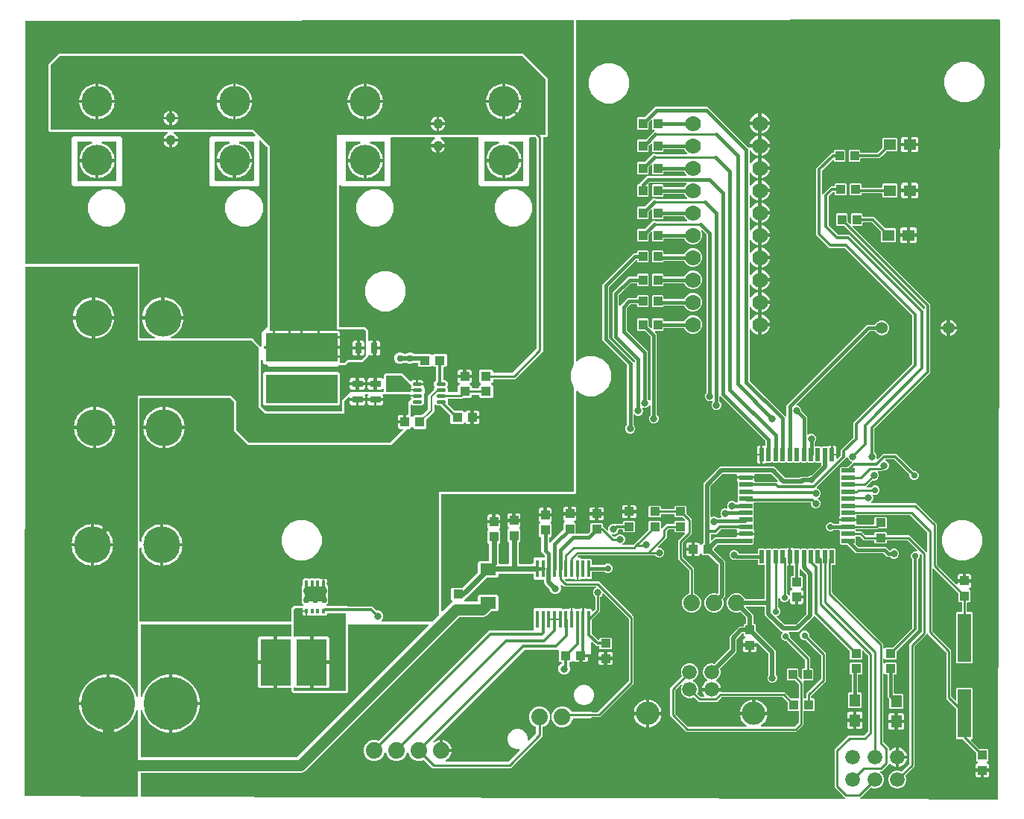
<source format=gbr>
G04 EAGLE Gerber RS-274X export*
G75*
%MOMM*%
%FSLAX34Y34*%
%LPD*%
%INTop Copper*%
%IPPOS*%
%AMOC8*
5,1,8,0,0,1.08239X$1,22.5*%
G01*
%ADD10R,1.000000X1.100000*%
%ADD11R,1.100000X1.000000*%
%ADD12C,4.191000*%
%ADD13C,1.879600*%
%ADD14C,3.500000*%
%ADD15C,6.096000*%
%ADD16R,0.406400X1.981200*%
%ADD17R,3.505200X5.334000*%
%ADD18R,8.204200X3.302000*%
%ADD19R,0.500000X1.500000*%
%ADD20R,1.500000X0.500000*%
%ADD21R,1.500000X5.500000*%
%ADD22C,1.778000*%
%ADD23R,1.244600X1.397000*%
%ADD24C,0.450000*%
%ADD25R,1.397000X1.244600*%
%ADD26R,0.800000X1.200000*%
%ADD27R,1.800000X1.340000*%
%ADD28R,1.200000X0.800000*%
%ADD29C,1.355600*%
%ADD30C,1.676400*%
%ADD31C,1.155600*%
%ADD32C,2.641600*%
%ADD33R,0.304800X0.609600*%
%ADD34R,0.304800X0.635000*%
%ADD35R,2.438400X1.778000*%
%ADD36C,0.304800*%
%ADD37C,0.203200*%
%ADD38C,0.254000*%
%ADD39C,0.812800*%
%ADD40C,0.805600*%
%ADD41C,0.406400*%
%ADD42C,0.736600*%
%ADD43C,0.609600*%
%ADD44C,1.270000*%
%ADD45C,0.508000*%
%ADD46C,0.755600*%

G36*
X1112723Y1431D02*
X1112723Y1431D01*
X1112782Y1430D01*
X1112863Y1451D01*
X1112946Y1462D01*
X1113000Y1486D01*
X1113057Y1501D01*
X1113129Y1543D01*
X1113206Y1577D01*
X1113251Y1615D01*
X1113302Y1645D01*
X1113360Y1706D01*
X1113424Y1760D01*
X1113457Y1809D01*
X1113497Y1852D01*
X1113535Y1927D01*
X1113582Y1996D01*
X1113600Y2052D01*
X1113627Y2105D01*
X1113639Y2173D01*
X1113669Y2267D01*
X1113672Y2367D01*
X1113683Y2436D01*
X1116181Y886576D01*
X1116173Y886636D01*
X1116174Y886696D01*
X1116153Y886776D01*
X1116142Y886857D01*
X1116117Y886913D01*
X1116102Y886971D01*
X1116060Y887042D01*
X1116027Y887117D01*
X1115988Y887163D01*
X1115957Y887215D01*
X1115897Y887271D01*
X1115843Y887334D01*
X1115793Y887368D01*
X1115749Y887409D01*
X1115676Y887447D01*
X1115607Y887493D01*
X1115550Y887511D01*
X1115496Y887539D01*
X1115429Y887550D01*
X1115337Y887579D01*
X1115234Y887582D01*
X1115165Y887594D01*
X636269Y887051D01*
X635507Y887050D01*
X635488Y887047D01*
X635469Y887049D01*
X635367Y887027D01*
X635264Y887010D01*
X635247Y887001D01*
X635228Y886997D01*
X635139Y886943D01*
X635047Y886895D01*
X635034Y886880D01*
X635017Y886870D01*
X634949Y886791D01*
X634878Y886716D01*
X634870Y886698D01*
X634857Y886684D01*
X634818Y886587D01*
X634775Y886493D01*
X634773Y886474D01*
X634765Y886455D01*
X634747Y886289D01*
X634747Y500005D01*
X634758Y499934D01*
X634760Y499862D01*
X634778Y499813D01*
X634786Y499762D01*
X634820Y499698D01*
X634845Y499631D01*
X634877Y499590D01*
X634902Y499544D01*
X634954Y499495D01*
X634998Y499439D01*
X635042Y499411D01*
X635080Y499375D01*
X635145Y499345D01*
X635205Y499306D01*
X635256Y499293D01*
X635303Y499271D01*
X635374Y499263D01*
X635444Y499246D01*
X635496Y499250D01*
X635547Y499244D01*
X635618Y499260D01*
X635689Y499265D01*
X635737Y499285D01*
X635788Y499297D01*
X635849Y499333D01*
X635915Y499361D01*
X635971Y499406D01*
X635999Y499423D01*
X636014Y499441D01*
X636046Y499466D01*
X636988Y500408D01*
X638560Y501980D01*
X639606Y502413D01*
X641641Y503257D01*
X646963Y505461D01*
X656057Y505461D01*
X664460Y501980D01*
X670890Y495550D01*
X674371Y487147D01*
X674371Y478053D01*
X670890Y469650D01*
X664460Y463220D01*
X656057Y459739D01*
X646963Y459739D01*
X641642Y461943D01*
X641641Y461943D01*
X639606Y462787D01*
X638560Y463220D01*
X636988Y464792D01*
X636046Y465734D01*
X635988Y465776D01*
X635936Y465825D01*
X635889Y465847D01*
X635847Y465877D01*
X635778Y465898D01*
X635713Y465929D01*
X635661Y465934D01*
X635611Y465950D01*
X635540Y465948D01*
X635469Y465956D01*
X635418Y465945D01*
X635366Y465943D01*
X635298Y465919D01*
X635228Y465903D01*
X635183Y465877D01*
X635135Y465859D01*
X635079Y465814D01*
X635017Y465777D01*
X634983Y465738D01*
X634943Y465705D01*
X634904Y465645D01*
X634857Y465590D01*
X634838Y465542D01*
X634810Y465498D01*
X634792Y465429D01*
X634765Y465362D01*
X634757Y465291D01*
X634749Y465260D01*
X634751Y465236D01*
X634747Y465195D01*
X634747Y350317D01*
X632663Y348233D01*
X481838Y348233D01*
X481818Y348230D01*
X481799Y348232D01*
X481697Y348210D01*
X481595Y348194D01*
X481578Y348184D01*
X481558Y348180D01*
X481469Y348127D01*
X481378Y348078D01*
X481364Y348064D01*
X481347Y348054D01*
X481280Y347975D01*
X481208Y347900D01*
X481200Y347882D01*
X481187Y347867D01*
X481148Y347771D01*
X481105Y347677D01*
X481103Y347657D01*
X481095Y347639D01*
X481077Y347472D01*
X481077Y316230D01*
X481080Y316210D01*
X481078Y316191D01*
X481100Y316089D01*
X481116Y315987D01*
X481126Y315970D01*
X481130Y315950D01*
X481183Y315861D01*
X481232Y315770D01*
X481246Y315756D01*
X481256Y315739D01*
X481335Y315672D01*
X481410Y315601D01*
X481428Y315592D01*
X481443Y315579D01*
X481539Y315540D01*
X481585Y315519D01*
X481585Y216329D01*
X481589Y216300D01*
X481586Y216271D01*
X481609Y216160D01*
X481625Y216048D01*
X481637Y216021D01*
X481642Y215992D01*
X481695Y215892D01*
X481741Y215788D01*
X481760Y215766D01*
X481773Y215740D01*
X481851Y215658D01*
X481925Y215571D01*
X481949Y215555D01*
X481969Y215534D01*
X482067Y215477D01*
X482161Y215414D01*
X482189Y215405D01*
X482214Y215390D01*
X482324Y215362D01*
X482432Y215328D01*
X482462Y215327D01*
X482490Y215320D01*
X482603Y215324D01*
X482716Y215321D01*
X482745Y215328D01*
X482774Y215329D01*
X482882Y215364D01*
X482991Y215392D01*
X483017Y215407D01*
X483045Y215416D01*
X483108Y215462D01*
X483236Y215538D01*
X483279Y215583D01*
X483318Y215611D01*
X492804Y225097D01*
X493483Y225379D01*
X493582Y225437D01*
X493684Y225490D01*
X493704Y225509D01*
X493728Y225523D01*
X493807Y225606D01*
X493890Y225686D01*
X493904Y225710D01*
X493923Y225730D01*
X493976Y225832D01*
X494034Y225931D01*
X494041Y225958D01*
X494053Y225982D01*
X494076Y226095D01*
X494104Y226206D01*
X494103Y226234D01*
X494108Y226261D01*
X494098Y226376D01*
X494095Y226491D01*
X494086Y226517D01*
X494084Y226545D01*
X494043Y226652D01*
X494007Y226761D01*
X493993Y226781D01*
X493982Y226810D01*
X493902Y226915D01*
X493871Y226967D01*
X493842Y226994D01*
X493821Y227022D01*
X493812Y227034D01*
X492339Y228508D01*
X492339Y240612D01*
X493828Y242101D01*
X505307Y242101D01*
X505393Y242113D01*
X505481Y242116D01*
X505533Y242133D01*
X505588Y242141D01*
X505668Y242176D01*
X505751Y242203D01*
X505790Y242231D01*
X505847Y242257D01*
X505961Y242353D01*
X506024Y242398D01*
X522832Y259206D01*
X522884Y259275D01*
X522944Y259339D01*
X522970Y259389D01*
X523003Y259433D01*
X523034Y259514D01*
X523074Y259592D01*
X523082Y259640D01*
X523104Y259698D01*
X523116Y259846D01*
X523129Y259923D01*
X523129Y270892D01*
X524618Y272381D01*
X534416Y272381D01*
X534474Y272389D01*
X534532Y272387D01*
X534614Y272409D01*
X534698Y272421D01*
X534751Y272444D01*
X534807Y272459D01*
X534880Y272502D01*
X534957Y272537D01*
X535002Y272575D01*
X535052Y272604D01*
X535110Y272666D01*
X535174Y272720D01*
X535206Y272769D01*
X535246Y272812D01*
X535285Y272887D01*
X535332Y272957D01*
X535349Y273013D01*
X535376Y273065D01*
X535387Y273133D01*
X535417Y273228D01*
X535420Y273328D01*
X535431Y273396D01*
X535431Y291185D01*
X535419Y291272D01*
X535416Y291359D01*
X535399Y291412D01*
X535391Y291467D01*
X535356Y291546D01*
X535329Y291630D01*
X535301Y291669D01*
X535275Y291726D01*
X535179Y291839D01*
X535134Y291903D01*
X533479Y293558D01*
X533479Y306662D01*
X534750Y307934D01*
X534780Y307973D01*
X534816Y308006D01*
X534865Y308086D01*
X534921Y308161D01*
X534939Y308206D01*
X534964Y308248D01*
X534989Y308339D01*
X535023Y308426D01*
X535027Y308475D01*
X535040Y308522D01*
X535038Y308616D01*
X535046Y308710D01*
X535036Y308758D01*
X535036Y308806D01*
X535009Y308896D01*
X534990Y308988D01*
X534968Y309032D01*
X534954Y309079D01*
X534903Y309157D01*
X534859Y309241D01*
X534826Y309276D01*
X534799Y309317D01*
X534742Y309364D01*
X534663Y309447D01*
X534588Y309491D01*
X534540Y309531D01*
X534460Y309577D01*
X533987Y310050D01*
X533652Y310629D01*
X533479Y311276D01*
X533479Y315079D01*
X540004Y315079D01*
X540062Y315087D01*
X540120Y315085D01*
X540202Y315107D01*
X540285Y315119D01*
X540339Y315143D01*
X540395Y315157D01*
X540468Y315200D01*
X540545Y315235D01*
X540589Y315273D01*
X540640Y315303D01*
X540697Y315364D01*
X540762Y315419D01*
X540794Y315467D01*
X540834Y315510D01*
X540873Y315585D01*
X540919Y315655D01*
X540937Y315711D01*
X540964Y315763D01*
X540975Y315831D01*
X541005Y315926D01*
X541008Y316026D01*
X541019Y316094D01*
X541019Y317111D01*
X541021Y317111D01*
X541021Y316094D01*
X541029Y316036D01*
X541028Y315978D01*
X541049Y315896D01*
X541061Y315813D01*
X541085Y315759D01*
X541099Y315703D01*
X541142Y315630D01*
X541177Y315553D01*
X541215Y315508D01*
X541245Y315458D01*
X541306Y315400D01*
X541361Y315336D01*
X541409Y315304D01*
X541452Y315264D01*
X541527Y315225D01*
X541597Y315179D01*
X541653Y315161D01*
X541705Y315134D01*
X541773Y315123D01*
X541868Y315093D01*
X541968Y315090D01*
X542036Y315079D01*
X548561Y315079D01*
X548561Y311276D01*
X548388Y310629D01*
X548053Y310050D01*
X547580Y309577D01*
X547500Y309531D01*
X547462Y309501D01*
X547418Y309478D01*
X547350Y309413D01*
X547276Y309356D01*
X547247Y309316D01*
X547212Y309282D01*
X547165Y309201D01*
X547110Y309125D01*
X547093Y309079D01*
X547068Y309037D01*
X547045Y308946D01*
X547013Y308858D01*
X547010Y308809D01*
X546998Y308762D01*
X547001Y308668D01*
X546995Y308574D01*
X547006Y308526D01*
X547007Y308477D01*
X547036Y308388D01*
X547056Y308296D01*
X547080Y308253D01*
X547095Y308207D01*
X547138Y308146D01*
X547192Y308046D01*
X547253Y307985D01*
X547290Y307934D01*
X548561Y306662D01*
X548561Y293558D01*
X546906Y291903D01*
X546854Y291833D01*
X546794Y291769D01*
X546768Y291720D01*
X546735Y291676D01*
X546704Y291594D01*
X546664Y291516D01*
X546656Y291469D01*
X546634Y291410D01*
X546622Y291262D01*
X546609Y291185D01*
X546609Y270256D01*
X546617Y270198D01*
X546615Y270140D01*
X546637Y270058D01*
X546649Y269974D01*
X546672Y269921D01*
X546687Y269865D01*
X546730Y269792D01*
X546765Y269715D01*
X546803Y269670D01*
X546832Y269620D01*
X546894Y269562D01*
X546948Y269498D01*
X546997Y269466D01*
X547040Y269426D01*
X547115Y269387D01*
X547185Y269340D01*
X547241Y269323D01*
X547293Y269296D01*
X547361Y269285D01*
X547456Y269255D01*
X547556Y269252D01*
X547624Y269241D01*
X557276Y269241D01*
X557334Y269249D01*
X557392Y269247D01*
X557474Y269269D01*
X557558Y269281D01*
X557611Y269304D01*
X557667Y269319D01*
X557740Y269362D01*
X557817Y269397D01*
X557862Y269435D01*
X557912Y269464D01*
X557970Y269526D01*
X558034Y269580D01*
X558066Y269629D01*
X558106Y269672D01*
X558145Y269747D01*
X558192Y269817D01*
X558209Y269873D01*
X558236Y269925D01*
X558247Y269993D01*
X558277Y270088D01*
X558280Y270188D01*
X558291Y270256D01*
X558291Y292455D01*
X558279Y292542D01*
X558276Y292629D01*
X558259Y292682D01*
X558251Y292737D01*
X558216Y292816D01*
X558189Y292900D01*
X558161Y292939D01*
X558135Y292996D01*
X558039Y293109D01*
X557994Y293173D01*
X556339Y294828D01*
X556339Y307932D01*
X557610Y309204D01*
X557640Y309243D01*
X557676Y309276D01*
X557725Y309356D01*
X557781Y309431D01*
X557799Y309476D01*
X557824Y309518D01*
X557849Y309609D01*
X557883Y309696D01*
X557887Y309745D01*
X557900Y309792D01*
X557898Y309886D01*
X557906Y309980D01*
X557896Y310028D01*
X557896Y310076D01*
X557869Y310166D01*
X557850Y310258D01*
X557828Y310302D01*
X557814Y310349D01*
X557763Y310427D01*
X557719Y310511D01*
X557686Y310546D01*
X557659Y310587D01*
X557602Y310634D01*
X557523Y310717D01*
X557448Y310761D01*
X557400Y310801D01*
X557320Y310847D01*
X556847Y311320D01*
X556512Y311899D01*
X556339Y312546D01*
X556339Y316349D01*
X562864Y316349D01*
X562922Y316357D01*
X562980Y316355D01*
X563062Y316377D01*
X563145Y316389D01*
X563199Y316413D01*
X563255Y316427D01*
X563328Y316470D01*
X563405Y316505D01*
X563449Y316543D01*
X563500Y316573D01*
X563557Y316634D01*
X563622Y316689D01*
X563654Y316737D01*
X563694Y316780D01*
X563733Y316855D01*
X563779Y316925D01*
X563797Y316981D01*
X563824Y317033D01*
X563835Y317101D01*
X563865Y317196D01*
X563868Y317296D01*
X563879Y317364D01*
X563879Y318381D01*
X563881Y318381D01*
X563881Y317364D01*
X563889Y317306D01*
X563888Y317248D01*
X563909Y317166D01*
X563921Y317083D01*
X563945Y317029D01*
X563959Y316973D01*
X564002Y316900D01*
X564037Y316823D01*
X564075Y316778D01*
X564105Y316728D01*
X564166Y316670D01*
X564221Y316606D01*
X564269Y316574D01*
X564312Y316534D01*
X564387Y316495D01*
X564457Y316449D01*
X564513Y316431D01*
X564565Y316404D01*
X564633Y316393D01*
X564728Y316363D01*
X564828Y316360D01*
X564896Y316349D01*
X571421Y316349D01*
X571421Y312546D01*
X571248Y311899D01*
X570913Y311320D01*
X570440Y310847D01*
X570360Y310801D01*
X570322Y310771D01*
X570278Y310748D01*
X570210Y310683D01*
X570136Y310626D01*
X570107Y310586D01*
X570072Y310552D01*
X570025Y310471D01*
X569970Y310395D01*
X569953Y310349D01*
X569928Y310307D01*
X569905Y310216D01*
X569873Y310128D01*
X569870Y310079D01*
X569858Y310032D01*
X569861Y309938D01*
X569855Y309844D01*
X569866Y309796D01*
X569867Y309747D01*
X569896Y309658D01*
X569916Y309566D01*
X569940Y309523D01*
X569955Y309477D01*
X569998Y309416D01*
X570052Y309316D01*
X570113Y309255D01*
X570150Y309204D01*
X571421Y307932D01*
X571421Y294828D01*
X569766Y293173D01*
X569714Y293103D01*
X569654Y293039D01*
X569628Y292990D01*
X569595Y292946D01*
X569564Y292864D01*
X569524Y292786D01*
X569516Y292739D01*
X569494Y292680D01*
X569482Y292532D01*
X569469Y292455D01*
X569469Y270256D01*
X569477Y270198D01*
X569475Y270140D01*
X569497Y270058D01*
X569509Y269974D01*
X569532Y269921D01*
X569547Y269865D01*
X569590Y269792D01*
X569625Y269715D01*
X569663Y269670D01*
X569692Y269620D01*
X569754Y269562D01*
X569808Y269498D01*
X569857Y269466D01*
X569900Y269426D01*
X569975Y269387D01*
X570045Y269340D01*
X570101Y269323D01*
X570153Y269296D01*
X570221Y269285D01*
X570316Y269255D01*
X570416Y269252D01*
X570484Y269241D01*
X584922Y269241D01*
X584980Y269249D01*
X585038Y269247D01*
X585120Y269269D01*
X585204Y269281D01*
X585257Y269304D01*
X585313Y269319D01*
X585386Y269362D01*
X585463Y269397D01*
X585508Y269435D01*
X585558Y269464D01*
X585616Y269526D01*
X585680Y269580D01*
X585712Y269629D01*
X585752Y269672D01*
X585791Y269747D01*
X585838Y269817D01*
X585855Y269873D01*
X585882Y269925D01*
X585893Y269993D01*
X585923Y270088D01*
X585926Y270188D01*
X585937Y270256D01*
X585937Y274610D01*
X587426Y276099D01*
X597922Y276099D01*
X597980Y276107D01*
X598038Y276105D01*
X598120Y276127D01*
X598204Y276139D01*
X598257Y276162D01*
X598313Y276177D01*
X598386Y276220D01*
X598463Y276255D01*
X598508Y276293D01*
X598558Y276322D01*
X598616Y276384D01*
X598680Y276438D01*
X598712Y276487D01*
X598752Y276530D01*
X598791Y276605D01*
X598838Y276675D01*
X598855Y276731D01*
X598882Y276783D01*
X598893Y276851D01*
X598923Y276946D01*
X598926Y277046D01*
X598937Y277114D01*
X598937Y278095D01*
X598925Y278182D01*
X598922Y278269D01*
X598905Y278322D01*
X598897Y278377D01*
X598862Y278457D01*
X598835Y278540D01*
X598807Y278579D01*
X598781Y278636D01*
X598725Y278703D01*
X598700Y278745D01*
X598666Y278777D01*
X598640Y278813D01*
X594867Y282586D01*
X594867Y298674D01*
X594859Y298732D01*
X594861Y298790D01*
X594839Y298872D01*
X594827Y298956D01*
X594804Y299009D01*
X594789Y299065D01*
X594746Y299138D01*
X594711Y299215D01*
X594673Y299260D01*
X594644Y299310D01*
X594582Y299368D01*
X594528Y299432D01*
X594479Y299464D01*
X594436Y299504D01*
X594361Y299543D01*
X594291Y299590D01*
X594235Y299607D01*
X594183Y299634D01*
X594115Y299645D01*
X594020Y299675D01*
X593920Y299678D01*
X593852Y299689D01*
X593388Y299689D01*
X591899Y301178D01*
X591899Y314282D01*
X593170Y315554D01*
X593200Y315592D01*
X593236Y315625D01*
X593242Y315636D01*
X593253Y315647D01*
X593308Y315692D01*
X593404Y315787D01*
X593473Y315884D01*
X593544Y315980D01*
X593546Y315984D01*
X593548Y315987D01*
X593583Y316100D01*
X593619Y316214D01*
X593619Y316218D01*
X593620Y316222D01*
X593617Y316340D01*
X593615Y316460D01*
X593614Y316464D01*
X593614Y316468D01*
X593573Y316580D01*
X593534Y316692D01*
X593531Y316695D01*
X593530Y316699D01*
X593455Y316792D01*
X593382Y316886D01*
X593378Y316889D01*
X593376Y316891D01*
X593365Y316899D01*
X593247Y316985D01*
X592960Y317151D01*
X592880Y317197D01*
X592407Y317670D01*
X592275Y317899D01*
X592072Y318249D01*
X591899Y318896D01*
X591899Y322699D01*
X598424Y322699D01*
X598482Y322707D01*
X598540Y322705D01*
X598622Y322727D01*
X598705Y322739D01*
X598759Y322763D01*
X598815Y322777D01*
X598888Y322820D01*
X598965Y322855D01*
X599009Y322893D01*
X599060Y322923D01*
X599117Y322984D01*
X599182Y323039D01*
X599214Y323087D01*
X599254Y323130D01*
X599293Y323205D01*
X599339Y323275D01*
X599357Y323331D01*
X599384Y323383D01*
X599395Y323451D01*
X599425Y323546D01*
X599428Y323646D01*
X599439Y323714D01*
X599439Y324731D01*
X599441Y324731D01*
X599441Y323714D01*
X599449Y323656D01*
X599448Y323598D01*
X599469Y323516D01*
X599481Y323433D01*
X599505Y323379D01*
X599519Y323323D01*
X599562Y323250D01*
X599597Y323173D01*
X599635Y323128D01*
X599665Y323078D01*
X599726Y323020D01*
X599781Y322956D01*
X599829Y322924D01*
X599872Y322884D01*
X599947Y322845D01*
X600017Y322799D01*
X600073Y322781D01*
X600125Y322754D01*
X600193Y322743D01*
X600288Y322713D01*
X600388Y322710D01*
X600456Y322699D01*
X606981Y322699D01*
X606981Y318896D01*
X606808Y318249D01*
X606605Y317899D01*
X606473Y317670D01*
X606000Y317197D01*
X605920Y317151D01*
X605633Y316985D01*
X605540Y316909D01*
X605448Y316835D01*
X605446Y316832D01*
X605443Y316829D01*
X605379Y316727D01*
X605315Y316628D01*
X605314Y316625D01*
X605312Y316621D01*
X605284Y316503D01*
X605255Y316390D01*
X605256Y316386D01*
X605255Y316382D01*
X605265Y316262D01*
X605274Y316145D01*
X605276Y316141D01*
X605276Y316137D01*
X605324Y316027D01*
X605371Y315918D01*
X605374Y315915D01*
X605375Y315912D01*
X605384Y315901D01*
X605476Y315787D01*
X605572Y315692D01*
X605626Y315653D01*
X605673Y315605D01*
X605710Y315554D01*
X606981Y314282D01*
X606981Y301178D01*
X605492Y299689D01*
X605028Y299689D01*
X604970Y299681D01*
X604912Y299683D01*
X604830Y299661D01*
X604746Y299649D01*
X604693Y299626D01*
X604637Y299611D01*
X604564Y299568D01*
X604487Y299533D01*
X604442Y299495D01*
X604392Y299466D01*
X604334Y299404D01*
X604270Y299350D01*
X604238Y299301D01*
X604198Y299258D01*
X604159Y299183D01*
X604112Y299113D01*
X604095Y299057D01*
X604068Y299005D01*
X604057Y298937D01*
X604027Y298842D01*
X604024Y298742D01*
X604013Y298674D01*
X604013Y294551D01*
X604017Y294521D01*
X604014Y294492D01*
X604037Y294381D01*
X604053Y294269D01*
X604065Y294242D01*
X604070Y294214D01*
X604123Y294113D01*
X604169Y294010D01*
X604188Y293987D01*
X604201Y293961D01*
X604279Y293879D01*
X604352Y293793D01*
X604377Y293776D01*
X604397Y293755D01*
X604495Y293698D01*
X604589Y293635D01*
X604617Y293626D01*
X604642Y293611D01*
X604752Y293584D01*
X604860Y293549D01*
X604890Y293549D01*
X604918Y293541D01*
X605031Y293545D01*
X605144Y293542D01*
X605173Y293549D01*
X605202Y293550D01*
X605310Y293585D01*
X605419Y293614D01*
X605445Y293629D01*
X605473Y293638D01*
X605536Y293683D01*
X605664Y293759D01*
X605707Y293805D01*
X605746Y293833D01*
X608413Y296500D01*
X619542Y307629D01*
X619594Y307699D01*
X619654Y307762D01*
X619680Y307812D01*
X619713Y307856D01*
X619744Y307938D01*
X619784Y308016D01*
X619792Y308063D01*
X619814Y308122D01*
X619826Y308269D01*
X619839Y308347D01*
X619839Y315552D01*
X620650Y316363D01*
X621344Y317058D01*
X621413Y317153D01*
X621484Y317250D01*
X621486Y317254D01*
X621488Y317257D01*
X621523Y317370D01*
X621559Y317484D01*
X621559Y317488D01*
X621560Y317492D01*
X621557Y317611D01*
X621555Y317730D01*
X621554Y317734D01*
X621554Y317738D01*
X621513Y317850D01*
X621474Y317962D01*
X621471Y317965D01*
X621470Y317969D01*
X621395Y318063D01*
X621322Y318156D01*
X621318Y318159D01*
X621316Y318161D01*
X621304Y318169D01*
X621187Y318255D01*
X620900Y318421D01*
X620820Y318467D01*
X620347Y318940D01*
X620331Y318967D01*
X620012Y319519D01*
X619839Y320166D01*
X619839Y323969D01*
X623570Y323969D01*
X623628Y323977D01*
X623686Y323975D01*
X623768Y323997D01*
X623852Y324009D01*
X623905Y324033D01*
X623961Y324047D01*
X624034Y324090D01*
X624111Y324125D01*
X624156Y324163D01*
X624206Y324193D01*
X624264Y324254D01*
X624328Y324309D01*
X624360Y324357D01*
X624400Y324400D01*
X624439Y324475D01*
X624440Y324477D01*
X626618Y324477D01*
X626638Y324480D01*
X626657Y324478D01*
X626759Y324500D01*
X626861Y324517D01*
X626878Y324526D01*
X626898Y324530D01*
X626987Y324583D01*
X627078Y324632D01*
X627092Y324646D01*
X627109Y324656D01*
X627176Y324735D01*
X627247Y324810D01*
X627256Y324828D01*
X627269Y324843D01*
X627308Y324939D01*
X627351Y325033D01*
X627353Y325053D01*
X627361Y325071D01*
X627379Y325238D01*
X627379Y326001D01*
X627381Y326001D01*
X627381Y324984D01*
X627389Y324926D01*
X627388Y324868D01*
X627409Y324786D01*
X627421Y324703D01*
X627445Y324649D01*
X627459Y324593D01*
X627502Y324520D01*
X627537Y324443D01*
X627575Y324398D01*
X627605Y324348D01*
X627666Y324290D01*
X627721Y324226D01*
X627769Y324194D01*
X627812Y324154D01*
X627887Y324115D01*
X627957Y324069D01*
X628013Y324051D01*
X628065Y324024D01*
X628133Y324013D01*
X628228Y323983D01*
X628328Y323980D01*
X628396Y323969D01*
X634921Y323969D01*
X634921Y320166D01*
X634748Y319519D01*
X634429Y318967D01*
X634413Y318940D01*
X633940Y318467D01*
X633573Y318255D01*
X633361Y318132D01*
X632943Y318021D01*
X632934Y318017D01*
X632925Y318015D01*
X632804Y317961D01*
X632682Y317909D01*
X632674Y317903D01*
X632665Y317899D01*
X632564Y317814D01*
X632461Y317730D01*
X632456Y317722D01*
X632448Y317715D01*
X632375Y317605D01*
X632299Y317496D01*
X632296Y317487D01*
X632291Y317479D01*
X632251Y317352D01*
X632208Y317227D01*
X632208Y317217D01*
X632205Y317208D01*
X632202Y317075D01*
X632196Y316943D01*
X632198Y316933D01*
X632198Y316924D01*
X632231Y316795D01*
X632262Y316667D01*
X632267Y316658D01*
X632269Y316649D01*
X632337Y316535D01*
X632403Y316419D01*
X632410Y316413D01*
X632415Y316404D01*
X632512Y316313D01*
X632606Y316221D01*
X632615Y316216D01*
X632622Y316210D01*
X632741Y316149D01*
X632857Y316087D01*
X632866Y316085D01*
X632875Y316080D01*
X632931Y316071D01*
X632975Y316061D01*
X633905Y315132D01*
X633905Y304292D01*
X633913Y304234D01*
X633911Y304176D01*
X633933Y304094D01*
X633945Y304010D01*
X633968Y303957D01*
X633983Y303901D01*
X634026Y303828D01*
X634061Y303751D01*
X634099Y303706D01*
X634128Y303656D01*
X634190Y303598D01*
X634244Y303534D01*
X634293Y303502D01*
X634336Y303462D01*
X634411Y303423D01*
X634481Y303376D01*
X634537Y303359D01*
X634589Y303332D01*
X634657Y303321D01*
X634752Y303291D01*
X634852Y303288D01*
X634920Y303277D01*
X647076Y303277D01*
X647163Y303289D01*
X647250Y303292D01*
X647303Y303309D01*
X647358Y303317D01*
X647438Y303352D01*
X647521Y303379D01*
X647560Y303407D01*
X647617Y303433D01*
X647730Y303529D01*
X647794Y303574D01*
X650538Y306318D01*
X650548Y306332D01*
X650556Y306338D01*
X650576Y306368D01*
X650590Y306388D01*
X650650Y306452D01*
X650676Y306501D01*
X650709Y306545D01*
X650740Y306627D01*
X650780Y306705D01*
X650788Y306752D01*
X650810Y306811D01*
X650822Y306958D01*
X650835Y307036D01*
X650835Y314632D01*
X651728Y315525D01*
X663992Y315525D01*
X664885Y314632D01*
X664885Y312308D01*
X664897Y312222D01*
X664900Y312134D01*
X664917Y312081D01*
X664925Y312027D01*
X664960Y311947D01*
X664987Y311864D01*
X665015Y311824D01*
X665041Y311767D01*
X665137Y311654D01*
X665182Y311590D01*
X669588Y307184D01*
X669612Y307167D01*
X669631Y307144D01*
X669725Y307081D01*
X669815Y307013D01*
X669843Y307003D01*
X669867Y306987D01*
X669975Y306952D01*
X670081Y306912D01*
X670110Y306910D01*
X670138Y306901D01*
X670252Y306898D01*
X670364Y306889D01*
X670393Y306894D01*
X670422Y306894D01*
X670532Y306922D01*
X670643Y306944D01*
X670669Y306958D01*
X670697Y306965D01*
X670795Y307023D01*
X670895Y307075D01*
X670917Y307096D01*
X670942Y307111D01*
X671019Y307193D01*
X671101Y307271D01*
X671116Y307297D01*
X671136Y307318D01*
X671188Y307419D01*
X671245Y307516D01*
X671252Y307545D01*
X671266Y307571D01*
X671279Y307648D01*
X671315Y307792D01*
X671313Y307854D01*
X671321Y307902D01*
X671321Y309722D01*
X672172Y311776D01*
X673744Y313348D01*
X675798Y314199D01*
X677767Y314199D01*
X677853Y314211D01*
X677941Y314214D01*
X677993Y314231D01*
X678048Y314239D01*
X678128Y314274D01*
X678211Y314301D01*
X678250Y314329D01*
X678308Y314355D01*
X678421Y314451D01*
X678485Y314496D01*
X678577Y314589D01*
X686650Y314589D01*
X686708Y314597D01*
X686766Y314595D01*
X686848Y314617D01*
X686932Y314629D01*
X686985Y314652D01*
X687041Y314667D01*
X687114Y314710D01*
X687191Y314745D01*
X687236Y314783D01*
X687286Y314812D01*
X687344Y314874D01*
X687408Y314928D01*
X687440Y314977D01*
X687480Y315020D01*
X687519Y315095D01*
X687566Y315165D01*
X687583Y315221D01*
X687610Y315273D01*
X687621Y315341D01*
X687651Y315436D01*
X687654Y315536D01*
X687665Y315604D01*
X687665Y317172D01*
X688558Y318065D01*
X700822Y318065D01*
X701715Y317172D01*
X701715Y305908D01*
X700822Y305015D01*
X688558Y305015D01*
X687665Y305908D01*
X687665Y307476D01*
X687657Y307534D01*
X687659Y307592D01*
X687637Y307674D01*
X687625Y307758D01*
X687602Y307811D01*
X687587Y307867D01*
X687544Y307940D01*
X687509Y308017D01*
X687471Y308062D01*
X687442Y308112D01*
X687380Y308170D01*
X687326Y308234D01*
X687277Y308266D01*
X687234Y308306D01*
X687159Y308345D01*
X687089Y308392D01*
X687033Y308409D01*
X686981Y308436D01*
X686913Y308447D01*
X686818Y308477D01*
X686718Y308480D01*
X686650Y308491D01*
X683514Y308491D01*
X683456Y308483D01*
X683398Y308485D01*
X683316Y308463D01*
X683232Y308451D01*
X683179Y308428D01*
X683123Y308413D01*
X683050Y308370D01*
X682973Y308335D01*
X682928Y308297D01*
X682878Y308268D01*
X682820Y308206D01*
X682756Y308152D01*
X682724Y308103D01*
X682684Y308060D01*
X682645Y307985D01*
X682598Y307915D01*
X682581Y307859D01*
X682554Y307807D01*
X682543Y307739D01*
X682513Y307644D01*
X682510Y307544D01*
X682505Y307513D01*
X681648Y305444D01*
X680076Y303872D01*
X678022Y303021D01*
X676202Y303021D01*
X676173Y303017D01*
X676144Y303020D01*
X676033Y302997D01*
X675921Y302981D01*
X675894Y302969D01*
X675865Y302964D01*
X675764Y302911D01*
X675661Y302865D01*
X675639Y302846D01*
X675613Y302833D01*
X675531Y302755D01*
X675444Y302682D01*
X675428Y302657D01*
X675407Y302637D01*
X675349Y302539D01*
X675287Y302445D01*
X675278Y302417D01*
X675263Y302392D01*
X675235Y302282D01*
X675201Y302174D01*
X675200Y302144D01*
X675193Y302116D01*
X675196Y302003D01*
X675194Y301890D01*
X675201Y301861D01*
X675202Y301832D01*
X675237Y301724D01*
X675265Y301615D01*
X675280Y301589D01*
X675289Y301561D01*
X675335Y301497D01*
X675411Y301370D01*
X675456Y301327D01*
X675484Y301288D01*
X676500Y300272D01*
X676570Y300220D01*
X676634Y300160D01*
X676683Y300134D01*
X676727Y300101D01*
X676809Y300070D01*
X676887Y300030D01*
X676935Y300022D01*
X676993Y300000D01*
X677141Y299988D01*
X677218Y299975D01*
X679051Y299975D01*
X679138Y299987D01*
X679225Y299990D01*
X679278Y300007D01*
X679333Y300015D01*
X679413Y300050D01*
X679496Y300077D01*
X679535Y300105D01*
X679592Y300131D01*
X679706Y300227D01*
X679769Y300272D01*
X681385Y301887D01*
X683425Y302733D01*
X685635Y302733D01*
X687675Y301887D01*
X689237Y300325D01*
X690083Y298285D01*
X690083Y296075D01*
X689237Y294035D01*
X687549Y292346D01*
X687531Y292322D01*
X687509Y292303D01*
X687446Y292209D01*
X687378Y292119D01*
X687367Y292091D01*
X687351Y292067D01*
X687317Y291959D01*
X687277Y291853D01*
X687274Y291824D01*
X687265Y291796D01*
X687262Y291682D01*
X687253Y291570D01*
X687259Y291541D01*
X687258Y291512D01*
X687287Y291402D01*
X687309Y291291D01*
X687322Y291265D01*
X687330Y291237D01*
X687388Y291139D01*
X687440Y291039D01*
X687460Y291017D01*
X687475Y290992D01*
X687558Y290915D01*
X687636Y290833D01*
X687661Y290818D01*
X687682Y290798D01*
X687783Y290746D01*
X687881Y290689D01*
X687909Y290682D01*
X687935Y290668D01*
X688013Y290655D01*
X688156Y290619D01*
X688219Y290621D01*
X688267Y290613D01*
X698600Y290613D01*
X698686Y290625D01*
X698774Y290628D01*
X698827Y290645D01*
X698881Y290653D01*
X698961Y290688D01*
X699044Y290715D01*
X699084Y290743D01*
X699141Y290769D01*
X699254Y290865D01*
X699318Y290910D01*
X701255Y292847D01*
X716578Y308170D01*
X716630Y308240D01*
X716690Y308304D01*
X716716Y308353D01*
X716749Y308397D01*
X716780Y308479D01*
X716820Y308557D01*
X716828Y308605D01*
X716850Y308663D01*
X716862Y308811D01*
X716875Y308888D01*
X716875Y317172D01*
X717768Y318065D01*
X730032Y318065D01*
X730925Y317172D01*
X730925Y310608D01*
X730929Y310579D01*
X730926Y310550D01*
X730949Y310439D01*
X730965Y310327D01*
X730977Y310300D01*
X730982Y310271D01*
X731034Y310171D01*
X731081Y310067D01*
X731100Y310045D01*
X731113Y310019D01*
X731191Y309937D01*
X731264Y309850D01*
X731289Y309834D01*
X731309Y309813D01*
X731407Y309755D01*
X731501Y309693D01*
X731529Y309684D01*
X731554Y309669D01*
X731664Y309641D01*
X731772Y309607D01*
X731802Y309606D01*
X731830Y309599D01*
X731943Y309602D01*
X732056Y309600D01*
X732085Y309607D01*
X732114Y309608D01*
X732222Y309643D01*
X732331Y309671D01*
X732357Y309686D01*
X732385Y309695D01*
X732448Y309741D01*
X732576Y309817D01*
X732619Y309862D01*
X732658Y309890D01*
X737102Y314335D01*
X745070Y314335D01*
X745128Y314343D01*
X745186Y314341D01*
X745268Y314363D01*
X745352Y314375D01*
X745405Y314398D01*
X745461Y314413D01*
X745534Y314456D01*
X745611Y314491D01*
X745656Y314529D01*
X745706Y314558D01*
X745764Y314620D01*
X745828Y314674D01*
X745860Y314723D01*
X745900Y314766D01*
X745939Y314841D01*
X745986Y314911D01*
X746003Y314967D01*
X746030Y315019D01*
X746041Y315087D01*
X746071Y315182D01*
X746074Y315282D01*
X746085Y315350D01*
X746085Y317172D01*
X746978Y318065D01*
X757182Y318065D01*
X757211Y318069D01*
X757240Y318066D01*
X757351Y318089D01*
X757463Y318105D01*
X757490Y318117D01*
X757519Y318122D01*
X757620Y318175D01*
X757723Y318221D01*
X757745Y318240D01*
X757771Y318253D01*
X757853Y318331D01*
X757940Y318404D01*
X757956Y318429D01*
X757977Y318449D01*
X758034Y318547D01*
X758097Y318641D01*
X758106Y318669D01*
X758121Y318694D01*
X758149Y318804D01*
X758183Y318912D01*
X758184Y318942D01*
X758191Y318970D01*
X758188Y319083D01*
X758190Y319196D01*
X758183Y319225D01*
X758182Y319254D01*
X758147Y319362D01*
X758119Y319471D01*
X758104Y319497D01*
X758095Y319525D01*
X758049Y319588D01*
X757973Y319716D01*
X757928Y319759D01*
X757900Y319798D01*
X755980Y321718D01*
X755910Y321770D01*
X755846Y321830D01*
X755797Y321856D01*
X755753Y321889D01*
X755671Y321920D01*
X755593Y321960D01*
X755545Y321968D01*
X755487Y321990D01*
X755339Y322002D01*
X755262Y322015D01*
X746978Y322015D01*
X746085Y322908D01*
X746085Y324730D01*
X746077Y324788D01*
X746079Y324846D01*
X746057Y324928D01*
X746045Y325012D01*
X746022Y325065D01*
X746007Y325121D01*
X745964Y325194D01*
X745929Y325271D01*
X745891Y325316D01*
X745862Y325366D01*
X745800Y325424D01*
X745746Y325488D01*
X745697Y325520D01*
X745654Y325560D01*
X745579Y325599D01*
X745509Y325646D01*
X745453Y325663D01*
X745401Y325690D01*
X745333Y325701D01*
X745238Y325731D01*
X745138Y325734D01*
X745070Y325745D01*
X731940Y325745D01*
X731882Y325737D01*
X731824Y325739D01*
X731742Y325717D01*
X731658Y325705D01*
X731605Y325682D01*
X731549Y325667D01*
X731476Y325624D01*
X731399Y325589D01*
X731354Y325551D01*
X731304Y325522D01*
X731246Y325460D01*
X731182Y325406D01*
X731150Y325357D01*
X731110Y325314D01*
X731071Y325239D01*
X731024Y325169D01*
X731007Y325113D01*
X730980Y325061D01*
X730969Y324993D01*
X730939Y324898D01*
X730936Y324798D01*
X730925Y324730D01*
X730925Y322908D01*
X730032Y322015D01*
X717768Y322015D01*
X716875Y322908D01*
X716875Y334172D01*
X717768Y335065D01*
X730032Y335065D01*
X730925Y334172D01*
X730925Y332350D01*
X730932Y332299D01*
X730931Y332278D01*
X730932Y332274D01*
X730931Y332234D01*
X730953Y332152D01*
X730965Y332068D01*
X730988Y332015D01*
X731003Y331959D01*
X731046Y331886D01*
X731081Y331809D01*
X731119Y331764D01*
X731148Y331714D01*
X731210Y331656D01*
X731264Y331592D01*
X731313Y331560D01*
X731356Y331520D01*
X731431Y331481D01*
X731501Y331434D01*
X731557Y331417D01*
X731609Y331390D01*
X731677Y331379D01*
X731772Y331349D01*
X731872Y331346D01*
X731940Y331335D01*
X745070Y331335D01*
X745128Y331343D01*
X745186Y331341D01*
X745268Y331363D01*
X745352Y331375D01*
X745405Y331398D01*
X745461Y331413D01*
X745534Y331456D01*
X745611Y331491D01*
X745656Y331529D01*
X745706Y331558D01*
X745764Y331620D01*
X745828Y331674D01*
X745860Y331723D01*
X745900Y331766D01*
X745939Y331841D01*
X745986Y331911D01*
X746003Y331967D01*
X746030Y332019D01*
X746041Y332087D01*
X746071Y332182D01*
X746074Y332282D01*
X746085Y332350D01*
X746085Y334172D01*
X746978Y335065D01*
X759242Y335065D01*
X760135Y334172D01*
X760135Y325888D01*
X760147Y325802D01*
X760150Y325714D01*
X760167Y325661D01*
X760175Y325607D01*
X760210Y325527D01*
X760237Y325444D01*
X760265Y325404D01*
X760291Y325347D01*
X760387Y325234D01*
X760432Y325170D01*
X766065Y319538D01*
X766065Y303642D01*
X756202Y293780D01*
X756150Y293710D01*
X756090Y293646D01*
X756064Y293597D01*
X756031Y293553D01*
X756000Y293471D01*
X755960Y293393D01*
X755952Y293345D01*
X755930Y293287D01*
X755918Y293139D01*
X755905Y293062D01*
X755905Y277168D01*
X755917Y277082D01*
X755920Y276994D01*
X755937Y276941D01*
X755945Y276887D01*
X755980Y276807D01*
X756007Y276724D01*
X756035Y276684D01*
X756061Y276627D01*
X756157Y276514D01*
X756202Y276450D01*
X768605Y264048D01*
X768605Y236133D01*
X768605Y236132D01*
X768605Y236130D01*
X768625Y235990D01*
X768645Y235852D01*
X768645Y235850D01*
X768645Y235849D01*
X768703Y235721D01*
X768761Y235593D01*
X768762Y235591D01*
X768763Y235590D01*
X768854Y235483D01*
X768944Y235376D01*
X768946Y235375D01*
X768947Y235373D01*
X768960Y235365D01*
X769181Y235218D01*
X769210Y235209D01*
X769231Y235195D01*
X771997Y234050D01*
X775070Y230977D01*
X776733Y226963D01*
X776733Y222617D01*
X775070Y218603D01*
X771997Y215530D01*
X767983Y213867D01*
X763637Y213867D01*
X759623Y215530D01*
X756550Y218603D01*
X754887Y222617D01*
X754887Y226963D01*
X756550Y230977D01*
X759623Y234050D01*
X762389Y235195D01*
X762390Y235196D01*
X762391Y235197D01*
X762512Y235268D01*
X762633Y235340D01*
X762634Y235341D01*
X762636Y235342D01*
X762733Y235446D01*
X762829Y235547D01*
X762829Y235548D01*
X762830Y235549D01*
X762895Y235675D01*
X762959Y235799D01*
X762959Y235801D01*
X762960Y235802D01*
X762962Y235817D01*
X763014Y236078D01*
X763011Y236109D01*
X763015Y236133D01*
X763015Y261312D01*
X763003Y261398D01*
X763000Y261486D01*
X762983Y261539D01*
X762975Y261593D01*
X762940Y261673D01*
X762913Y261756D01*
X762885Y261796D01*
X762859Y261853D01*
X762800Y261922D01*
X762776Y261963D01*
X762744Y261993D01*
X762718Y262030D01*
X750315Y274432D01*
X750315Y295798D01*
X752250Y297732D01*
X757800Y303282D01*
X757807Y303292D01*
X757808Y303294D01*
X757817Y303306D01*
X757840Y303325D01*
X757903Y303419D01*
X757971Y303509D01*
X757981Y303537D01*
X757997Y303561D01*
X758032Y303669D01*
X758072Y303775D01*
X758074Y303804D01*
X758083Y303832D01*
X758086Y303946D01*
X758095Y304058D01*
X758090Y304087D01*
X758090Y304116D01*
X758062Y304226D01*
X758040Y304337D01*
X758026Y304363D01*
X758019Y304391D01*
X757961Y304489D01*
X757909Y304589D01*
X757888Y304611D01*
X757873Y304636D01*
X757791Y304713D01*
X757713Y304795D01*
X757687Y304810D01*
X757666Y304830D01*
X757565Y304882D01*
X757468Y304939D01*
X757439Y304946D01*
X757413Y304960D01*
X757336Y304973D01*
X757192Y305009D01*
X757130Y305007D01*
X757082Y305015D01*
X746978Y305015D01*
X746085Y305908D01*
X746085Y307730D01*
X746077Y307788D01*
X746079Y307846D01*
X746057Y307928D01*
X746045Y308012D01*
X746022Y308065D01*
X746007Y308121D01*
X745964Y308194D01*
X745929Y308271D01*
X745891Y308316D01*
X745862Y308366D01*
X745800Y308424D01*
X745746Y308488D01*
X745697Y308520D01*
X745654Y308560D01*
X745579Y308599D01*
X745509Y308646D01*
X745453Y308663D01*
X745401Y308690D01*
X745333Y308701D01*
X745238Y308731D01*
X745138Y308734D01*
X745070Y308745D01*
X739838Y308745D01*
X739752Y308733D01*
X739664Y308730D01*
X739611Y308713D01*
X739557Y308705D01*
X739477Y308670D01*
X739394Y308643D01*
X739354Y308615D01*
X739297Y308589D01*
X739184Y308493D01*
X739120Y308448D01*
X737826Y307154D01*
X737774Y307084D01*
X737714Y307020D01*
X737688Y306971D01*
X737655Y306927D01*
X737624Y306845D01*
X737584Y306767D01*
X737576Y306719D01*
X737554Y306661D01*
X737542Y306513D01*
X737529Y306436D01*
X737529Y299145D01*
X727610Y289226D01*
X727592Y289202D01*
X727570Y289183D01*
X727507Y289089D01*
X727439Y288999D01*
X727428Y288971D01*
X727412Y288947D01*
X727378Y288839D01*
X727337Y288733D01*
X727335Y288704D01*
X727326Y288676D01*
X727323Y288562D01*
X727314Y288450D01*
X727320Y288421D01*
X727319Y288392D01*
X727347Y288282D01*
X727370Y288171D01*
X727383Y288145D01*
X727391Y288117D01*
X727449Y288019D01*
X727501Y287919D01*
X727521Y287897D01*
X727536Y287872D01*
X727618Y287795D01*
X727697Y287713D01*
X727722Y287698D01*
X727743Y287678D01*
X727844Y287626D01*
X727942Y287569D01*
X727970Y287562D01*
X727996Y287548D01*
X728074Y287535D01*
X728217Y287499D01*
X728280Y287501D01*
X728327Y287493D01*
X730085Y287493D01*
X732125Y286647D01*
X733687Y285085D01*
X734533Y283045D01*
X734533Y280835D01*
X733687Y278795D01*
X732125Y277233D01*
X730085Y276387D01*
X727875Y276387D01*
X725835Y277233D01*
X724219Y278848D01*
X724150Y278900D01*
X724086Y278960D01*
X724036Y278986D01*
X723992Y279019D01*
X723910Y279050D01*
X723832Y279090D01*
X723785Y279098D01*
X723726Y279120D01*
X723579Y279132D01*
X723501Y279145D01*
X637848Y279145D01*
X637762Y279133D01*
X637674Y279130D01*
X637621Y279113D01*
X637567Y279105D01*
X637487Y279070D01*
X637404Y279043D01*
X637364Y279015D01*
X637307Y278989D01*
X637194Y278893D01*
X637130Y278848D01*
X636114Y277832D01*
X636097Y277808D01*
X636074Y277789D01*
X636011Y277695D01*
X635943Y277605D01*
X635933Y277577D01*
X635917Y277553D01*
X635882Y277445D01*
X635842Y277339D01*
X635840Y277310D01*
X635831Y277282D01*
X635828Y277168D01*
X635819Y277056D01*
X635824Y277027D01*
X635824Y276998D01*
X635852Y276888D01*
X635874Y276777D01*
X635888Y276751D01*
X635895Y276723D01*
X635953Y276625D01*
X636005Y276525D01*
X636026Y276503D01*
X636041Y276478D01*
X636123Y276401D01*
X636201Y276319D01*
X636226Y276304D01*
X636248Y276284D01*
X636349Y276232D01*
X636446Y276175D01*
X636475Y276168D01*
X636501Y276154D01*
X636578Y276141D01*
X636722Y276105D01*
X636784Y276107D01*
X636832Y276099D01*
X638376Y276099D01*
X639023Y275926D01*
X639602Y275591D01*
X639813Y275380D01*
X639883Y275328D01*
X639947Y275268D01*
X639996Y275242D01*
X640040Y275209D01*
X640122Y275178D01*
X640200Y275138D01*
X640247Y275130D01*
X640306Y275108D01*
X640454Y275096D01*
X640531Y275083D01*
X645217Y275083D01*
X645269Y275043D01*
X645324Y275022D01*
X645374Y274993D01*
X645456Y274972D01*
X645535Y274942D01*
X645593Y274937D01*
X645650Y274923D01*
X645734Y274925D01*
X645818Y274919D01*
X645876Y274930D01*
X645934Y274932D01*
X646014Y274958D01*
X646097Y274974D01*
X646149Y275001D01*
X646205Y275019D01*
X646261Y275059D01*
X646306Y275083D01*
X651674Y275083D01*
X652567Y274190D01*
X652567Y268732D01*
X652575Y268674D01*
X652573Y268616D01*
X652595Y268534D01*
X652607Y268450D01*
X652630Y268397D01*
X652645Y268341D01*
X652688Y268268D01*
X652723Y268191D01*
X652761Y268146D01*
X652790Y268096D01*
X652852Y268038D01*
X652906Y267974D01*
X652955Y267942D01*
X652998Y267902D01*
X653073Y267863D01*
X653143Y267816D01*
X653199Y267799D01*
X653251Y267772D01*
X653319Y267761D01*
X653414Y267731D01*
X653514Y267728D01*
X653582Y267717D01*
X666331Y267717D01*
X666418Y267729D01*
X666505Y267732D01*
X666558Y267749D01*
X666613Y267757D01*
X666693Y267792D01*
X666776Y267819D01*
X666815Y267847D01*
X666872Y267873D01*
X666986Y267969D01*
X667049Y268014D01*
X667610Y268575D01*
X669524Y269368D01*
X671596Y269368D01*
X673510Y268575D01*
X674975Y267110D01*
X675768Y265196D01*
X675768Y263124D01*
X674975Y261210D01*
X673510Y259745D01*
X671596Y258952D01*
X669524Y258952D01*
X667610Y259745D01*
X667049Y260306D01*
X666979Y260358D01*
X666916Y260418D01*
X666866Y260444D01*
X666822Y260477D01*
X666740Y260508D01*
X666662Y260548D01*
X666615Y260556D01*
X666556Y260578D01*
X666409Y260590D01*
X666331Y260603D01*
X653582Y260603D01*
X653524Y260595D01*
X653466Y260597D01*
X653384Y260575D01*
X653300Y260563D01*
X653247Y260540D01*
X653191Y260525D01*
X653118Y260482D01*
X653041Y260447D01*
X652996Y260409D01*
X652946Y260380D01*
X652888Y260318D01*
X652824Y260264D01*
X652792Y260215D01*
X652752Y260172D01*
X652713Y260097D01*
X652666Y260027D01*
X652649Y259971D01*
X652622Y259919D01*
X652611Y259851D01*
X652581Y259756D01*
X652578Y259656D01*
X652567Y259588D01*
X652567Y253114D01*
X651674Y252221D01*
X646303Y252221D01*
X646251Y252261D01*
X646196Y252282D01*
X646146Y252311D01*
X646064Y252332D01*
X645985Y252362D01*
X645927Y252367D01*
X645870Y252381D01*
X645786Y252378D01*
X645702Y252386D01*
X645644Y252374D01*
X645586Y252372D01*
X645506Y252346D01*
X645423Y252330D01*
X645371Y252303D01*
X645315Y252285D01*
X645259Y252245D01*
X645214Y252221D01*
X640531Y252221D01*
X640444Y252209D01*
X640357Y252206D01*
X640304Y252189D01*
X640249Y252181D01*
X640170Y252146D01*
X640086Y252119D01*
X640047Y252091D01*
X639990Y252065D01*
X639877Y251969D01*
X639813Y251924D01*
X639602Y251713D01*
X639023Y251378D01*
X638376Y251205D01*
X637025Y251205D01*
X637025Y263652D01*
X637017Y263710D01*
X637019Y263768D01*
X636997Y263850D01*
X636986Y263933D01*
X636962Y263987D01*
X636947Y264043D01*
X636904Y264116D01*
X636869Y264193D01*
X636832Y264237D01*
X636802Y264287D01*
X636740Y264345D01*
X636686Y264410D01*
X636637Y264442D01*
X636594Y264482D01*
X636519Y264520D01*
X636449Y264567D01*
X636393Y264585D01*
X636341Y264611D01*
X636273Y264623D01*
X636178Y264653D01*
X636078Y264656D01*
X636010Y264667D01*
X635952Y264659D01*
X635894Y264660D01*
X635893Y264660D01*
X635812Y264639D01*
X635728Y264627D01*
X635675Y264603D01*
X635618Y264588D01*
X635546Y264545D01*
X635469Y264511D01*
X635424Y264473D01*
X635374Y264443D01*
X635316Y264382D01*
X635252Y264327D01*
X635220Y264279D01*
X635179Y264236D01*
X635141Y264161D01*
X635094Y264091D01*
X635077Y264035D01*
X635050Y263983D01*
X635039Y263915D01*
X635009Y263820D01*
X635006Y263720D01*
X634995Y263652D01*
X634995Y251205D01*
X633644Y251205D01*
X632997Y251378D01*
X632418Y251713D01*
X632207Y251924D01*
X632137Y251976D01*
X632073Y252036D01*
X632024Y252062D01*
X631980Y252095D01*
X631898Y252126D01*
X631820Y252166D01*
X631773Y252174D01*
X631714Y252196D01*
X631566Y252208D01*
X631489Y252221D01*
X626803Y252221D01*
X626751Y252261D01*
X626696Y252282D01*
X626646Y252311D01*
X626564Y252332D01*
X626485Y252362D01*
X626427Y252367D01*
X626370Y252381D01*
X626286Y252378D01*
X626202Y252386D01*
X626144Y252374D01*
X626086Y252372D01*
X626006Y252346D01*
X625923Y252330D01*
X625871Y252303D01*
X625815Y252285D01*
X625759Y252245D01*
X625714Y252221D01*
X622862Y252221D01*
X622833Y252217D01*
X622804Y252220D01*
X622693Y252197D01*
X622581Y252181D01*
X622554Y252169D01*
X622525Y252164D01*
X622424Y252111D01*
X622321Y252065D01*
X622299Y252046D01*
X622273Y252033D01*
X622191Y251955D01*
X622104Y251882D01*
X622088Y251857D01*
X622067Y251837D01*
X622009Y251739D01*
X621947Y251645D01*
X621938Y251617D01*
X621923Y251592D01*
X621895Y251482D01*
X621861Y251374D01*
X621860Y251344D01*
X621853Y251316D01*
X621856Y251203D01*
X621854Y251090D01*
X621861Y251061D01*
X621862Y251032D01*
X621897Y250924D01*
X621925Y250815D01*
X621940Y250789D01*
X621949Y250761D01*
X621995Y250697D01*
X622071Y250570D01*
X622099Y250543D01*
X622102Y250539D01*
X622120Y250522D01*
X622144Y250488D01*
X623160Y249472D01*
X623230Y249420D01*
X623294Y249360D01*
X623343Y249334D01*
X623387Y249301D01*
X623469Y249270D01*
X623547Y249230D01*
X623595Y249222D01*
X623653Y249200D01*
X623801Y249188D01*
X623878Y249175D01*
X660288Y249175D01*
X662222Y247240D01*
X698090Y211372D01*
X700025Y209438D01*
X700025Y133462D01*
X661558Y94995D01*
X652780Y94995D01*
X652722Y94987D01*
X652664Y94989D01*
X652582Y94967D01*
X652499Y94955D01*
X652445Y94932D01*
X652389Y94917D01*
X652316Y94874D01*
X652239Y94839D01*
X652194Y94801D01*
X652144Y94772D01*
X652086Y94710D01*
X652022Y94656D01*
X651990Y94607D01*
X651950Y94564D01*
X651911Y94489D01*
X651865Y94419D01*
X651847Y94363D01*
X651820Y94311D01*
X651809Y94243D01*
X651779Y94148D01*
X651776Y94048D01*
X651765Y93980D01*
X651765Y93979D01*
X631774Y93979D01*
X631716Y93971D01*
X631658Y93973D01*
X631576Y93951D01*
X631493Y93939D01*
X631439Y93916D01*
X631383Y93901D01*
X631310Y93858D01*
X631233Y93823D01*
X631189Y93785D01*
X631138Y93756D01*
X631081Y93694D01*
X631016Y93640D01*
X630984Y93591D01*
X630944Y93548D01*
X630905Y93473D01*
X630859Y93403D01*
X630841Y93347D01*
X630814Y93295D01*
X630803Y93227D01*
X630773Y93132D01*
X630770Y93032D01*
X630759Y92964D01*
X630759Y92875D01*
X628941Y88487D01*
X625583Y85129D01*
X621195Y83311D01*
X616445Y83311D01*
X612057Y85129D01*
X608699Y88487D01*
X606881Y92875D01*
X606881Y97625D01*
X608699Y102013D01*
X612057Y105371D01*
X616445Y107189D01*
X621195Y107189D01*
X625583Y105371D01*
X629056Y101898D01*
X629126Y101846D01*
X629190Y101786D01*
X629239Y101760D01*
X629283Y101727D01*
X629365Y101696D01*
X629443Y101656D01*
X629490Y101648D01*
X629549Y101626D01*
X629697Y101614D01*
X629774Y101601D01*
X651765Y101601D01*
X651765Y101600D01*
X651773Y101542D01*
X651771Y101484D01*
X651793Y101402D01*
X651805Y101318D01*
X651829Y101265D01*
X651843Y101209D01*
X651886Y101136D01*
X651921Y101059D01*
X651959Y101014D01*
X651989Y100964D01*
X652050Y100906D01*
X652105Y100842D01*
X652153Y100810D01*
X652196Y100770D01*
X652271Y100731D01*
X652341Y100684D01*
X652397Y100667D01*
X652449Y100640D01*
X652517Y100629D01*
X652612Y100599D01*
X652712Y100596D01*
X652780Y100585D01*
X658822Y100585D01*
X658908Y100597D01*
X658996Y100600D01*
X659049Y100617D01*
X659103Y100625D01*
X659183Y100660D01*
X659266Y100687D01*
X659306Y100715D01*
X659363Y100741D01*
X659476Y100837D01*
X659540Y100882D01*
X694138Y135480D01*
X694190Y135550D01*
X694250Y135614D01*
X694276Y135663D01*
X694309Y135707D01*
X694340Y135789D01*
X694380Y135867D01*
X694388Y135915D01*
X694410Y135973D01*
X694422Y136121D01*
X694435Y136198D01*
X694435Y206702D01*
X694423Y206788D01*
X694420Y206876D01*
X694403Y206929D01*
X694395Y206983D01*
X694360Y207063D01*
X694333Y207146D01*
X694305Y207186D01*
X694279Y207243D01*
X694183Y207356D01*
X694138Y207420D01*
X666134Y235423D01*
X666043Y235492D01*
X665955Y235566D01*
X665929Y235578D01*
X665907Y235594D01*
X665800Y235635D01*
X665695Y235682D01*
X665667Y235686D01*
X665641Y235696D01*
X665527Y235705D01*
X665413Y235721D01*
X665386Y235717D01*
X665358Y235719D01*
X665246Y235697D01*
X665132Y235680D01*
X665107Y235669D01*
X665079Y235663D01*
X664977Y235610D01*
X664873Y235563D01*
X664852Y235545D01*
X664827Y235532D01*
X664744Y235453D01*
X664656Y235379D01*
X664643Y235358D01*
X664621Y235336D01*
X664486Y235107D01*
X664478Y235094D01*
X663837Y233547D01*
X662222Y231931D01*
X662170Y231862D01*
X662110Y231798D01*
X662084Y231748D01*
X662051Y231704D01*
X662020Y231622D01*
X661980Y231544D01*
X661972Y231497D01*
X661950Y231438D01*
X661938Y231291D01*
X661925Y231213D01*
X661925Y215210D01*
X652864Y206150D01*
X652812Y206080D01*
X652752Y206016D01*
X652726Y205967D01*
X652693Y205923D01*
X652662Y205841D01*
X652622Y205763D01*
X652614Y205715D01*
X652592Y205657D01*
X652580Y205509D01*
X652567Y205432D01*
X652567Y195710D01*
X652356Y195500D01*
X652303Y195430D01*
X652244Y195366D01*
X652218Y195317D01*
X652185Y195273D01*
X652154Y195191D01*
X652114Y195113D01*
X652106Y195065D01*
X652084Y195007D01*
X652072Y194859D01*
X652059Y194782D01*
X652059Y190483D01*
X652071Y190397D01*
X652074Y190309D01*
X652091Y190257D01*
X652099Y190202D01*
X652134Y190122D01*
X652161Y190039D01*
X652189Y190000D01*
X652215Y189942D01*
X652311Y189829D01*
X652356Y189766D01*
X659262Y182859D01*
X659286Y182842D01*
X659305Y182819D01*
X659399Y182757D01*
X659489Y182689D01*
X659517Y182678D01*
X659541Y182662D01*
X659649Y182628D01*
X659755Y182587D01*
X659784Y182585D01*
X659812Y182576D01*
X659926Y182573D01*
X660038Y182564D01*
X660067Y182569D01*
X660096Y182569D01*
X660206Y182597D01*
X660317Y182620D01*
X660343Y182633D01*
X660371Y182641D01*
X660469Y182698D01*
X660569Y182751D01*
X660591Y182771D01*
X660616Y182786D01*
X660693Y182868D01*
X660775Y182946D01*
X660790Y182972D01*
X660810Y182993D01*
X660862Y183094D01*
X660919Y183192D01*
X660926Y183220D01*
X660940Y183246D01*
X660953Y183324D01*
X660989Y183467D01*
X660987Y183530D01*
X660995Y183577D01*
X660995Y184312D01*
X661888Y185205D01*
X674152Y185205D01*
X675045Y184312D01*
X675045Y173048D01*
X674152Y172155D01*
X661888Y172155D01*
X660995Y173048D01*
X660995Y174616D01*
X660987Y174674D01*
X660989Y174732D01*
X660967Y174814D01*
X660955Y174898D01*
X660932Y174951D01*
X660917Y175007D01*
X660874Y175080D01*
X660839Y175157D01*
X660801Y175202D01*
X660772Y175252D01*
X660710Y175310D01*
X660656Y175374D01*
X660607Y175406D01*
X660564Y175446D01*
X660489Y175485D01*
X660419Y175532D01*
X660363Y175549D01*
X660311Y175576D01*
X660243Y175587D01*
X660148Y175617D01*
X660048Y175620D01*
X659980Y175631D01*
X657867Y175631D01*
X653498Y180001D01*
X653474Y180018D01*
X653456Y180041D01*
X653361Y180103D01*
X653271Y180171D01*
X653243Y180182D01*
X653219Y180198D01*
X653111Y180232D01*
X653005Y180273D01*
X652976Y180275D01*
X652948Y180284D01*
X652834Y180287D01*
X652722Y180296D01*
X652693Y180290D01*
X652664Y180291D01*
X652554Y180263D01*
X652443Y180240D01*
X652417Y180227D01*
X652389Y180219D01*
X652291Y180162D01*
X652191Y180109D01*
X652169Y180089D01*
X652144Y180074D01*
X652067Y179992D01*
X651985Y179914D01*
X651970Y179888D01*
X651950Y179867D01*
X651898Y179766D01*
X651841Y179668D01*
X651834Y179640D01*
X651820Y179614D01*
X651807Y179536D01*
X651771Y179393D01*
X651773Y179330D01*
X651765Y179283D01*
X651765Y166115D01*
X640706Y166115D01*
X640648Y166107D01*
X640590Y166109D01*
X640508Y166087D01*
X640425Y166075D01*
X640371Y166052D01*
X640315Y166037D01*
X640242Y165994D01*
X640165Y165959D01*
X640121Y165921D01*
X640070Y165892D01*
X640013Y165830D01*
X639948Y165776D01*
X639916Y165727D01*
X639876Y165684D01*
X639837Y165609D01*
X639791Y165539D01*
X639773Y165483D01*
X639746Y165431D01*
X639735Y165363D01*
X639705Y165268D01*
X639702Y165168D01*
X639691Y165100D01*
X639691Y165099D01*
X638674Y165099D01*
X638616Y165091D01*
X638558Y165092D01*
X638476Y165071D01*
X638393Y165059D01*
X638339Y165035D01*
X638283Y165021D01*
X638210Y164978D01*
X638133Y164943D01*
X638088Y164905D01*
X638038Y164875D01*
X637980Y164814D01*
X637916Y164759D01*
X637884Y164711D01*
X637844Y164668D01*
X637805Y164593D01*
X637759Y164523D01*
X637741Y164467D01*
X637714Y164415D01*
X637703Y164347D01*
X637673Y164252D01*
X637670Y164152D01*
X637659Y164084D01*
X637659Y157559D01*
X633856Y157559D01*
X633209Y157732D01*
X632630Y158067D01*
X632157Y158540D01*
X632111Y158620D01*
X632081Y158659D01*
X632058Y158702D01*
X631993Y158770D01*
X631935Y158844D01*
X631896Y158873D01*
X631862Y158908D01*
X631781Y158955D01*
X631705Y159010D01*
X631659Y159027D01*
X631617Y159052D01*
X631526Y159075D01*
X631438Y159107D01*
X631389Y159110D01*
X631342Y159122D01*
X631248Y159119D01*
X631154Y159125D01*
X631106Y159114D01*
X631057Y159113D01*
X630968Y159084D01*
X630876Y159064D01*
X630833Y159040D01*
X630787Y159025D01*
X630726Y158982D01*
X630626Y158928D01*
X630565Y158867D01*
X630514Y158830D01*
X629242Y157559D01*
X627770Y157559D01*
X627712Y157551D01*
X627654Y157553D01*
X627572Y157531D01*
X627488Y157519D01*
X627435Y157496D01*
X627379Y157481D01*
X627306Y157438D01*
X627229Y157403D01*
X627184Y157365D01*
X627134Y157336D01*
X627076Y157274D01*
X627012Y157220D01*
X626980Y157171D01*
X626940Y157128D01*
X626901Y157053D01*
X626854Y156983D01*
X626837Y156927D01*
X626810Y156875D01*
X626799Y156807D01*
X626769Y156712D01*
X626766Y156612D01*
X626755Y156544D01*
X626755Y153406D01*
X626759Y153376D01*
X626757Y153345D01*
X626774Y153268D01*
X626795Y153125D01*
X626821Y153066D01*
X626832Y153018D01*
X627599Y151167D01*
X627599Y148553D01*
X626599Y146139D01*
X624751Y144291D01*
X622337Y143291D01*
X619723Y143291D01*
X617309Y144291D01*
X615461Y146139D01*
X614461Y148553D01*
X614461Y151167D01*
X615461Y153581D01*
X617309Y155429D01*
X617737Y155606D01*
X617811Y155650D01*
X617890Y155685D01*
X617933Y155722D01*
X617982Y155751D01*
X618041Y155813D01*
X618107Y155869D01*
X618138Y155916D01*
X618177Y155957D01*
X618217Y156034D01*
X618264Y156105D01*
X618281Y156159D01*
X618308Y156210D01*
X618324Y156294D01*
X618350Y156376D01*
X618352Y156433D01*
X618363Y156489D01*
X618355Y156574D01*
X618357Y156660D01*
X618343Y156715D01*
X618338Y156772D01*
X618307Y156852D01*
X618286Y156935D01*
X618257Y156984D01*
X618236Y157037D01*
X618184Y157106D01*
X618140Y157180D01*
X618099Y157219D01*
X618064Y157264D01*
X617996Y157316D01*
X617933Y157374D01*
X617882Y157400D01*
X617837Y157434D01*
X617756Y157465D01*
X617680Y157504D01*
X617631Y157512D01*
X617571Y157535D01*
X617426Y157546D01*
X617349Y157559D01*
X616138Y157559D01*
X614649Y159048D01*
X614649Y170840D01*
X614645Y170869D01*
X614648Y170898D01*
X614625Y171009D01*
X614609Y171121D01*
X614597Y171148D01*
X614592Y171177D01*
X614540Y171277D01*
X614493Y171381D01*
X614474Y171403D01*
X614461Y171429D01*
X614383Y171511D01*
X614310Y171598D01*
X614285Y171614D01*
X614265Y171635D01*
X614167Y171693D01*
X614073Y171755D01*
X614045Y171764D01*
X614020Y171779D01*
X613910Y171807D01*
X613802Y171841D01*
X613773Y171842D01*
X613744Y171849D01*
X613631Y171846D01*
X613518Y171848D01*
X613489Y171841D01*
X613460Y171840D01*
X613352Y171805D01*
X613243Y171777D01*
X613217Y171762D01*
X613189Y171753D01*
X613125Y171707D01*
X613119Y171703D01*
X576652Y171703D01*
X576566Y171691D01*
X576478Y171688D01*
X576426Y171671D01*
X576371Y171663D01*
X576291Y171628D01*
X576208Y171601D01*
X576168Y171573D01*
X576111Y171547D01*
X575998Y171451D01*
X575934Y171406D01*
X472553Y68025D01*
X472515Y67974D01*
X472470Y67930D01*
X472430Y67861D01*
X472382Y67797D01*
X472360Y67739D01*
X472328Y67684D01*
X472309Y67606D01*
X472281Y67532D01*
X472276Y67469D01*
X472261Y67408D01*
X472264Y67328D01*
X472257Y67248D01*
X472270Y67187D01*
X472272Y67124D01*
X472297Y67048D01*
X472313Y66970D01*
X472342Y66914D01*
X472362Y66854D01*
X472407Y66788D01*
X472444Y66717D01*
X472488Y66672D01*
X472523Y66620D01*
X472585Y66569D01*
X472640Y66511D01*
X472694Y66479D01*
X472743Y66439D01*
X472816Y66408D01*
X472885Y66367D01*
X472946Y66352D01*
X473004Y66327D01*
X473084Y66317D01*
X473161Y66297D01*
X473224Y66299D01*
X473286Y66292D01*
X473365Y66304D01*
X473445Y66306D01*
X473505Y66326D01*
X473567Y66336D01*
X473627Y66365D01*
X473715Y66394D01*
X473788Y66446D01*
X473868Y66485D01*
X475073Y67361D01*
X476747Y68214D01*
X478534Y68795D01*
X479299Y68916D01*
X479299Y58166D01*
X479307Y58108D01*
X479305Y58050D01*
X479327Y57968D01*
X479339Y57885D01*
X479363Y57831D01*
X479377Y57775D01*
X479420Y57702D01*
X479455Y57625D01*
X479493Y57581D01*
X479523Y57530D01*
X479584Y57473D01*
X479639Y57408D01*
X479687Y57376D01*
X479730Y57336D01*
X479805Y57297D01*
X479875Y57251D01*
X479931Y57233D01*
X479983Y57206D01*
X480051Y57195D01*
X480146Y57165D01*
X480246Y57162D01*
X480314Y57151D01*
X481331Y57151D01*
X481331Y56134D01*
X481339Y56076D01*
X481338Y56018D01*
X481359Y55936D01*
X481371Y55853D01*
X481395Y55799D01*
X481409Y55743D01*
X481452Y55670D01*
X481487Y55593D01*
X481525Y55548D01*
X481555Y55498D01*
X481616Y55440D01*
X481671Y55376D01*
X481719Y55344D01*
X481762Y55304D01*
X481837Y55265D01*
X481907Y55219D01*
X481963Y55201D01*
X482015Y55174D01*
X482083Y55163D01*
X482178Y55133D01*
X482278Y55130D01*
X482346Y55119D01*
X493096Y55119D01*
X492975Y54354D01*
X492394Y52567D01*
X491541Y50893D01*
X490436Y49372D01*
X489108Y48044D01*
X487587Y46939D01*
X486471Y46371D01*
X486434Y46344D01*
X486391Y46325D01*
X486318Y46263D01*
X486239Y46207D01*
X486210Y46171D01*
X486174Y46141D01*
X486121Y46061D01*
X486060Y45986D01*
X486043Y45943D01*
X486017Y45905D01*
X485988Y45813D01*
X485950Y45724D01*
X485945Y45678D01*
X485931Y45634D01*
X485929Y45537D01*
X485917Y45441D01*
X485925Y45396D01*
X485924Y45350D01*
X485948Y45256D01*
X485964Y45161D01*
X485984Y45119D01*
X485996Y45075D01*
X486045Y44992D01*
X486087Y44904D01*
X486117Y44870D01*
X486141Y44830D01*
X486211Y44764D01*
X486275Y44692D01*
X486314Y44667D01*
X486348Y44636D01*
X486434Y44592D01*
X486516Y44540D01*
X486560Y44527D01*
X486601Y44506D01*
X486676Y44494D01*
X486789Y44461D01*
X486872Y44461D01*
X486932Y44451D01*
X556801Y44451D01*
X556888Y44463D01*
X556975Y44466D01*
X557028Y44483D01*
X557083Y44491D01*
X557162Y44526D01*
X557246Y44553D01*
X557285Y44581D01*
X557342Y44607D01*
X557455Y44703D01*
X557519Y44748D01*
X570045Y57274D01*
X570063Y57298D01*
X570085Y57317D01*
X570148Y57411D01*
X570216Y57501D01*
X570226Y57529D01*
X570243Y57553D01*
X570277Y57661D01*
X570317Y57767D01*
X570320Y57796D01*
X570328Y57824D01*
X570331Y57938D01*
X570341Y58050D01*
X570335Y58079D01*
X570336Y58108D01*
X570307Y58218D01*
X570285Y58329D01*
X570271Y58355D01*
X570264Y58383D01*
X570206Y58481D01*
X570154Y58581D01*
X570134Y58603D01*
X570119Y58628D01*
X570036Y58705D01*
X569958Y58787D01*
X569933Y58802D01*
X569911Y58822D01*
X569810Y58874D01*
X569713Y58931D01*
X569684Y58938D01*
X569658Y58952D01*
X569581Y58965D01*
X569437Y59001D01*
X569375Y58999D01*
X569327Y59007D01*
X566067Y59007D01*
X561895Y60735D01*
X558702Y63928D01*
X556974Y68100D01*
X556974Y72616D01*
X558702Y76788D01*
X561895Y79981D01*
X566067Y81709D01*
X570583Y81709D01*
X574755Y79981D01*
X577948Y76788D01*
X579676Y72616D01*
X579676Y69356D01*
X579680Y69327D01*
X579677Y69298D01*
X579700Y69187D01*
X579716Y69074D01*
X579728Y69048D01*
X579733Y69019D01*
X579785Y68918D01*
X579832Y68815D01*
X579851Y68793D01*
X579864Y68767D01*
X579942Y68685D01*
X580015Y68598D01*
X580040Y68582D01*
X580060Y68560D01*
X580158Y68503D01*
X580252Y68440D01*
X580280Y68432D01*
X580305Y68417D01*
X580415Y68389D01*
X580523Y68355D01*
X580553Y68354D01*
X580581Y68347D01*
X580694Y68350D01*
X580807Y68347D01*
X580836Y68355D01*
X580865Y68356D01*
X580973Y68391D01*
X581082Y68419D01*
X581108Y68434D01*
X581136Y68443D01*
X581199Y68489D01*
X581327Y68564D01*
X581370Y68610D01*
X581409Y68638D01*
X588601Y75830D01*
X588653Y75900D01*
X588713Y75964D01*
X588739Y76013D01*
X588772Y76057D01*
X588803Y76139D01*
X588843Y76217D01*
X588851Y76264D01*
X588873Y76323D01*
X588885Y76471D01*
X588898Y76548D01*
X588898Y83228D01*
X588898Y83229D01*
X588898Y83231D01*
X588891Y83280D01*
X588892Y83297D01*
X588885Y83322D01*
X588879Y83366D01*
X588858Y83509D01*
X588858Y83511D01*
X588858Y83512D01*
X588801Y83638D01*
X588742Y83769D01*
X588741Y83770D01*
X588740Y83771D01*
X588649Y83878D01*
X588559Y83986D01*
X588557Y83986D01*
X588556Y83988D01*
X588543Y83996D01*
X588322Y84143D01*
X588293Y84152D01*
X588272Y84166D01*
X585946Y85129D01*
X582588Y88487D01*
X580770Y92875D01*
X580770Y97625D01*
X582588Y102013D01*
X585946Y105371D01*
X590334Y107189D01*
X595084Y107189D01*
X599472Y105371D01*
X602830Y102013D01*
X604648Y97625D01*
X604648Y92875D01*
X602830Y88487D01*
X599472Y85129D01*
X597146Y84166D01*
X597145Y84165D01*
X597144Y84164D01*
X597023Y84093D01*
X596902Y84021D01*
X596901Y84020D01*
X596899Y84019D01*
X596802Y83915D01*
X596706Y83814D01*
X596706Y83813D01*
X596705Y83812D01*
X596639Y83684D01*
X596576Y83562D01*
X596576Y83560D01*
X596575Y83559D01*
X596573Y83544D01*
X596535Y83353D01*
X596534Y83349D01*
X596534Y83346D01*
X596521Y83283D01*
X596524Y83252D01*
X596520Y83228D01*
X596520Y72971D01*
X560378Y36829D01*
X470862Y36829D01*
X461736Y45954D01*
X461735Y45955D01*
X461734Y45957D01*
X461621Y46041D01*
X461509Y46125D01*
X461508Y46126D01*
X461507Y46127D01*
X461375Y46177D01*
X461244Y46226D01*
X461242Y46227D01*
X461241Y46227D01*
X461096Y46239D01*
X460960Y46250D01*
X460959Y46250D01*
X460957Y46250D01*
X460942Y46246D01*
X460682Y46194D01*
X460654Y46180D01*
X460630Y46174D01*
X458305Y45211D01*
X453555Y45211D01*
X449167Y47029D01*
X445809Y50387D01*
X444168Y54349D01*
X444153Y54374D01*
X444144Y54402D01*
X444081Y54496D01*
X444023Y54593D01*
X444002Y54614D01*
X443986Y54638D01*
X443899Y54711D01*
X443817Y54789D01*
X443791Y54802D01*
X443768Y54821D01*
X443665Y54867D01*
X443564Y54919D01*
X443535Y54925D01*
X443508Y54936D01*
X443396Y54952D01*
X443285Y54974D01*
X443256Y54971D01*
X443227Y54975D01*
X443115Y54959D01*
X443002Y54949D01*
X442975Y54939D01*
X442946Y54935D01*
X442842Y54888D01*
X442737Y54847D01*
X442713Y54830D01*
X442686Y54818D01*
X442600Y54744D01*
X442510Y54676D01*
X442492Y54652D01*
X442470Y54633D01*
X442428Y54567D01*
X442340Y54448D01*
X442318Y54390D01*
X442292Y54349D01*
X440651Y50387D01*
X437293Y47029D01*
X432905Y45211D01*
X428155Y45211D01*
X423767Y47029D01*
X420409Y50387D01*
X418768Y54349D01*
X418753Y54374D01*
X418744Y54402D01*
X418681Y54496D01*
X418623Y54593D01*
X418602Y54614D01*
X418586Y54638D01*
X418499Y54711D01*
X418417Y54789D01*
X418391Y54802D01*
X418368Y54821D01*
X418265Y54867D01*
X418164Y54919D01*
X418135Y54925D01*
X418108Y54936D01*
X417996Y54952D01*
X417885Y54974D01*
X417856Y54971D01*
X417827Y54975D01*
X417715Y54959D01*
X417602Y54949D01*
X417575Y54939D01*
X417546Y54935D01*
X417442Y54888D01*
X417337Y54847D01*
X417313Y54830D01*
X417286Y54818D01*
X417200Y54744D01*
X417110Y54676D01*
X417092Y54652D01*
X417070Y54633D01*
X417028Y54567D01*
X416940Y54448D01*
X416918Y54390D01*
X416892Y54349D01*
X415251Y50387D01*
X411893Y47029D01*
X407505Y45211D01*
X402755Y45211D01*
X398367Y47029D01*
X395009Y50387D01*
X393191Y54775D01*
X393191Y59525D01*
X395009Y63913D01*
X398367Y67271D01*
X402755Y69089D01*
X407505Y69089D01*
X409576Y68231D01*
X409578Y68230D01*
X409579Y68230D01*
X409713Y68195D01*
X409851Y68160D01*
X409853Y68160D01*
X409854Y68159D01*
X409995Y68164D01*
X410136Y68168D01*
X410137Y68168D01*
X410139Y68169D01*
X410271Y68211D01*
X410406Y68255D01*
X410408Y68256D01*
X410409Y68256D01*
X410421Y68265D01*
X410642Y68413D01*
X410662Y68436D01*
X410682Y68451D01*
X532848Y190616D01*
X535526Y193295D01*
X585481Y193295D01*
X585510Y193299D01*
X585539Y193296D01*
X585651Y193319D01*
X585763Y193335D01*
X585789Y193347D01*
X585818Y193352D01*
X585919Y193405D01*
X586022Y193451D01*
X586044Y193470D01*
X586070Y193483D01*
X586153Y193561D01*
X586239Y193634D01*
X586255Y193659D01*
X586277Y193679D01*
X586334Y193777D01*
X586397Y193871D01*
X586405Y193899D01*
X586420Y193924D01*
X586448Y194034D01*
X586482Y194142D01*
X586483Y194172D01*
X586490Y194200D01*
X586487Y194313D01*
X586490Y194426D01*
X586482Y194455D01*
X586481Y194484D01*
X586446Y194592D01*
X586418Y194701D01*
X586403Y194727D01*
X586394Y194755D01*
X586348Y194819D01*
X586273Y194946D01*
X586227Y194989D01*
X586199Y195028D01*
X585937Y195290D01*
X585937Y217206D01*
X587426Y218695D01*
X618745Y218695D01*
X618745Y218528D01*
X618749Y218499D01*
X618746Y218470D01*
X618769Y218359D01*
X618785Y218247D01*
X618797Y218220D01*
X618802Y218191D01*
X618855Y218090D01*
X618901Y217987D01*
X618920Y217965D01*
X618933Y217939D01*
X619012Y217856D01*
X619085Y217770D01*
X619109Y217754D01*
X619129Y217733D01*
X619227Y217675D01*
X619321Y217613D01*
X619349Y217604D01*
X619374Y217589D01*
X619484Y217561D01*
X619592Y217527D01*
X619622Y217526D01*
X619650Y217519D01*
X619763Y217522D01*
X619876Y217520D01*
X619905Y217527D01*
X619934Y217528D01*
X620042Y217563D01*
X620151Y217591D01*
X620177Y217606D01*
X620205Y217615D01*
X620269Y217661D01*
X620298Y217679D01*
X624989Y217679D01*
X625076Y217691D01*
X625163Y217694D01*
X625216Y217711D01*
X625271Y217719D01*
X625350Y217754D01*
X625434Y217781D01*
X625473Y217809D01*
X625530Y217835D01*
X625643Y217931D01*
X625707Y217976D01*
X625918Y218187D01*
X626497Y218522D01*
X627144Y218695D01*
X628495Y218695D01*
X628495Y214630D01*
X628503Y214572D01*
X628501Y214514D01*
X628523Y214432D01*
X628534Y214349D01*
X628558Y214295D01*
X628573Y214239D01*
X628616Y214166D01*
X628651Y214089D01*
X628688Y214044D01*
X628718Y213994D01*
X628780Y213936D01*
X628834Y213872D01*
X628883Y213840D01*
X628926Y213800D01*
X629001Y213761D01*
X629071Y213715D01*
X629127Y213697D01*
X629179Y213670D01*
X629247Y213659D01*
X629342Y213629D01*
X629442Y213626D01*
X629510Y213615D01*
X629568Y213623D01*
X629626Y213621D01*
X629708Y213643D01*
X629792Y213655D01*
X629845Y213679D01*
X629902Y213693D01*
X629974Y213736D01*
X630051Y213771D01*
X630096Y213809D01*
X630146Y213839D01*
X630204Y213900D01*
X630268Y213955D01*
X630300Y214003D01*
X630340Y214046D01*
X630379Y214121D01*
X630426Y214191D01*
X630443Y214247D01*
X630470Y214299D01*
X630481Y214367D01*
X630511Y214462D01*
X630514Y214562D01*
X630525Y214630D01*
X630525Y218695D01*
X631876Y218695D01*
X632523Y218522D01*
X633102Y218187D01*
X633313Y217976D01*
X633383Y217924D01*
X633447Y217864D01*
X633496Y217838D01*
X633540Y217805D01*
X633622Y217774D01*
X633700Y217734D01*
X633747Y217726D01*
X633806Y217704D01*
X633954Y217692D01*
X634031Y217679D01*
X637989Y217679D01*
X638076Y217691D01*
X638163Y217694D01*
X638216Y217711D01*
X638271Y217719D01*
X638350Y217754D01*
X638434Y217781D01*
X638473Y217809D01*
X638530Y217835D01*
X638643Y217931D01*
X638707Y217976D01*
X638918Y218187D01*
X639497Y218522D01*
X640144Y218695D01*
X641495Y218695D01*
X641495Y214630D01*
X641503Y214572D01*
X641501Y214514D01*
X641523Y214432D01*
X641534Y214349D01*
X641558Y214295D01*
X641573Y214239D01*
X641616Y214166D01*
X641651Y214089D01*
X641688Y214044D01*
X641718Y213994D01*
X641780Y213936D01*
X641834Y213872D01*
X641883Y213840D01*
X641926Y213800D01*
X642001Y213761D01*
X642071Y213715D01*
X642127Y213697D01*
X642179Y213670D01*
X642247Y213659D01*
X642342Y213629D01*
X642442Y213626D01*
X642510Y213615D01*
X642568Y213623D01*
X642626Y213621D01*
X642708Y213643D01*
X642792Y213655D01*
X642845Y213679D01*
X642902Y213693D01*
X642974Y213736D01*
X643051Y213771D01*
X643096Y213809D01*
X643146Y213839D01*
X643204Y213900D01*
X643268Y213955D01*
X643300Y214003D01*
X643340Y214046D01*
X643379Y214121D01*
X643426Y214191D01*
X643443Y214247D01*
X643470Y214299D01*
X643481Y214367D01*
X643511Y214462D01*
X643514Y214562D01*
X643525Y214630D01*
X643525Y218695D01*
X644876Y218695D01*
X645523Y218522D01*
X646102Y218187D01*
X646313Y217976D01*
X646383Y217924D01*
X646447Y217864D01*
X646496Y217838D01*
X646540Y217805D01*
X646622Y217774D01*
X646700Y217734D01*
X646747Y217726D01*
X646806Y217704D01*
X646954Y217692D01*
X647031Y217679D01*
X651674Y217679D01*
X652567Y216786D01*
X652567Y216208D01*
X652571Y216179D01*
X652568Y216150D01*
X652591Y216039D01*
X652607Y215927D01*
X652618Y215900D01*
X652624Y215871D01*
X652677Y215770D01*
X652723Y215667D01*
X652742Y215645D01*
X652755Y215619D01*
X652833Y215537D01*
X652906Y215450D01*
X652931Y215434D01*
X652951Y215413D01*
X653049Y215356D01*
X653143Y215293D01*
X653171Y215284D01*
X653196Y215269D01*
X653306Y215241D01*
X653414Y215207D01*
X653443Y215206D01*
X653472Y215199D01*
X653585Y215202D01*
X653698Y215200D01*
X653727Y215207D01*
X653756Y215208D01*
X653864Y215243D01*
X653973Y215271D01*
X653998Y215286D01*
X654027Y215295D01*
X654090Y215341D01*
X654218Y215417D01*
X654261Y215462D01*
X654300Y215490D01*
X656038Y217228D01*
X656090Y217298D01*
X656150Y217362D01*
X656176Y217411D01*
X656209Y217456D01*
X656240Y217537D01*
X656280Y217615D01*
X656288Y217663D01*
X656310Y217721D01*
X656322Y217869D01*
X656335Y217946D01*
X656335Y231213D01*
X656323Y231300D01*
X656320Y231387D01*
X656303Y231440D01*
X656295Y231495D01*
X656260Y231575D01*
X656233Y231658D01*
X656205Y231697D01*
X656179Y231754D01*
X656083Y231868D01*
X656038Y231931D01*
X654423Y233547D01*
X653577Y235587D01*
X653577Y237797D01*
X654423Y239837D01*
X655985Y241399D01*
X656546Y241632D01*
X656620Y241676D01*
X656699Y241711D01*
X656742Y241748D01*
X656791Y241777D01*
X656850Y241839D01*
X656916Y241895D01*
X656947Y241942D01*
X656986Y241983D01*
X657026Y242060D01*
X657073Y242131D01*
X657091Y242185D01*
X657117Y242236D01*
X657133Y242320D01*
X657159Y242402D01*
X657161Y242459D01*
X657172Y242515D01*
X657164Y242600D01*
X657166Y242686D01*
X657152Y242741D01*
X657147Y242798D01*
X657116Y242878D01*
X657095Y242961D01*
X657066Y243010D01*
X657045Y243063D01*
X656993Y243132D01*
X656949Y243206D01*
X656908Y243245D01*
X656874Y243290D01*
X656805Y243342D01*
X656742Y243400D01*
X656691Y243426D01*
X656646Y243460D01*
X656565Y243491D01*
X656489Y243530D01*
X656440Y243538D01*
X656380Y243561D01*
X656235Y243572D01*
X656158Y243585D01*
X621142Y243585D01*
X620478Y244250D01*
X620454Y244267D01*
X620436Y244290D01*
X620341Y244353D01*
X620251Y244421D01*
X620223Y244431D01*
X620199Y244447D01*
X620091Y244482D01*
X619985Y244522D01*
X619956Y244524D01*
X619928Y244533D01*
X619815Y244536D01*
X619702Y244545D01*
X619673Y244540D01*
X619644Y244540D01*
X619534Y244512D01*
X619423Y244490D01*
X619397Y244476D01*
X619369Y244469D01*
X619272Y244411D01*
X619171Y244359D01*
X619149Y244338D01*
X619124Y244323D01*
X619048Y244243D01*
X618819Y244471D01*
X618751Y244523D01*
X618688Y244582D01*
X618638Y244608D01*
X618592Y244642D01*
X618512Y244673D01*
X618436Y244712D01*
X618380Y244723D01*
X618327Y244744D01*
X618241Y244751D01*
X618157Y244767D01*
X618100Y244762D01*
X618043Y244767D01*
X617959Y244750D01*
X617873Y244743D01*
X617820Y244722D01*
X617765Y244711D01*
X617688Y244672D01*
X617608Y244641D01*
X617563Y244606D01*
X617512Y244580D01*
X617450Y244521D01*
X617381Y244469D01*
X617347Y244424D01*
X617306Y244384D01*
X617263Y244310D01*
X617211Y244241D01*
X617191Y244188D01*
X617162Y244139D01*
X617141Y244056D01*
X617111Y243975D01*
X617106Y243919D01*
X617092Y243864D01*
X617095Y243778D01*
X617088Y243692D01*
X617099Y243644D01*
X617101Y243579D01*
X617146Y243442D01*
X617164Y243365D01*
X617475Y242614D01*
X617475Y239986D01*
X616469Y237559D01*
X614611Y235701D01*
X612184Y234695D01*
X609556Y234695D01*
X607129Y235701D01*
X605271Y237559D01*
X604265Y239986D01*
X604265Y240299D01*
X604253Y240386D01*
X604250Y240473D01*
X604233Y240526D01*
X604225Y240580D01*
X604190Y240660D01*
X604163Y240743D01*
X604135Y240783D01*
X604109Y240840D01*
X604013Y240953D01*
X603968Y241017D01*
X599203Y245782D01*
X598429Y247649D01*
X598429Y250190D01*
X598421Y250248D01*
X598423Y250306D01*
X598401Y250388D01*
X598389Y250472D01*
X598366Y250525D01*
X598351Y250581D01*
X598308Y250654D01*
X598273Y250731D01*
X598235Y250776D01*
X598206Y250826D01*
X598144Y250884D01*
X598090Y250948D01*
X598041Y250980D01*
X597998Y251020D01*
X597923Y251059D01*
X597853Y251106D01*
X597797Y251123D01*
X597745Y251150D01*
X597677Y251161D01*
X597582Y251191D01*
X597482Y251194D01*
X597414Y251205D01*
X587426Y251205D01*
X585937Y252694D01*
X585937Y257048D01*
X585929Y257106D01*
X585931Y257164D01*
X585909Y257246D01*
X585897Y257330D01*
X585874Y257383D01*
X585859Y257439D01*
X585816Y257512D01*
X585781Y257589D01*
X585743Y257634D01*
X585714Y257684D01*
X585652Y257742D01*
X585598Y257806D01*
X585549Y257838D01*
X585506Y257878D01*
X585431Y257917D01*
X585361Y257964D01*
X585305Y257981D01*
X585253Y258008D01*
X585185Y258019D01*
X585090Y258049D01*
X584990Y258052D01*
X584922Y258063D01*
X547226Y258063D01*
X547168Y258055D01*
X547110Y258057D01*
X547028Y258035D01*
X546944Y258023D01*
X546891Y258000D01*
X546835Y257985D01*
X546762Y257942D01*
X546685Y257907D01*
X546640Y257869D01*
X546590Y257840D01*
X546532Y257778D01*
X546468Y257724D01*
X546436Y257675D01*
X546396Y257632D01*
X546357Y257557D01*
X546310Y257487D01*
X546293Y257431D01*
X546266Y257379D01*
X546255Y257311D01*
X546225Y257216D01*
X546222Y257116D01*
X546211Y257048D01*
X546211Y255388D01*
X544722Y253899D01*
X533753Y253899D01*
X533667Y253887D01*
X533579Y253884D01*
X533527Y253867D01*
X533472Y253859D01*
X533392Y253824D01*
X533309Y253797D01*
X533270Y253769D01*
X533213Y253743D01*
X533099Y253647D01*
X533036Y253602D01*
X510971Y231537D01*
X509256Y229822D01*
X509047Y229736D01*
X509046Y229735D01*
X509045Y229735D01*
X508926Y229664D01*
X508803Y229591D01*
X508802Y229590D01*
X508800Y229589D01*
X508703Y229485D01*
X508607Y229385D01*
X508607Y229383D01*
X508606Y229382D01*
X508541Y229256D01*
X508477Y229132D01*
X508477Y229130D01*
X508476Y229129D01*
X508474Y229114D01*
X508422Y228853D01*
X508425Y228823D01*
X508421Y228798D01*
X508421Y228508D01*
X508097Y228184D01*
X508079Y228160D01*
X508057Y228141D01*
X507994Y228047D01*
X507926Y227957D01*
X507916Y227929D01*
X507899Y227905D01*
X507865Y227797D01*
X507825Y227691D01*
X507822Y227662D01*
X507814Y227634D01*
X507811Y227520D01*
X507801Y227408D01*
X507807Y227379D01*
X507806Y227350D01*
X507835Y227240D01*
X507857Y227129D01*
X507871Y227103D01*
X507878Y227075D01*
X507936Y226977D01*
X507988Y226877D01*
X508008Y226855D01*
X508023Y226830D01*
X508106Y226753D01*
X508184Y226671D01*
X508209Y226656D01*
X508231Y226636D01*
X508332Y226584D01*
X508429Y226527D01*
X508458Y226520D01*
X508484Y226506D01*
X508561Y226493D01*
X508705Y226457D01*
X508767Y226459D01*
X508815Y226451D01*
X522114Y226451D01*
X522172Y226459D01*
X522230Y226457D01*
X522312Y226479D01*
X522396Y226491D01*
X522449Y226514D01*
X522505Y226529D01*
X522578Y226572D01*
X522655Y226607D01*
X522700Y226645D01*
X522750Y226674D01*
X522808Y226736D01*
X522872Y226790D01*
X522904Y226839D01*
X522944Y226882D01*
X522983Y226957D01*
X523030Y227027D01*
X523047Y227083D01*
X523074Y227135D01*
X523085Y227203D01*
X523115Y227298D01*
X523118Y227398D01*
X523129Y227466D01*
X523129Y232292D01*
X524618Y233781D01*
X544722Y233781D01*
X546211Y232292D01*
X546211Y216788D01*
X544722Y215299D01*
X538423Y215299D01*
X538337Y215287D01*
X538249Y215284D01*
X538197Y215267D01*
X538142Y215259D01*
X538062Y215224D01*
X537979Y215197D01*
X537939Y215169D01*
X537882Y215143D01*
X537769Y215047D01*
X537705Y215002D01*
X532726Y210023D01*
X529458Y208669D01*
X501943Y208669D01*
X501857Y208657D01*
X501769Y208654D01*
X501717Y208637D01*
X501662Y208629D01*
X501582Y208594D01*
X501499Y208567D01*
X501459Y208539D01*
X501402Y208513D01*
X501289Y208417D01*
X501225Y208372D01*
X325956Y33103D01*
X322688Y31749D01*
X140970Y31749D01*
X140912Y31741D01*
X140854Y31743D01*
X140772Y31721D01*
X140689Y31709D01*
X140635Y31686D01*
X140579Y31671D01*
X140506Y31628D01*
X140429Y31593D01*
X140384Y31555D01*
X140334Y31526D01*
X140276Y31464D01*
X140212Y31410D01*
X140180Y31361D01*
X140140Y31318D01*
X140101Y31243D01*
X140055Y31173D01*
X140037Y31117D01*
X140010Y31065D01*
X139999Y30997D01*
X139969Y30902D01*
X139966Y30802D01*
X139955Y30734D01*
X139955Y5747D01*
X139963Y5691D01*
X139961Y5634D01*
X139983Y5551D01*
X139995Y5466D01*
X140018Y5414D01*
X140032Y5359D01*
X140076Y5285D01*
X140111Y5206D01*
X140148Y5163D01*
X140176Y5114D01*
X140239Y5055D01*
X140295Y4989D01*
X140342Y4958D01*
X140383Y4919D01*
X140460Y4879D01*
X140531Y4832D01*
X140585Y4815D01*
X140636Y4789D01*
X140705Y4777D01*
X140802Y4746D01*
X140899Y4744D01*
X140967Y4732D01*
X656587Y2976D01*
X938999Y2015D01*
X939029Y2019D01*
X939060Y2016D01*
X939170Y2038D01*
X939280Y2053D01*
X939309Y2066D01*
X939339Y2072D01*
X939438Y2124D01*
X939540Y2169D01*
X939564Y2189D01*
X939591Y2203D01*
X939672Y2280D01*
X939758Y2352D01*
X939775Y2378D01*
X939797Y2399D01*
X939854Y2495D01*
X939916Y2588D01*
X939926Y2618D01*
X939941Y2644D01*
X939969Y2752D01*
X940003Y2859D01*
X940004Y2890D01*
X940011Y2920D01*
X940008Y3031D01*
X940011Y3143D01*
X940003Y3173D01*
X940002Y3204D01*
X939968Y3310D01*
X939940Y3418D01*
X939924Y3445D01*
X939915Y3474D01*
X939869Y3538D01*
X939796Y3663D01*
X939749Y3707D01*
X939720Y3748D01*
X937978Y5490D01*
X928115Y15352D01*
X928115Y58308D01*
X943722Y73915D01*
X961082Y73915D01*
X961168Y73927D01*
X961256Y73930D01*
X961309Y73947D01*
X961363Y73955D01*
X961443Y73990D01*
X961526Y74017D01*
X961566Y74045D01*
X961623Y74071D01*
X961736Y74167D01*
X961800Y74212D01*
X965918Y78330D01*
X965970Y78400D01*
X966030Y78464D01*
X966056Y78513D01*
X966089Y78557D01*
X966120Y78639D01*
X966160Y78717D01*
X966168Y78765D01*
X966190Y78823D01*
X966202Y78971D01*
X966215Y79048D01*
X966215Y164792D01*
X966203Y164878D01*
X966200Y164966D01*
X966183Y165019D01*
X966175Y165073D01*
X966140Y165153D01*
X966113Y165236D01*
X966085Y165276D01*
X966059Y165333D01*
X965963Y165446D01*
X965918Y165510D01*
X961258Y170170D01*
X961234Y170187D01*
X961215Y170210D01*
X961121Y170273D01*
X961031Y170341D01*
X961003Y170351D01*
X960979Y170367D01*
X960871Y170402D01*
X960765Y170442D01*
X960736Y170444D01*
X960708Y170453D01*
X960594Y170456D01*
X960482Y170465D01*
X960453Y170460D01*
X960424Y170460D01*
X960314Y170432D01*
X960203Y170410D01*
X960177Y170396D01*
X960149Y170389D01*
X960051Y170331D01*
X959951Y170279D01*
X959929Y170258D01*
X959904Y170243D01*
X959827Y170161D01*
X959745Y170083D01*
X959730Y170057D01*
X959710Y170036D01*
X959658Y169935D01*
X959601Y169838D01*
X959594Y169809D01*
X959580Y169783D01*
X959567Y169706D01*
X959531Y169562D01*
X959533Y169500D01*
X959525Y169452D01*
X959525Y161618D01*
X958632Y160725D01*
X946368Y160725D01*
X945475Y161618D01*
X945475Y169543D01*
X945463Y169629D01*
X945460Y169717D01*
X945443Y169769D01*
X945435Y169824D01*
X945400Y169904D01*
X945373Y169987D01*
X945345Y170026D01*
X945319Y170084D01*
X945223Y170197D01*
X945178Y170261D01*
X906116Y209322D01*
X906070Y209357D01*
X906029Y209400D01*
X905957Y209442D01*
X905889Y209493D01*
X905834Y209514D01*
X905784Y209543D01*
X905702Y209564D01*
X905623Y209594D01*
X905565Y209599D01*
X905509Y209614D01*
X905424Y209611D01*
X905340Y209618D01*
X905283Y209606D01*
X905224Y209604D01*
X905144Y209579D01*
X905061Y209562D01*
X905010Y209535D01*
X904954Y209517D01*
X904898Y209477D01*
X904809Y209431D01*
X904737Y209362D01*
X904681Y209322D01*
X887226Y191868D01*
X877128Y191868D01*
X877099Y191864D01*
X877070Y191866D01*
X876959Y191844D01*
X876846Y191828D01*
X876820Y191816D01*
X876791Y191810D01*
X876690Y191758D01*
X876587Y191712D01*
X876565Y191693D01*
X876539Y191679D01*
X876456Y191601D01*
X876370Y191528D01*
X876354Y191504D01*
X876333Y191484D01*
X876275Y191386D01*
X876212Y191292D01*
X876204Y191264D01*
X876189Y191238D01*
X876161Y191129D01*
X876127Y191020D01*
X876126Y190991D01*
X876119Y190963D01*
X876122Y190850D01*
X876119Y190736D01*
X876127Y190708D01*
X876128Y190679D01*
X876163Y190571D01*
X876191Y190461D01*
X876206Y190436D01*
X876215Y190408D01*
X876261Y190344D01*
X876336Y190217D01*
X876382Y190174D01*
X876410Y190135D01*
X876905Y189640D01*
X877698Y187726D01*
X877698Y185855D01*
X877710Y185769D01*
X877713Y185681D01*
X877730Y185628D01*
X877738Y185574D01*
X877773Y185494D01*
X877800Y185411D01*
X877828Y185371D01*
X877854Y185314D01*
X877950Y185201D01*
X877995Y185137D01*
X900295Y162838D01*
X900295Y151550D01*
X900303Y151492D01*
X900301Y151434D01*
X900323Y151352D01*
X900335Y151268D01*
X900358Y151215D01*
X900373Y151159D01*
X900416Y151086D01*
X900451Y151009D01*
X900489Y150964D01*
X900518Y150914D01*
X900580Y150856D01*
X900634Y150792D01*
X900683Y150760D01*
X900726Y150720D01*
X900801Y150681D01*
X900871Y150634D01*
X900927Y150617D01*
X900979Y150590D01*
X901047Y150579D01*
X901142Y150549D01*
X901242Y150546D01*
X901310Y150535D01*
X903132Y150535D01*
X904025Y149642D01*
X904025Y137378D01*
X903132Y136485D01*
X893928Y136485D01*
X893899Y136481D01*
X893870Y136484D01*
X893759Y136461D01*
X893647Y136445D01*
X893620Y136433D01*
X893591Y136428D01*
X893491Y136375D01*
X893387Y136329D01*
X893365Y136310D01*
X893339Y136297D01*
X893257Y136219D01*
X893170Y136146D01*
X893154Y136121D01*
X893133Y136101D01*
X893075Y136003D01*
X893013Y135909D01*
X893004Y135881D01*
X892989Y135856D01*
X892961Y135746D01*
X892927Y135638D01*
X892926Y135609D01*
X892919Y135580D01*
X892922Y135467D01*
X892920Y135354D01*
X892927Y135325D01*
X892928Y135296D01*
X892963Y135188D01*
X892991Y135079D01*
X893006Y135053D01*
X893015Y135025D01*
X893061Y134961D01*
X893065Y134955D01*
X893065Y117260D01*
X893073Y117202D01*
X893071Y117144D01*
X893093Y117062D01*
X893105Y116978D01*
X893128Y116925D01*
X893143Y116869D01*
X893186Y116796D01*
X893221Y116719D01*
X893259Y116674D01*
X893288Y116624D01*
X893350Y116566D01*
X893404Y116502D01*
X893453Y116470D01*
X893496Y116430D01*
X893571Y116391D01*
X893641Y116344D01*
X893697Y116327D01*
X893749Y116300D01*
X893817Y116289D01*
X893912Y116259D01*
X894012Y116256D01*
X894080Y116245D01*
X894960Y116245D01*
X895018Y116253D01*
X895076Y116251D01*
X895158Y116273D01*
X895242Y116285D01*
X895295Y116308D01*
X895351Y116323D01*
X895424Y116366D01*
X895501Y116401D01*
X895546Y116439D01*
X895596Y116468D01*
X895654Y116530D01*
X895718Y116584D01*
X895750Y116633D01*
X895790Y116676D01*
X895829Y116751D01*
X895876Y116821D01*
X895893Y116877D01*
X895920Y116929D01*
X895931Y116997D01*
X895961Y117092D01*
X895964Y117192D01*
X895975Y117260D01*
X895975Y121418D01*
X912578Y138020D01*
X912630Y138090D01*
X912690Y138154D01*
X912716Y138203D01*
X912749Y138247D01*
X912780Y138329D01*
X912820Y138407D01*
X912828Y138455D01*
X912850Y138513D01*
X912862Y138661D01*
X912875Y138738D01*
X912875Y164792D01*
X912863Y164878D01*
X912860Y164966D01*
X912843Y165019D01*
X912835Y165073D01*
X912800Y165153D01*
X912773Y165236D01*
X912745Y165276D01*
X912719Y165333D01*
X912623Y165446D01*
X912578Y165510D01*
X895633Y182455D01*
X895563Y182507D01*
X895499Y182567D01*
X895450Y182593D01*
X895406Y182626D01*
X895324Y182657D01*
X895246Y182697D01*
X895198Y182705D01*
X895140Y182727D01*
X894992Y182739D01*
X894915Y182752D01*
X893044Y182752D01*
X891130Y183545D01*
X889665Y185010D01*
X888872Y186924D01*
X888872Y188996D01*
X889665Y190910D01*
X891130Y192375D01*
X893044Y193168D01*
X895116Y193168D01*
X897030Y192375D01*
X898495Y190910D01*
X899288Y188996D01*
X899288Y187125D01*
X899300Y187039D01*
X899303Y186951D01*
X899320Y186898D01*
X899328Y186844D01*
X899363Y186764D01*
X899390Y186681D01*
X899418Y186641D01*
X899444Y186584D01*
X899540Y186471D01*
X899585Y186407D01*
X918465Y167528D01*
X918465Y136002D01*
X901862Y119400D01*
X901810Y119330D01*
X901750Y119266D01*
X901724Y119217D01*
X901691Y119173D01*
X901660Y119091D01*
X901620Y119013D01*
X901612Y118965D01*
X901590Y118907D01*
X901578Y118759D01*
X901565Y118682D01*
X901565Y117260D01*
X901573Y117202D01*
X901571Y117144D01*
X901593Y117062D01*
X901605Y116978D01*
X901628Y116925D01*
X901643Y116869D01*
X901686Y116796D01*
X901721Y116719D01*
X901759Y116674D01*
X901788Y116624D01*
X901850Y116566D01*
X901904Y116502D01*
X901953Y116470D01*
X901996Y116430D01*
X902071Y116391D01*
X902141Y116344D01*
X902197Y116327D01*
X902249Y116300D01*
X902317Y116289D01*
X902412Y116259D01*
X902512Y116256D01*
X902580Y116245D01*
X904402Y116245D01*
X905295Y115352D01*
X905295Y103088D01*
X904402Y102195D01*
X894080Y102195D01*
X894022Y102187D01*
X893964Y102189D01*
X893882Y102167D01*
X893798Y102155D01*
X893745Y102132D01*
X893689Y102117D01*
X893616Y102074D01*
X893539Y102039D01*
X893494Y102001D01*
X893444Y101972D01*
X893386Y101910D01*
X893322Y101856D01*
X893290Y101807D01*
X893250Y101764D01*
X893211Y101689D01*
X893164Y101619D01*
X893147Y101563D01*
X893120Y101511D01*
X893109Y101443D01*
X893079Y101348D01*
X893076Y101248D01*
X893065Y101180D01*
X893065Y86472D01*
X885078Y78485D01*
X759572Y78485D01*
X741425Y96632D01*
X741425Y128080D01*
X743360Y130014D01*
X754250Y140905D01*
X754251Y140906D01*
X754253Y140907D01*
X754341Y141025D01*
X754421Y141132D01*
X754422Y141133D01*
X754423Y141135D01*
X754473Y141268D01*
X754523Y141398D01*
X754523Y141399D01*
X754523Y141401D01*
X754535Y141545D01*
X754546Y141681D01*
X754546Y141682D01*
X754546Y141684D01*
X754542Y141700D01*
X754490Y141960D01*
X754476Y141987D01*
X754471Y142011D01*
X753563Y144201D01*
X753563Y148143D01*
X755072Y151784D01*
X757858Y154570D01*
X761499Y156079D01*
X765441Y156079D01*
X769082Y154570D01*
X771868Y151784D01*
X773377Y148143D01*
X773377Y144201D01*
X771868Y140560D01*
X769082Y137773D01*
X767707Y137204D01*
X767682Y137189D01*
X767654Y137180D01*
X767559Y137117D01*
X767462Y137059D01*
X767442Y137038D01*
X767417Y137022D01*
X767345Y136935D01*
X767267Y136853D01*
X767253Y136827D01*
X767234Y136804D01*
X767189Y136701D01*
X767137Y136600D01*
X767131Y136571D01*
X767119Y136544D01*
X767103Y136432D01*
X767082Y136321D01*
X767084Y136292D01*
X767080Y136263D01*
X767096Y136151D01*
X767106Y136038D01*
X767117Y136010D01*
X767121Y135982D01*
X767167Y135879D01*
X767208Y135773D01*
X767226Y135749D01*
X767238Y135722D01*
X767311Y135636D01*
X767380Y135546D01*
X767403Y135528D01*
X767422Y135506D01*
X767489Y135464D01*
X767607Y135376D01*
X767666Y135354D01*
X767707Y135328D01*
X769082Y134758D01*
X771868Y131972D01*
X773377Y128331D01*
X773377Y124389D01*
X772469Y122199D01*
X772469Y122198D01*
X772468Y122196D01*
X772434Y122063D01*
X772399Y121924D01*
X772399Y121922D01*
X772398Y121921D01*
X772403Y121780D01*
X772407Y121640D01*
X772407Y121638D01*
X772407Y121637D01*
X772450Y121504D01*
X772493Y121369D01*
X772494Y121368D01*
X772495Y121366D01*
X772503Y121354D01*
X772652Y121133D01*
X772675Y121113D01*
X772690Y121093D01*
X775506Y118276D01*
X775576Y118224D01*
X775640Y118164D01*
X775689Y118138D01*
X775733Y118105D01*
X775815Y118074D01*
X775893Y118034D01*
X775941Y118026D01*
X775999Y118004D01*
X776147Y117992D01*
X776224Y117979D01*
X779066Y117979D01*
X779157Y117992D01*
X779249Y117995D01*
X779297Y118011D01*
X779347Y118019D01*
X779431Y118056D01*
X779518Y118085D01*
X779560Y118114D01*
X779606Y118135D01*
X779677Y118194D01*
X779753Y118246D01*
X779785Y118286D01*
X779823Y118318D01*
X779874Y118395D01*
X779933Y118466D01*
X779953Y118513D01*
X779981Y118555D01*
X780009Y118643D01*
X780045Y118727D01*
X780052Y118778D01*
X780067Y118826D01*
X780069Y118918D01*
X780081Y119009D01*
X780073Y119060D01*
X780074Y119110D01*
X780051Y119199D01*
X780037Y119290D01*
X780017Y119330D01*
X780002Y119385D01*
X779921Y119522D01*
X779887Y119591D01*
X779128Y120635D01*
X778348Y122167D01*
X777816Y123802D01*
X777733Y124329D01*
X787454Y124329D01*
X787512Y124337D01*
X787570Y124335D01*
X787652Y124357D01*
X787735Y124369D01*
X787789Y124393D01*
X787845Y124407D01*
X787918Y124450D01*
X787995Y124485D01*
X788039Y124523D01*
X788090Y124553D01*
X788147Y124614D01*
X788212Y124669D01*
X788244Y124717D01*
X788284Y124760D01*
X788323Y124835D01*
X788369Y124905D01*
X788387Y124961D01*
X788414Y125013D01*
X788425Y125081D01*
X788455Y125176D01*
X788458Y125276D01*
X788469Y125344D01*
X788469Y127376D01*
X788462Y127424D01*
X788462Y127431D01*
X788461Y127436D01*
X788462Y127492D01*
X788441Y127574D01*
X788429Y127657D01*
X788405Y127711D01*
X788391Y127767D01*
X788348Y127840D01*
X788313Y127917D01*
X788275Y127962D01*
X788245Y128012D01*
X788184Y128070D01*
X788129Y128134D01*
X788081Y128166D01*
X788038Y128206D01*
X787963Y128245D01*
X787893Y128291D01*
X787837Y128309D01*
X787785Y128336D01*
X787717Y128347D01*
X787622Y128377D01*
X787522Y128380D01*
X787454Y128391D01*
X777733Y128391D01*
X777816Y128918D01*
X778348Y130553D01*
X779128Y132085D01*
X780139Y133476D01*
X781354Y134691D01*
X782745Y135702D01*
X783076Y135871D01*
X783184Y135946D01*
X783293Y136019D01*
X783300Y136028D01*
X783309Y136034D01*
X783391Y136136D01*
X783476Y136237D01*
X783481Y136247D01*
X783487Y136255D01*
X783538Y136377D01*
X783592Y136497D01*
X783593Y136507D01*
X783597Y136517D01*
X783613Y136649D01*
X783631Y136778D01*
X783629Y136789D01*
X783630Y136800D01*
X783609Y136930D01*
X783590Y137060D01*
X783586Y137069D01*
X783584Y137080D01*
X783527Y137199D01*
X783473Y137319D01*
X783466Y137327D01*
X783461Y137337D01*
X783374Y137435D01*
X783289Y137535D01*
X783280Y137540D01*
X783272Y137549D01*
X783032Y137701D01*
X783016Y137706D01*
X783004Y137713D01*
X782858Y137773D01*
X780072Y140560D01*
X778563Y144201D01*
X778563Y148143D01*
X780072Y151784D01*
X782858Y154570D01*
X786499Y156079D01*
X790441Y156079D01*
X791361Y155698D01*
X791362Y155697D01*
X791364Y155696D01*
X791497Y155663D01*
X791636Y155627D01*
X791638Y155627D01*
X791639Y155626D01*
X791780Y155631D01*
X791920Y155635D01*
X791922Y155635D01*
X791923Y155635D01*
X792056Y155678D01*
X792191Y155721D01*
X792192Y155722D01*
X792194Y155723D01*
X792206Y155731D01*
X792427Y155880D01*
X792447Y155903D01*
X792467Y155918D01*
X808438Y171888D01*
X808490Y171958D01*
X808550Y172022D01*
X808576Y172071D01*
X808609Y172116D01*
X808640Y172197D01*
X808680Y172275D01*
X808688Y172323D01*
X808710Y172381D01*
X808722Y172529D01*
X808735Y172606D01*
X808735Y187104D01*
X819616Y197985D01*
X824310Y197985D01*
X824368Y197993D01*
X824426Y197991D01*
X824508Y198013D01*
X824592Y198025D01*
X824645Y198048D01*
X824701Y198063D01*
X824774Y198106D01*
X824851Y198141D01*
X824896Y198179D01*
X824946Y198208D01*
X825004Y198270D01*
X825068Y198324D01*
X825100Y198373D01*
X825140Y198416D01*
X825179Y198491D01*
X825226Y198561D01*
X825243Y198617D01*
X825270Y198669D01*
X825281Y198737D01*
X825311Y198832D01*
X825314Y198932D01*
X825325Y199000D01*
X825325Y200052D01*
X826218Y200945D01*
X826770Y200945D01*
X826828Y200953D01*
X826886Y200951D01*
X826968Y200973D01*
X827052Y200985D01*
X827105Y201008D01*
X827161Y201023D01*
X827234Y201066D01*
X827311Y201101D01*
X827356Y201139D01*
X827406Y201168D01*
X827464Y201230D01*
X827528Y201284D01*
X827560Y201333D01*
X827600Y201376D01*
X827639Y201451D01*
X827686Y201521D01*
X827703Y201577D01*
X827730Y201629D01*
X827741Y201697D01*
X827771Y201792D01*
X827774Y201892D01*
X827785Y201960D01*
X827785Y207446D01*
X827773Y207532D01*
X827770Y207620D01*
X827753Y207672D01*
X827745Y207727D01*
X827710Y207807D01*
X827683Y207890D01*
X827655Y207930D01*
X827629Y207987D01*
X827533Y208100D01*
X827488Y208164D01*
X821385Y214267D01*
X821384Y214268D01*
X821383Y214269D01*
X821264Y214357D01*
X821158Y214438D01*
X821156Y214438D01*
X821155Y214439D01*
X821021Y214490D01*
X820892Y214539D01*
X820890Y214539D01*
X820889Y214540D01*
X820744Y214551D01*
X820609Y214562D01*
X820607Y214562D01*
X820606Y214562D01*
X820590Y214559D01*
X820330Y214507D01*
X820303Y214492D01*
X820278Y214487D01*
X818783Y213867D01*
X814437Y213867D01*
X810423Y215530D01*
X807350Y218603D01*
X805687Y222617D01*
X805687Y226963D01*
X807350Y230977D01*
X810423Y234050D01*
X814437Y235713D01*
X818783Y235713D01*
X822797Y234050D01*
X825870Y230977D01*
X826489Y229481D01*
X826490Y229480D01*
X826491Y229479D01*
X826561Y229360D01*
X826634Y229237D01*
X826635Y229236D01*
X826636Y229234D01*
X826740Y229137D01*
X826841Y229041D01*
X826842Y229041D01*
X826843Y229040D01*
X826969Y228975D01*
X827093Y228911D01*
X827095Y228911D01*
X827096Y228910D01*
X827111Y228908D01*
X827372Y228856D01*
X827403Y228859D01*
X827427Y228855D01*
X848110Y228855D01*
X848168Y228863D01*
X848226Y228861D01*
X848308Y228883D01*
X848392Y228895D01*
X848445Y228918D01*
X848501Y228933D01*
X848574Y228976D01*
X848651Y229011D01*
X848696Y229049D01*
X848746Y229078D01*
X848804Y229140D01*
X848868Y229194D01*
X848900Y229243D01*
X848940Y229286D01*
X848979Y229361D01*
X849026Y229431D01*
X849043Y229487D01*
X849070Y229539D01*
X849081Y229607D01*
X849111Y229702D01*
X849114Y229802D01*
X849125Y229870D01*
X849125Y267240D01*
X849117Y267298D01*
X849119Y267356D01*
X849097Y267438D01*
X849085Y267522D01*
X849062Y267575D01*
X849047Y267631D01*
X849004Y267704D01*
X848969Y267781D01*
X848931Y267826D01*
X848902Y267876D01*
X848840Y267934D01*
X848786Y267998D01*
X848737Y268030D01*
X848694Y268070D01*
X848619Y268109D01*
X848549Y268156D01*
X848493Y268173D01*
X848441Y268200D01*
X848373Y268211D01*
X848278Y268241D01*
X848178Y268244D01*
X848110Y268255D01*
X842058Y268255D01*
X841165Y269148D01*
X841165Y272708D01*
X841157Y272766D01*
X841159Y272824D01*
X841137Y272906D01*
X841125Y272990D01*
X841102Y273043D01*
X841087Y273099D01*
X841044Y273172D01*
X841009Y273249D01*
X840971Y273294D01*
X840942Y273344D01*
X840880Y273402D01*
X840826Y273466D01*
X840777Y273498D01*
X840734Y273538D01*
X840659Y273577D01*
X840589Y273624D01*
X840533Y273641D01*
X840481Y273668D01*
X840413Y273679D01*
X840318Y273709D01*
X840218Y273712D01*
X840150Y273723D01*
X814656Y273723D01*
X814581Y273752D01*
X814503Y273792D01*
X814456Y273800D01*
X814397Y273822D01*
X814250Y273834D01*
X814172Y273847D01*
X812965Y273847D01*
X810925Y274693D01*
X809363Y276255D01*
X808517Y278295D01*
X808517Y280505D01*
X809363Y282545D01*
X810925Y284107D01*
X812965Y284953D01*
X815175Y284953D01*
X817215Y284107D01*
X818777Y282545D01*
X819226Y281463D01*
X819226Y281462D01*
X819227Y281461D01*
X819297Y281343D01*
X819370Y281219D01*
X819371Y281217D01*
X819372Y281216D01*
X819474Y281121D01*
X819577Y281023D01*
X819578Y281023D01*
X819579Y281022D01*
X819705Y280957D01*
X819829Y280893D01*
X819831Y280893D01*
X819832Y280892D01*
X819847Y280890D01*
X820108Y280838D01*
X820139Y280841D01*
X820163Y280837D01*
X840150Y280837D01*
X840208Y280845D01*
X840266Y280843D01*
X840348Y280865D01*
X840432Y280877D01*
X840485Y280900D01*
X840541Y280915D01*
X840614Y280958D01*
X840691Y280993D01*
X840736Y281031D01*
X840786Y281060D01*
X840844Y281122D01*
X840908Y281176D01*
X840940Y281225D01*
X840980Y281268D01*
X841019Y281343D01*
X841066Y281413D01*
X841083Y281469D01*
X841110Y281521D01*
X841121Y281589D01*
X841151Y281684D01*
X841154Y281784D01*
X841165Y281852D01*
X841165Y285412D01*
X842058Y286305D01*
X848322Y286305D01*
X848472Y286154D01*
X848519Y286119D01*
X848559Y286077D01*
X848632Y286034D01*
X848699Y285983D01*
X848754Y285962D01*
X848804Y285933D01*
X848886Y285912D01*
X848965Y285882D01*
X849023Y285877D01*
X849080Y285863D01*
X849164Y285866D01*
X849248Y285858D01*
X849306Y285870D01*
X849364Y285872D01*
X849444Y285898D01*
X849527Y285914D01*
X849579Y285941D01*
X849635Y285959D01*
X849691Y285999D01*
X849779Y286045D01*
X849852Y286114D01*
X849908Y286154D01*
X850058Y286305D01*
X856322Y286305D01*
X856472Y286154D01*
X856519Y286119D01*
X856559Y286077D01*
X856632Y286034D01*
X856699Y285983D01*
X856754Y285962D01*
X856804Y285933D01*
X856886Y285912D01*
X856965Y285882D01*
X857023Y285877D01*
X857080Y285863D01*
X857164Y285866D01*
X857248Y285858D01*
X857306Y285870D01*
X857364Y285872D01*
X857444Y285898D01*
X857527Y285914D01*
X857579Y285941D01*
X857635Y285959D01*
X857691Y285999D01*
X857779Y286045D01*
X857852Y286114D01*
X857908Y286154D01*
X858058Y286305D01*
X864322Y286305D01*
X864472Y286154D01*
X864519Y286119D01*
X864559Y286077D01*
X864632Y286034D01*
X864699Y285983D01*
X864754Y285963D01*
X864804Y285933D01*
X864886Y285912D01*
X864965Y285882D01*
X865023Y285877D01*
X865080Y285863D01*
X865164Y285865D01*
X865248Y285859D01*
X865306Y285870D01*
X865364Y285872D01*
X865444Y285898D01*
X865527Y285914D01*
X865579Y285941D01*
X865635Y285959D01*
X865691Y285999D01*
X865779Y286045D01*
X865852Y286114D01*
X865908Y286154D01*
X866058Y286305D01*
X872201Y286305D01*
X872288Y286317D01*
X872375Y286320D01*
X872428Y286337D01*
X872483Y286345D01*
X872562Y286380D01*
X872646Y286407D01*
X872685Y286435D01*
X872742Y286461D01*
X872855Y286557D01*
X872919Y286602D01*
X873130Y286813D01*
X873709Y287148D01*
X874356Y287321D01*
X875941Y287321D01*
X875941Y277514D01*
X875948Y277465D01*
X875947Y277455D01*
X875949Y277450D01*
X875947Y277398D01*
X875969Y277316D01*
X875974Y277276D01*
X875955Y277214D01*
X875952Y277114D01*
X875941Y277046D01*
X875941Y267239D01*
X875030Y267239D01*
X874972Y267231D01*
X874914Y267233D01*
X874832Y267211D01*
X874748Y267199D01*
X874695Y267176D01*
X874639Y267161D01*
X874566Y267118D01*
X874489Y267083D01*
X874444Y267045D01*
X874394Y267016D01*
X874336Y266954D01*
X874272Y266900D01*
X874240Y266851D01*
X874200Y266808D01*
X874161Y266733D01*
X874114Y266663D01*
X874097Y266607D01*
X874070Y266555D01*
X874059Y266487D01*
X874029Y266392D01*
X874026Y266292D01*
X874015Y266224D01*
X874015Y236131D01*
X874027Y236044D01*
X874030Y235957D01*
X874047Y235904D01*
X874055Y235849D01*
X874090Y235769D01*
X874117Y235686D01*
X874145Y235647D01*
X874171Y235590D01*
X874267Y235476D01*
X874312Y235413D01*
X875635Y234090D01*
X875696Y233942D01*
X875740Y233868D01*
X875775Y233790D01*
X875812Y233747D01*
X875840Y233698D01*
X875903Y233638D01*
X875959Y233573D01*
X876006Y233541D01*
X876047Y233502D01*
X876124Y233463D01*
X876195Y233415D01*
X876249Y233398D01*
X876300Y233372D01*
X876384Y233356D01*
X876466Y233330D01*
X876523Y233328D01*
X876579Y233317D01*
X876664Y233324D01*
X876750Y233322D01*
X876805Y233337D01*
X876862Y233342D01*
X876942Y233372D01*
X877025Y233394D01*
X877074Y233423D01*
X877127Y233444D01*
X877196Y233495D01*
X877270Y233539D01*
X877309Y233581D01*
X877354Y233615D01*
X877406Y233684D01*
X877464Y233747D01*
X877490Y233797D01*
X877524Y233843D01*
X877555Y233923D01*
X877594Y234000D01*
X877602Y234049D01*
X877625Y234109D01*
X877636Y234253D01*
X877649Y234331D01*
X877649Y237364D01*
X877822Y238011D01*
X878157Y238590D01*
X878630Y239063D01*
X879209Y239398D01*
X879626Y239509D01*
X879636Y239513D01*
X879645Y239515D01*
X879766Y239569D01*
X879888Y239621D01*
X879896Y239627D01*
X879905Y239631D01*
X880005Y239716D01*
X880109Y239800D01*
X880114Y239808D01*
X880122Y239815D01*
X880195Y239925D01*
X880271Y240034D01*
X880274Y240043D01*
X880279Y240051D01*
X880319Y240178D01*
X880362Y240303D01*
X880362Y240313D01*
X880365Y240322D01*
X880368Y240454D01*
X880374Y240587D01*
X880372Y240597D01*
X880372Y240606D01*
X880339Y240734D01*
X880308Y240863D01*
X880303Y240872D01*
X880300Y240881D01*
X880233Y240995D01*
X880167Y241111D01*
X880160Y241117D01*
X880155Y241126D01*
X880059Y241216D01*
X879964Y241309D01*
X879955Y241314D01*
X879948Y241320D01*
X879830Y241381D01*
X879713Y241443D01*
X879704Y241445D01*
X879695Y241450D01*
X879639Y241459D01*
X879595Y241468D01*
X878665Y242398D01*
X878665Y254662D01*
X879558Y255555D01*
X881126Y255555D01*
X881184Y255563D01*
X881242Y255561D01*
X881324Y255583D01*
X881408Y255595D01*
X881461Y255618D01*
X881517Y255633D01*
X881590Y255676D01*
X881667Y255711D01*
X881712Y255749D01*
X881762Y255778D01*
X881820Y255840D01*
X881884Y255894D01*
X881916Y255943D01*
X881956Y255986D01*
X881995Y256061D01*
X882042Y256131D01*
X882059Y256187D01*
X882086Y256239D01*
X882097Y256307D01*
X882127Y256402D01*
X882130Y256502D01*
X882141Y256570D01*
X882141Y266503D01*
X882136Y266542D01*
X882138Y266581D01*
X882116Y266682D01*
X882101Y266785D01*
X882085Y266820D01*
X882077Y266859D01*
X882027Y266950D01*
X881985Y267044D01*
X881960Y267074D01*
X881941Y267108D01*
X881868Y267182D01*
X881802Y267261D01*
X881769Y267283D01*
X881741Y267311D01*
X881651Y267361D01*
X881565Y267419D01*
X881527Y267430D01*
X881493Y267450D01*
X881393Y267473D01*
X881294Y267504D01*
X881255Y267505D01*
X881216Y267514D01*
X881113Y267509D01*
X881010Y267512D01*
X880972Y267502D01*
X880933Y267500D01*
X880860Y267472D01*
X880735Y267440D01*
X880703Y267421D01*
X880024Y267239D01*
X878439Y267239D01*
X878439Y277046D01*
X878431Y277104D01*
X878433Y277162D01*
X878411Y277244D01*
X878406Y277284D01*
X878425Y277346D01*
X878428Y277446D01*
X878439Y277514D01*
X878439Y287321D01*
X880024Y287321D01*
X880671Y287148D01*
X881250Y286813D01*
X881461Y286602D01*
X881531Y286550D01*
X881595Y286490D01*
X881644Y286464D01*
X881688Y286431D01*
X881770Y286400D01*
X881848Y286360D01*
X881895Y286352D01*
X881954Y286330D01*
X882102Y286318D01*
X882179Y286305D01*
X888322Y286305D01*
X888472Y286154D01*
X888519Y286119D01*
X888559Y286077D01*
X888632Y286034D01*
X888699Y285983D01*
X888754Y285962D01*
X888804Y285933D01*
X888886Y285912D01*
X888965Y285882D01*
X889023Y285877D01*
X889080Y285863D01*
X889164Y285866D01*
X889248Y285858D01*
X889306Y285870D01*
X889364Y285872D01*
X889444Y285898D01*
X889527Y285914D01*
X889579Y285941D01*
X889635Y285959D01*
X889691Y285999D01*
X889779Y286045D01*
X889852Y286114D01*
X889908Y286154D01*
X890058Y286305D01*
X896322Y286305D01*
X896472Y286154D01*
X896519Y286119D01*
X896559Y286077D01*
X896632Y286034D01*
X896699Y285983D01*
X896754Y285962D01*
X896804Y285933D01*
X896886Y285912D01*
X896965Y285882D01*
X897023Y285877D01*
X897080Y285863D01*
X897164Y285866D01*
X897248Y285858D01*
X897306Y285870D01*
X897364Y285872D01*
X897444Y285898D01*
X897527Y285914D01*
X897579Y285941D01*
X897635Y285959D01*
X897691Y285999D01*
X897779Y286045D01*
X897852Y286114D01*
X897908Y286154D01*
X898058Y286305D01*
X904322Y286305D01*
X904472Y286154D01*
X904519Y286119D01*
X904559Y286077D01*
X904632Y286034D01*
X904699Y285983D01*
X904754Y285962D01*
X904804Y285933D01*
X904886Y285912D01*
X904965Y285882D01*
X905023Y285877D01*
X905080Y285863D01*
X905164Y285866D01*
X905248Y285858D01*
X905306Y285870D01*
X905364Y285872D01*
X905444Y285898D01*
X905527Y285914D01*
X905579Y285941D01*
X905635Y285959D01*
X905691Y285999D01*
X905779Y286045D01*
X905852Y286114D01*
X905908Y286154D01*
X906058Y286305D01*
X912322Y286305D01*
X912472Y286154D01*
X912519Y286119D01*
X912559Y286077D01*
X912632Y286034D01*
X912699Y285983D01*
X912754Y285962D01*
X912804Y285933D01*
X912886Y285912D01*
X912965Y285882D01*
X913023Y285877D01*
X913080Y285863D01*
X913164Y285866D01*
X913248Y285858D01*
X913306Y285870D01*
X913364Y285872D01*
X913444Y285898D01*
X913527Y285914D01*
X913579Y285941D01*
X913635Y285959D01*
X913691Y285999D01*
X913779Y286045D01*
X913852Y286114D01*
X913908Y286154D01*
X914058Y286305D01*
X920322Y286305D01*
X920472Y286154D01*
X920519Y286119D01*
X920559Y286077D01*
X920632Y286034D01*
X920699Y285983D01*
X920754Y285962D01*
X920804Y285933D01*
X920886Y285912D01*
X920965Y285882D01*
X921023Y285877D01*
X921080Y285863D01*
X921164Y285866D01*
X921248Y285858D01*
X921306Y285870D01*
X921364Y285872D01*
X921444Y285898D01*
X921527Y285914D01*
X921579Y285941D01*
X921635Y285959D01*
X921691Y285999D01*
X921779Y286045D01*
X921852Y286114D01*
X921908Y286154D01*
X922058Y286305D01*
X928322Y286305D01*
X929215Y285412D01*
X929215Y269148D01*
X928322Y268255D01*
X926294Y268255D01*
X926236Y268247D01*
X926178Y268249D01*
X926096Y268227D01*
X926012Y268215D01*
X925959Y268192D01*
X925903Y268177D01*
X925830Y268134D01*
X925753Y268099D01*
X925708Y268061D01*
X925658Y268032D01*
X925600Y267970D01*
X925536Y267916D01*
X925504Y267867D01*
X925464Y267824D01*
X925425Y267749D01*
X925378Y267679D01*
X925361Y267623D01*
X925334Y267571D01*
X925323Y267503D01*
X925293Y267408D01*
X925290Y267308D01*
X925279Y267240D01*
X925279Y236807D01*
X925291Y236720D01*
X925294Y236633D01*
X925311Y236580D01*
X925319Y236525D01*
X925354Y236445D01*
X925381Y236362D01*
X925409Y236323D01*
X925435Y236266D01*
X925531Y236152D01*
X925576Y236089D01*
X983489Y178176D01*
X983489Y173976D01*
X983493Y173947D01*
X983490Y173918D01*
X983513Y173807D01*
X983529Y173695D01*
X983541Y173668D01*
X983546Y173639D01*
X983599Y173538D01*
X983645Y173435D01*
X983664Y173413D01*
X983677Y173387D01*
X983755Y173305D01*
X983828Y173218D01*
X983853Y173202D01*
X983873Y173181D01*
X983971Y173123D01*
X984065Y173061D01*
X984093Y173052D01*
X984118Y173037D01*
X984228Y173009D01*
X984336Y172975D01*
X984366Y172974D01*
X984394Y172967D01*
X984507Y172970D01*
X984620Y172967D01*
X984649Y172975D01*
X984678Y172976D01*
X984786Y173011D01*
X984895Y173039D01*
X984921Y173054D01*
X984949Y173063D01*
X985013Y173109D01*
X985140Y173185D01*
X985183Y173230D01*
X985222Y173258D01*
X985738Y173775D01*
X993663Y173775D01*
X993749Y173787D01*
X993837Y173790D01*
X993889Y173807D01*
X993944Y173815D01*
X994024Y173850D01*
X994107Y173877D01*
X994146Y173905D01*
X994204Y173931D01*
X994317Y174027D01*
X994381Y174072D01*
X1016464Y196155D01*
X1016516Y196225D01*
X1016576Y196289D01*
X1016602Y196339D01*
X1016635Y196383D01*
X1016666Y196464D01*
X1016706Y196542D01*
X1016714Y196590D01*
X1016736Y196648D01*
X1016748Y196796D01*
X1016761Y196873D01*
X1016761Y273393D01*
X1016749Y273480D01*
X1016746Y273567D01*
X1016729Y273620D01*
X1016721Y273675D01*
X1016686Y273755D01*
X1016659Y273838D01*
X1016631Y273877D01*
X1016605Y273934D01*
X1016509Y274048D01*
X1016464Y274111D01*
X1015395Y275180D01*
X1014602Y277094D01*
X1014602Y279166D01*
X1015395Y281080D01*
X1016860Y282545D01*
X1018774Y283338D01*
X1020899Y283338D01*
X1020928Y283342D01*
X1020957Y283339D01*
X1021068Y283362D01*
X1021180Y283378D01*
X1021207Y283390D01*
X1021236Y283395D01*
X1021336Y283447D01*
X1021440Y283494D01*
X1021462Y283513D01*
X1021488Y283526D01*
X1021570Y283604D01*
X1021657Y283677D01*
X1021673Y283702D01*
X1021694Y283722D01*
X1021752Y283820D01*
X1021814Y283914D01*
X1021823Y283942D01*
X1021838Y283967D01*
X1021866Y284077D01*
X1021900Y284185D01*
X1021901Y284215D01*
X1021908Y284243D01*
X1021905Y284356D01*
X1021907Y284469D01*
X1021900Y284498D01*
X1021899Y284527D01*
X1021864Y284635D01*
X1021836Y284744D01*
X1021821Y284770D01*
X1021812Y284798D01*
X1021766Y284861D01*
X1021690Y284989D01*
X1021645Y285032D01*
X1021617Y285071D01*
X1010940Y295748D01*
X1010870Y295800D01*
X1010806Y295860D01*
X1010757Y295886D01*
X1010713Y295919D01*
X1010631Y295950D01*
X1010553Y295990D01*
X1010505Y295998D01*
X1010447Y296020D01*
X1010299Y296032D01*
X1010222Y296045D01*
X988480Y296045D01*
X988422Y296037D01*
X988364Y296039D01*
X988282Y296017D01*
X988198Y296005D01*
X988145Y295982D01*
X988089Y295967D01*
X988016Y295924D01*
X987939Y295889D01*
X987894Y295851D01*
X987844Y295822D01*
X987786Y295760D01*
X987722Y295706D01*
X987690Y295657D01*
X987650Y295614D01*
X987611Y295539D01*
X987564Y295469D01*
X987547Y295413D01*
X987520Y295361D01*
X987509Y295293D01*
X987479Y295198D01*
X987476Y295098D01*
X987465Y295030D01*
X987465Y293208D01*
X986572Y292315D01*
X974308Y292315D01*
X973415Y293208D01*
X973415Y295030D01*
X973407Y295088D01*
X973409Y295146D01*
X973387Y295228D01*
X973375Y295312D01*
X973352Y295365D01*
X973337Y295421D01*
X973294Y295494D01*
X973259Y295571D01*
X973221Y295616D01*
X973192Y295666D01*
X973130Y295724D01*
X973076Y295788D01*
X973027Y295820D01*
X972984Y295860D01*
X972909Y295899D01*
X972839Y295946D01*
X972783Y295963D01*
X972731Y295990D01*
X972663Y296001D01*
X972568Y296031D01*
X972468Y296034D01*
X972400Y296045D01*
X961112Y296045D01*
X956970Y300188D01*
X956900Y300240D01*
X956836Y300300D01*
X956787Y300326D01*
X956743Y300359D01*
X956661Y300390D01*
X956583Y300430D01*
X956535Y300438D01*
X956477Y300460D01*
X956329Y300472D01*
X956252Y300485D01*
X952972Y300485D01*
X952885Y300473D01*
X952798Y300470D01*
X952745Y300453D01*
X952691Y300445D01*
X952611Y300410D01*
X952528Y300383D01*
X952488Y300355D01*
X952431Y300329D01*
X952318Y300233D01*
X952254Y300188D01*
X952064Y299998D01*
X952029Y299951D01*
X951987Y299911D01*
X951944Y299838D01*
X951893Y299771D01*
X951873Y299716D01*
X951843Y299666D01*
X951822Y299584D01*
X951792Y299505D01*
X951787Y299447D01*
X951773Y299390D01*
X951775Y299306D01*
X951769Y299222D01*
X951780Y299164D01*
X951782Y299106D01*
X951808Y299025D01*
X951824Y298943D01*
X951851Y298891D01*
X951869Y298835D01*
X951909Y298779D01*
X951955Y298691D01*
X952024Y298618D01*
X952064Y298562D01*
X952215Y298412D01*
X952215Y291847D01*
X952210Y291827D01*
X952212Y291743D01*
X952205Y291660D01*
X952217Y291602D01*
X952219Y291543D01*
X952244Y291463D01*
X952261Y291381D01*
X952288Y291329D01*
X952306Y291272D01*
X952346Y291217D01*
X952391Y291129D01*
X952461Y291055D01*
X952501Y290999D01*
X954526Y288974D01*
X954596Y288922D01*
X954660Y288862D01*
X954709Y288836D01*
X954753Y288803D01*
X954835Y288772D01*
X954913Y288732D01*
X954960Y288724D01*
X955019Y288702D01*
X955166Y288690D01*
X955244Y288677D01*
X986353Y288677D01*
X988734Y286296D01*
X990376Y284654D01*
X990422Y284619D01*
X990463Y284577D01*
X990535Y284534D01*
X990603Y284483D01*
X990658Y284463D01*
X990708Y284433D01*
X990790Y284412D01*
X990869Y284382D01*
X990927Y284377D01*
X990984Y284363D01*
X991068Y284366D01*
X991152Y284359D01*
X991209Y284370D01*
X991268Y284372D01*
X991348Y284398D01*
X991431Y284414D01*
X991483Y284441D01*
X991538Y284459D01*
X991594Y284499D01*
X991683Y284545D01*
X991755Y284614D01*
X991812Y284654D01*
X992535Y285377D01*
X994575Y286223D01*
X996785Y286223D01*
X998825Y285377D01*
X1000387Y283815D01*
X1001233Y281775D01*
X1001233Y279565D01*
X1000387Y277525D01*
X998825Y275963D01*
X996785Y275117D01*
X994575Y275117D01*
X992535Y275963D01*
X991681Y276816D01*
X991612Y276868D01*
X991548Y276928D01*
X991498Y276954D01*
X991454Y276987D01*
X991372Y277018D01*
X991294Y277058D01*
X991247Y277066D01*
X991188Y277088D01*
X991041Y277100D01*
X990963Y277113D01*
X987857Y277113D01*
X983704Y281266D01*
X983634Y281318D01*
X983570Y281378D01*
X983521Y281404D01*
X983477Y281437D01*
X983395Y281468D01*
X983317Y281508D01*
X983270Y281516D01*
X983211Y281538D01*
X983064Y281550D01*
X982986Y281563D01*
X951877Y281563D01*
X942482Y290958D01*
X942412Y291010D01*
X942348Y291070D01*
X942299Y291096D01*
X942255Y291129D01*
X942173Y291160D01*
X942095Y291200D01*
X942048Y291208D01*
X941989Y291230D01*
X941842Y291242D01*
X941764Y291255D01*
X935058Y291255D01*
X934165Y292148D01*
X934165Y298412D01*
X934316Y298562D01*
X934351Y298609D01*
X934393Y298649D01*
X934436Y298722D01*
X934487Y298789D01*
X934508Y298844D01*
X934537Y298894D01*
X934558Y298976D01*
X934588Y299055D01*
X934593Y299113D01*
X934607Y299170D01*
X934604Y299254D01*
X934612Y299338D01*
X934600Y299396D01*
X934598Y299454D01*
X934572Y299534D01*
X934556Y299617D01*
X934529Y299669D01*
X934511Y299725D01*
X934471Y299781D01*
X934425Y299869D01*
X934356Y299942D01*
X934316Y299998D01*
X934165Y300148D01*
X934165Y306578D01*
X934157Y306636D01*
X934159Y306694D01*
X934137Y306776D01*
X934125Y306860D01*
X934102Y306913D01*
X934087Y306969D01*
X934044Y307042D01*
X934009Y307119D01*
X933971Y307164D01*
X933942Y307214D01*
X933880Y307272D01*
X933826Y307336D01*
X933777Y307368D01*
X933734Y307408D01*
X933659Y307447D01*
X933589Y307494D01*
X933533Y307511D01*
X933481Y307538D01*
X933413Y307549D01*
X933318Y307579D01*
X933218Y307582D01*
X933150Y307593D01*
X927519Y307593D01*
X927432Y307581D01*
X927345Y307578D01*
X927292Y307561D01*
X927237Y307553D01*
X927157Y307518D01*
X927074Y307491D01*
X927035Y307463D01*
X926978Y307437D01*
X926864Y307341D01*
X926801Y307296D01*
X926240Y306735D01*
X924326Y305942D01*
X922254Y305942D01*
X920340Y306735D01*
X918875Y308200D01*
X918082Y310114D01*
X918082Y312186D01*
X918875Y314100D01*
X920340Y315565D01*
X922254Y316358D01*
X924326Y316358D01*
X926240Y315565D01*
X926801Y315004D01*
X926871Y314952D01*
X926934Y314892D01*
X926984Y314866D01*
X927028Y314833D01*
X927110Y314802D01*
X927188Y314762D01*
X927235Y314754D01*
X927294Y314732D01*
X927441Y314720D01*
X927519Y314707D01*
X932292Y314707D01*
X932340Y314714D01*
X932389Y314711D01*
X932480Y314733D01*
X932574Y314747D01*
X932618Y314767D01*
X932666Y314778D01*
X932747Y314824D01*
X932833Y314863D01*
X932870Y314894D01*
X932913Y314918D01*
X932978Y314986D01*
X933050Y315046D01*
X933077Y315087D01*
X933111Y315122D01*
X933155Y315205D01*
X933208Y315283D01*
X933222Y315330D01*
X933245Y315373D01*
X933265Y315465D01*
X933293Y315554D01*
X933295Y315603D01*
X933305Y315651D01*
X933298Y315725D01*
X933301Y315838D01*
X933279Y315922D01*
X933273Y315985D01*
X933149Y316446D01*
X933149Y318031D01*
X942956Y318031D01*
X943014Y318039D01*
X943072Y318037D01*
X943154Y318059D01*
X943194Y318064D01*
X943256Y318045D01*
X943356Y318042D01*
X943424Y318031D01*
X953231Y318031D01*
X953231Y316446D01*
X953058Y315799D01*
X952941Y315598D01*
X952933Y315577D01*
X952931Y315574D01*
X952929Y315567D01*
X952927Y315561D01*
X952905Y315529D01*
X952874Y315430D01*
X952835Y315334D01*
X952831Y315295D01*
X952819Y315258D01*
X952816Y315154D01*
X952806Y315051D01*
X952813Y315013D01*
X952812Y314974D01*
X952838Y314874D01*
X952856Y314771D01*
X952874Y314736D01*
X952884Y314699D01*
X952936Y314610D01*
X952982Y314517D01*
X953009Y314488D01*
X953029Y314454D01*
X953104Y314383D01*
X953174Y314307D01*
X953208Y314286D01*
X953236Y314260D01*
X953329Y314212D01*
X953417Y314158D01*
X953454Y314148D01*
X953489Y314130D01*
X953566Y314117D01*
X953691Y314083D01*
X953765Y314084D01*
X953820Y314075D01*
X972400Y314075D01*
X972458Y314083D01*
X972516Y314081D01*
X972598Y314103D01*
X972682Y314115D01*
X972735Y314138D01*
X972791Y314153D01*
X972864Y314196D01*
X972941Y314231D01*
X972986Y314269D01*
X973036Y314298D01*
X973094Y314360D01*
X973158Y314414D01*
X973190Y314463D01*
X973230Y314506D01*
X973269Y314581D01*
X973316Y314651D01*
X973333Y314707D01*
X973360Y314759D01*
X973371Y314827D01*
X973401Y314922D01*
X973404Y315022D01*
X973415Y315090D01*
X973415Y321472D01*
X974308Y322365D01*
X986572Y322365D01*
X987465Y321472D01*
X987465Y310208D01*
X986572Y309315D01*
X978288Y309315D01*
X978202Y309303D01*
X978114Y309300D01*
X978061Y309283D01*
X978007Y309275D01*
X977927Y309240D01*
X977844Y309213D01*
X977804Y309185D01*
X977747Y309159D01*
X977634Y309063D01*
X977570Y309018D01*
X977038Y308485D01*
X952972Y308485D01*
X952886Y308473D01*
X952798Y308470D01*
X952745Y308453D01*
X952691Y308445D01*
X952611Y308410D01*
X952527Y308383D01*
X952488Y308355D01*
X952431Y308329D01*
X952318Y308233D01*
X952254Y308188D01*
X952064Y307998D01*
X952029Y307951D01*
X951987Y307911D01*
X951944Y307838D01*
X951893Y307771D01*
X951872Y307716D01*
X951843Y307666D01*
X951822Y307584D01*
X951792Y307505D01*
X951787Y307447D01*
X951773Y307390D01*
X951775Y307306D01*
X951769Y307222D01*
X951780Y307164D01*
X951782Y307106D01*
X951808Y307025D01*
X951824Y306943D01*
X951851Y306891D01*
X951869Y306835D01*
X951909Y306779D01*
X951955Y306691D01*
X952024Y306618D01*
X952064Y306562D01*
X952254Y306372D01*
X952324Y306320D01*
X952388Y306260D01*
X952437Y306234D01*
X952481Y306201D01*
X952563Y306170D01*
X952641Y306130D01*
X952689Y306122D01*
X952747Y306100D01*
X952895Y306088D01*
X952972Y306075D01*
X958988Y306075D01*
X963130Y301932D01*
X963200Y301880D01*
X963264Y301820D01*
X963313Y301794D01*
X963357Y301761D01*
X963439Y301730D01*
X963517Y301690D01*
X963565Y301682D01*
X963623Y301660D01*
X963771Y301648D01*
X963848Y301635D01*
X972400Y301635D01*
X972458Y301643D01*
X972516Y301641D01*
X972598Y301663D01*
X972682Y301675D01*
X972735Y301698D01*
X972791Y301713D01*
X972864Y301756D01*
X972941Y301791D01*
X972986Y301829D01*
X973036Y301858D01*
X973094Y301920D01*
X973158Y301974D01*
X973190Y302023D01*
X973230Y302066D01*
X973269Y302141D01*
X973316Y302211D01*
X973333Y302267D01*
X973360Y302319D01*
X973371Y302387D01*
X973401Y302482D01*
X973404Y302582D01*
X973415Y302650D01*
X973415Y304472D01*
X974308Y305365D01*
X986572Y305365D01*
X987465Y304472D01*
X987465Y302650D01*
X987473Y302592D01*
X987471Y302534D01*
X987493Y302452D01*
X987505Y302368D01*
X987528Y302315D01*
X987543Y302259D01*
X987586Y302186D01*
X987621Y302109D01*
X987659Y302064D01*
X987688Y302014D01*
X987750Y301956D01*
X987804Y301892D01*
X987853Y301860D01*
X987896Y301820D01*
X987971Y301781D01*
X988041Y301734D01*
X988097Y301717D01*
X988149Y301690D01*
X988217Y301679D01*
X988312Y301649D01*
X988412Y301646D01*
X988480Y301635D01*
X1012958Y301635D01*
X1031792Y282800D01*
X1031816Y282783D01*
X1031835Y282760D01*
X1031929Y282697D01*
X1032019Y282629D01*
X1032047Y282619D01*
X1032071Y282603D01*
X1032179Y282568D01*
X1032285Y282528D01*
X1032314Y282526D01*
X1032342Y282517D01*
X1032456Y282514D01*
X1032568Y282505D01*
X1032597Y282510D01*
X1032626Y282510D01*
X1032736Y282538D01*
X1032847Y282560D01*
X1032873Y282574D01*
X1032901Y282581D01*
X1032999Y282639D01*
X1033099Y282691D01*
X1033121Y282712D01*
X1033146Y282727D01*
X1033223Y282809D01*
X1033305Y282887D01*
X1033320Y282913D01*
X1033340Y282934D01*
X1033392Y283035D01*
X1033449Y283132D01*
X1033456Y283161D01*
X1033470Y283187D01*
X1033483Y283264D01*
X1033519Y283408D01*
X1033517Y283470D01*
X1033525Y283518D01*
X1033525Y304492D01*
X1033513Y304578D01*
X1033510Y304666D01*
X1033493Y304719D01*
X1033485Y304773D01*
X1033450Y304853D01*
X1033423Y304936D01*
X1033395Y304976D01*
X1033369Y305033D01*
X1033273Y305146D01*
X1033228Y305210D01*
X1014250Y324188D01*
X1014180Y324240D01*
X1014116Y324300D01*
X1014067Y324326D01*
X1014023Y324359D01*
X1013941Y324390D01*
X1013863Y324430D01*
X1013815Y324438D01*
X1013757Y324460D01*
X1013609Y324472D01*
X1013532Y324485D01*
X953820Y324485D01*
X953782Y324480D01*
X953743Y324482D01*
X953641Y324460D01*
X953539Y324445D01*
X953503Y324429D01*
X953465Y324421D01*
X953374Y324371D01*
X953279Y324329D01*
X953250Y324304D01*
X953215Y324285D01*
X953141Y324212D01*
X953062Y324146D01*
X953041Y324113D01*
X953013Y324085D01*
X952962Y323995D01*
X952905Y323909D01*
X952893Y323872D01*
X952874Y323837D01*
X952850Y323737D01*
X952819Y323638D01*
X952818Y323599D01*
X952809Y323561D01*
X952814Y323457D01*
X952812Y323354D01*
X952822Y323316D01*
X952824Y323277D01*
X952851Y323204D01*
X952884Y323079D01*
X952922Y323015D01*
X952941Y322962D01*
X953058Y322761D01*
X953231Y322114D01*
X953231Y320529D01*
X943424Y320529D01*
X943366Y320521D01*
X943308Y320523D01*
X943226Y320501D01*
X943186Y320496D01*
X943124Y320515D01*
X943024Y320518D01*
X942956Y320529D01*
X933149Y320529D01*
X933149Y322114D01*
X933322Y322761D01*
X933657Y323340D01*
X933868Y323551D01*
X933893Y323585D01*
X933908Y323597D01*
X933932Y323633D01*
X933980Y323685D01*
X934006Y323734D01*
X934039Y323778D01*
X934053Y323814D01*
X934066Y323834D01*
X934080Y323880D01*
X934110Y323938D01*
X934118Y323985D01*
X934140Y324044D01*
X934143Y324078D01*
X934151Y324105D01*
X934154Y324200D01*
X934165Y324269D01*
X934165Y330412D01*
X934316Y330562D01*
X934351Y330609D01*
X934393Y330649D01*
X934436Y330722D01*
X934487Y330789D01*
X934508Y330844D01*
X934537Y330894D01*
X934558Y330976D01*
X934588Y331055D01*
X934593Y331113D01*
X934607Y331170D01*
X934604Y331254D01*
X934612Y331338D01*
X934600Y331396D01*
X934598Y331454D01*
X934572Y331534D01*
X934556Y331617D01*
X934529Y331669D01*
X934511Y331725D01*
X934471Y331781D01*
X934425Y331869D01*
X934356Y331942D01*
X934316Y331998D01*
X934165Y332148D01*
X934165Y338412D01*
X934316Y338562D01*
X934351Y338609D01*
X934393Y338649D01*
X934436Y338722D01*
X934487Y338789D01*
X934508Y338844D01*
X934537Y338894D01*
X934558Y338976D01*
X934588Y339055D01*
X934593Y339113D01*
X934607Y339170D01*
X934604Y339254D01*
X934612Y339338D01*
X934600Y339396D01*
X934598Y339454D01*
X934572Y339534D01*
X934556Y339617D01*
X934529Y339669D01*
X934511Y339725D01*
X934471Y339781D01*
X934425Y339869D01*
X934356Y339942D01*
X934316Y339998D01*
X934165Y340148D01*
X934165Y346412D01*
X934316Y346562D01*
X934351Y346609D01*
X934393Y346649D01*
X934436Y346722D01*
X934487Y346789D01*
X934508Y346844D01*
X934537Y346894D01*
X934558Y346976D01*
X934588Y347055D01*
X934593Y347113D01*
X934607Y347170D01*
X934604Y347254D01*
X934612Y347338D01*
X934600Y347396D01*
X934598Y347454D01*
X934572Y347534D01*
X934556Y347617D01*
X934529Y347669D01*
X934511Y347725D01*
X934471Y347781D01*
X934425Y347869D01*
X934356Y347942D01*
X934316Y347998D01*
X934165Y348148D01*
X934165Y354412D01*
X934316Y354562D01*
X934351Y354609D01*
X934393Y354649D01*
X934436Y354722D01*
X934487Y354789D01*
X934508Y354844D01*
X934537Y354894D01*
X934558Y354976D01*
X934588Y355055D01*
X934593Y355113D01*
X934607Y355170D01*
X934604Y355254D01*
X934612Y355338D01*
X934600Y355396D01*
X934598Y355454D01*
X934572Y355534D01*
X934556Y355617D01*
X934529Y355669D01*
X934511Y355725D01*
X934471Y355781D01*
X934425Y355869D01*
X934356Y355942D01*
X934316Y355998D01*
X934165Y356148D01*
X934165Y362412D01*
X934316Y362562D01*
X934351Y362609D01*
X934393Y362649D01*
X934436Y362722D01*
X934487Y362789D01*
X934508Y362844D01*
X934537Y362894D01*
X934558Y362976D01*
X934588Y363055D01*
X934593Y363113D01*
X934607Y363170D01*
X934604Y363254D01*
X934612Y363338D01*
X934600Y363396D01*
X934598Y363454D01*
X934572Y363534D01*
X934556Y363617D01*
X934529Y363669D01*
X934511Y363725D01*
X934471Y363781D01*
X934425Y363869D01*
X934356Y363942D01*
X934316Y363998D01*
X934165Y364148D01*
X934165Y370412D01*
X934316Y370562D01*
X934351Y370609D01*
X934393Y370649D01*
X934436Y370722D01*
X934487Y370789D01*
X934508Y370844D01*
X934537Y370894D01*
X934558Y370976D01*
X934588Y371055D01*
X934593Y371113D01*
X934607Y371170D01*
X934604Y371254D01*
X934612Y371338D01*
X934600Y371396D01*
X934598Y371454D01*
X934572Y371534D01*
X934556Y371617D01*
X934529Y371669D01*
X934511Y371725D01*
X934471Y371781D01*
X934425Y371869D01*
X934356Y371942D01*
X934316Y371998D01*
X934165Y372148D01*
X934165Y378412D01*
X935058Y379305D01*
X942483Y379305D01*
X942569Y379317D01*
X942657Y379320D01*
X942709Y379337D01*
X942764Y379345D01*
X942844Y379380D01*
X942927Y379407D01*
X942966Y379435D01*
X943024Y379461D01*
X943137Y379557D01*
X943201Y379602D01*
X946834Y383235D01*
X947657Y384058D01*
X947726Y384150D01*
X947800Y384238D01*
X947811Y384263D01*
X947828Y384285D01*
X947869Y384393D01*
X947915Y384498D01*
X947919Y384525D01*
X947929Y384551D01*
X947938Y384666D01*
X947954Y384779D01*
X947950Y384807D01*
X947952Y384834D01*
X947930Y384947D01*
X947913Y385061D01*
X947902Y385086D01*
X947897Y385113D01*
X947844Y385215D01*
X947796Y385320D01*
X947778Y385341D01*
X947766Y385366D01*
X947686Y385449D01*
X947612Y385536D01*
X947591Y385549D01*
X947570Y385572D01*
X947340Y385706D01*
X947327Y385714D01*
X945545Y386453D01*
X943983Y388015D01*
X943309Y389642D01*
X943250Y389741D01*
X943197Y389843D01*
X943178Y389863D01*
X943164Y389887D01*
X943081Y389965D01*
X943002Y390049D01*
X942978Y390063D01*
X942957Y390082D01*
X942855Y390135D01*
X942756Y390192D01*
X942729Y390199D01*
X942705Y390212D01*
X942592Y390234D01*
X942481Y390263D01*
X942453Y390262D01*
X942426Y390267D01*
X942378Y390263D01*
X942373Y390264D01*
X942366Y390264D01*
X942329Y390259D01*
X942311Y390257D01*
X942197Y390254D01*
X942170Y390245D01*
X942143Y390243D01*
X942100Y390226D01*
X942085Y390224D01*
X942030Y390200D01*
X941926Y390166D01*
X941906Y390152D01*
X941877Y390141D01*
X941847Y390118D01*
X941825Y390108D01*
X941750Y390044D01*
X941665Y389980D01*
X941653Y389971D01*
X939495Y387814D01*
X907969Y356287D01*
X907900Y356196D01*
X907826Y356108D01*
X907815Y356082D01*
X907798Y356060D01*
X907757Y355953D01*
X907710Y355848D01*
X907707Y355820D01*
X907697Y355794D01*
X907687Y355680D01*
X907671Y355566D01*
X907675Y355539D01*
X907673Y355511D01*
X907696Y355399D01*
X907712Y355285D01*
X907724Y355260D01*
X907729Y355232D01*
X907782Y355130D01*
X907829Y355026D01*
X907847Y355005D01*
X907860Y354980D01*
X907939Y354897D01*
X908014Y354809D01*
X908035Y354796D01*
X908056Y354774D01*
X908286Y354639D01*
X908298Y354631D01*
X909925Y353957D01*
X911487Y352395D01*
X912333Y350355D01*
X912333Y348145D01*
X911487Y346105D01*
X909925Y344543D01*
X909757Y344473D01*
X909732Y344458D01*
X909704Y344449D01*
X909610Y344386D01*
X909512Y344329D01*
X909492Y344307D01*
X909468Y344291D01*
X909395Y344204D01*
X909317Y344122D01*
X909304Y344096D01*
X909285Y344073D01*
X909239Y343970D01*
X909187Y343869D01*
X909181Y343840D01*
X909169Y343813D01*
X909154Y343701D01*
X909132Y343590D01*
X909135Y343561D01*
X909130Y343532D01*
X909147Y343420D01*
X909156Y343307D01*
X909167Y343280D01*
X909171Y343250D01*
X909218Y343147D01*
X909258Y343042D01*
X909276Y343018D01*
X909288Y342991D01*
X909362Y342905D01*
X909430Y342815D01*
X909453Y342797D01*
X909473Y342775D01*
X909539Y342733D01*
X909658Y342645D01*
X909716Y342623D01*
X909757Y342597D01*
X909925Y342527D01*
X911487Y340965D01*
X912333Y338925D01*
X912333Y336715D01*
X911487Y334675D01*
X909925Y333113D01*
X907885Y332267D01*
X905675Y332267D01*
X903635Y333113D01*
X902073Y334675D01*
X901227Y336715D01*
X901227Y337946D01*
X901219Y338004D01*
X901221Y338062D01*
X901199Y338144D01*
X901187Y338228D01*
X901164Y338281D01*
X901149Y338337D01*
X901106Y338410D01*
X901071Y338487D01*
X901033Y338532D01*
X901004Y338582D01*
X900942Y338640D01*
X900888Y338704D01*
X900839Y338736D01*
X900796Y338776D01*
X900721Y338815D01*
X900651Y338862D01*
X900595Y338879D01*
X900543Y338906D01*
X900475Y338917D01*
X900380Y338947D01*
X900280Y338950D01*
X900212Y338961D01*
X837230Y338961D01*
X837172Y338953D01*
X837114Y338955D01*
X837032Y338933D01*
X836948Y338921D01*
X836895Y338898D01*
X836839Y338883D01*
X836766Y338840D01*
X836689Y338805D01*
X836644Y338767D01*
X836594Y338738D01*
X836536Y338676D01*
X836472Y338622D01*
X836440Y338573D01*
X836400Y338530D01*
X836361Y338455D01*
X836314Y338385D01*
X836297Y338329D01*
X836270Y338277D01*
X836259Y338209D01*
X836229Y338114D01*
X836226Y338014D01*
X836215Y337946D01*
X836215Y332148D01*
X836064Y331998D01*
X836029Y331951D01*
X835987Y331911D01*
X835944Y331838D01*
X835893Y331771D01*
X835872Y331716D01*
X835843Y331666D01*
X835822Y331584D01*
X835792Y331505D01*
X835787Y331447D01*
X835773Y331390D01*
X835776Y331306D01*
X835768Y331222D01*
X835780Y331164D01*
X835782Y331106D01*
X835808Y331026D01*
X835824Y330943D01*
X835851Y330891D01*
X835869Y330835D01*
X835909Y330779D01*
X835955Y330691D01*
X836024Y330618D01*
X836064Y330562D01*
X836215Y330412D01*
X836215Y324148D01*
X836064Y323998D01*
X836029Y323951D01*
X835987Y323911D01*
X835944Y323838D01*
X835893Y323771D01*
X835872Y323716D01*
X835843Y323666D01*
X835822Y323584D01*
X835792Y323505D01*
X835787Y323447D01*
X835773Y323390D01*
X835776Y323306D01*
X835768Y323222D01*
X835780Y323164D01*
X835782Y323106D01*
X835808Y323026D01*
X835824Y322943D01*
X835851Y322891D01*
X835869Y322835D01*
X835909Y322779D01*
X835955Y322691D01*
X836000Y322644D01*
X836013Y322622D01*
X836039Y322597D01*
X836064Y322562D01*
X836215Y322412D01*
X836215Y316148D01*
X836064Y315998D01*
X836029Y315951D01*
X835987Y315911D01*
X835944Y315838D01*
X835893Y315771D01*
X835872Y315716D01*
X835843Y315666D01*
X835822Y315584D01*
X835792Y315505D01*
X835787Y315447D01*
X835773Y315390D01*
X835776Y315306D01*
X835768Y315222D01*
X835780Y315164D01*
X835782Y315106D01*
X835808Y315026D01*
X835824Y314943D01*
X835851Y314891D01*
X835869Y314835D01*
X835909Y314779D01*
X835955Y314691D01*
X836024Y314618D01*
X836064Y314562D01*
X836215Y314412D01*
X836215Y308269D01*
X836227Y308182D01*
X836230Y308095D01*
X836247Y308042D01*
X836255Y307987D01*
X836290Y307908D01*
X836317Y307824D01*
X836345Y307785D01*
X836371Y307728D01*
X836467Y307615D01*
X836512Y307551D01*
X836723Y307340D01*
X837058Y306761D01*
X837231Y306114D01*
X837231Y304529D01*
X827424Y304529D01*
X827366Y304521D01*
X827308Y304523D01*
X827226Y304501D01*
X827186Y304496D01*
X827124Y304515D01*
X827024Y304518D01*
X826956Y304529D01*
X817149Y304529D01*
X817149Y306114D01*
X817326Y306773D01*
X817329Y306777D01*
X817360Y306876D01*
X817398Y306972D01*
X817402Y307011D01*
X817414Y307048D01*
X817417Y307152D01*
X817428Y307255D01*
X817421Y307293D01*
X817422Y307332D01*
X817395Y307432D01*
X817377Y307534D01*
X817360Y307570D01*
X817350Y307607D01*
X817297Y307696D01*
X817251Y307789D01*
X817225Y307818D01*
X817205Y307852D01*
X817129Y307923D01*
X817059Y307999D01*
X817026Y308019D01*
X816997Y308046D01*
X816905Y308094D01*
X816817Y308147D01*
X816779Y308158D01*
X816744Y308176D01*
X816668Y308189D01*
X816543Y308223D01*
X816468Y308222D01*
X816413Y308231D01*
X799373Y308231D01*
X799287Y308219D01*
X799199Y308216D01*
X799147Y308199D01*
X799092Y308191D01*
X799012Y308156D01*
X798929Y308129D01*
X798890Y308101D01*
X798832Y308075D01*
X798719Y307979D01*
X798655Y307934D01*
X793743Y303021D01*
X788670Y303021D01*
X788612Y303013D01*
X788554Y303015D01*
X788472Y302993D01*
X788388Y302981D01*
X788335Y302958D01*
X788279Y302943D01*
X788206Y302900D01*
X788129Y302865D01*
X788084Y302827D01*
X788034Y302798D01*
X787976Y302736D01*
X787912Y302682D01*
X787880Y302633D01*
X787840Y302590D01*
X787801Y302515D01*
X787754Y302445D01*
X787737Y302389D01*
X787710Y302337D01*
X787699Y302269D01*
X787669Y302174D01*
X787666Y302074D01*
X787655Y302006D01*
X787655Y297134D01*
X787659Y297105D01*
X787656Y297076D01*
X787679Y296965D01*
X787695Y296853D01*
X787707Y296826D01*
X787712Y296797D01*
X787764Y296697D01*
X787811Y296593D01*
X787830Y296571D01*
X787843Y296545D01*
X787921Y296463D01*
X787994Y296376D01*
X788019Y296360D01*
X788039Y296339D01*
X788137Y296281D01*
X788231Y296219D01*
X788259Y296210D01*
X788284Y296195D01*
X788394Y296167D01*
X788502Y296133D01*
X788531Y296132D01*
X788560Y296125D01*
X788673Y296128D01*
X788786Y296126D01*
X788815Y296133D01*
X788844Y296134D01*
X788952Y296169D01*
X789061Y296197D01*
X789087Y296212D01*
X789115Y296221D01*
X789178Y296267D01*
X789306Y296343D01*
X789349Y296388D01*
X789388Y296416D01*
X789638Y296666D01*
X792316Y299345D01*
X816134Y299345D01*
X816192Y299353D01*
X816250Y299351D01*
X816332Y299373D01*
X816416Y299385D01*
X816469Y299408D01*
X816525Y299423D01*
X816598Y299466D01*
X816675Y299501D01*
X816720Y299539D01*
X816770Y299568D01*
X816828Y299630D01*
X816892Y299684D01*
X816924Y299733D01*
X816964Y299776D01*
X817003Y299851D01*
X817050Y299921D01*
X817067Y299977D01*
X817094Y300029D01*
X817105Y300097D01*
X817135Y300192D01*
X817138Y300292D01*
X817149Y300360D01*
X817149Y302031D01*
X826956Y302031D01*
X827014Y302039D01*
X827072Y302037D01*
X827154Y302059D01*
X827194Y302064D01*
X827256Y302045D01*
X827356Y302042D01*
X827424Y302031D01*
X837231Y302031D01*
X837231Y300445D01*
X837058Y299799D01*
X836723Y299220D01*
X836512Y299009D01*
X836460Y298939D01*
X836400Y298875D01*
X836374Y298826D01*
X836341Y298782D01*
X836310Y298700D01*
X836270Y298622D01*
X836262Y298575D01*
X836240Y298516D01*
X836228Y298368D01*
X836215Y298291D01*
X836215Y292148D01*
X835322Y291255D01*
X829334Y291255D01*
X829248Y291243D01*
X829160Y291240D01*
X829108Y291223D01*
X829053Y291215D01*
X829052Y291215D01*
X796104Y291215D01*
X796018Y291203D01*
X795930Y291200D01*
X795878Y291183D01*
X795823Y291175D01*
X795743Y291140D01*
X795660Y291113D01*
X795620Y291085D01*
X795563Y291059D01*
X795450Y290963D01*
X795386Y290918D01*
X791792Y287324D01*
X791740Y287254D01*
X791680Y287190D01*
X791654Y287141D01*
X791621Y287096D01*
X791590Y287015D01*
X791550Y286937D01*
X791542Y286889D01*
X791520Y286831D01*
X791508Y286683D01*
X791495Y286606D01*
X791495Y284894D01*
X791507Y284808D01*
X791510Y284720D01*
X791527Y284667D01*
X791535Y284613D01*
X791570Y284533D01*
X791597Y284450D01*
X791625Y284410D01*
X791651Y284353D01*
X791747Y284240D01*
X791792Y284176D01*
X801486Y274482D01*
X804165Y271804D01*
X804165Y231996D01*
X801733Y229565D01*
X801732Y229564D01*
X801731Y229563D01*
X801643Y229444D01*
X801562Y229338D01*
X801562Y229336D01*
X801561Y229335D01*
X801540Y229280D01*
X801539Y229278D01*
X801536Y229269D01*
X801508Y229194D01*
X801461Y229072D01*
X801461Y229070D01*
X801460Y229069D01*
X801456Y229017D01*
X801453Y229007D01*
X801452Y228963D01*
X801449Y228924D01*
X801438Y228789D01*
X801438Y228787D01*
X801438Y228786D01*
X801441Y228770D01*
X801446Y228745D01*
X801446Y228723D01*
X801467Y228641D01*
X801493Y228510D01*
X801508Y228483D01*
X801513Y228458D01*
X802133Y226963D01*
X802133Y222617D01*
X800470Y218603D01*
X797397Y215530D01*
X793383Y213867D01*
X789037Y213867D01*
X785023Y215530D01*
X781950Y218603D01*
X780287Y222617D01*
X780287Y226963D01*
X781950Y230977D01*
X785023Y234050D01*
X789037Y235713D01*
X793383Y235713D01*
X794631Y235195D01*
X794743Y235167D01*
X794852Y235132D01*
X794880Y235131D01*
X794907Y235125D01*
X795021Y235128D01*
X795136Y235125D01*
X795163Y235132D01*
X795191Y235133D01*
X795300Y235168D01*
X795411Y235197D01*
X795435Y235211D01*
X795462Y235219D01*
X795557Y235283D01*
X795656Y235342D01*
X795675Y235362D01*
X795698Y235378D01*
X795772Y235465D01*
X795850Y235549D01*
X795863Y235574D01*
X795881Y235595D01*
X795927Y235700D01*
X795980Y235802D01*
X795984Y235827D01*
X795996Y235855D01*
X796033Y236119D01*
X796035Y236133D01*
X796035Y268016D01*
X796023Y268102D01*
X796020Y268190D01*
X796003Y268243D01*
X795995Y268297D01*
X795960Y268377D01*
X795933Y268460D01*
X795905Y268500D01*
X795879Y268557D01*
X795783Y268670D01*
X795738Y268734D01*
X785544Y278928D01*
X785474Y278980D01*
X785410Y279040D01*
X785361Y279066D01*
X785317Y279099D01*
X785235Y279130D01*
X785157Y279170D01*
X785109Y279178D01*
X785051Y279200D01*
X784903Y279212D01*
X784826Y279225D01*
X778338Y279225D01*
X777413Y280150D01*
X777405Y280205D01*
X777401Y280214D01*
X777400Y280224D01*
X777343Y280344D01*
X777289Y280465D01*
X777283Y280472D01*
X777279Y280481D01*
X777191Y280581D01*
X777106Y280682D01*
X777097Y280687D01*
X777091Y280694D01*
X776980Y280766D01*
X776869Y280839D01*
X776859Y280842D01*
X776851Y280847D01*
X776725Y280885D01*
X776598Y280925D01*
X776588Y280925D01*
X776579Y280928D01*
X776446Y280929D01*
X776314Y280932D01*
X776304Y280930D01*
X776294Y280930D01*
X776166Y280894D01*
X776039Y280861D01*
X776030Y280856D01*
X776021Y280853D01*
X775907Y280783D01*
X775794Y280715D01*
X775787Y280708D01*
X775779Y280703D01*
X775690Y280605D01*
X775600Y280508D01*
X775595Y280499D01*
X775589Y280492D01*
X775565Y280440D01*
X775470Y280255D01*
X775464Y280219D01*
X775449Y280187D01*
X775338Y279769D01*
X775003Y279190D01*
X774530Y278717D01*
X773951Y278382D01*
X773304Y278209D01*
X769501Y278209D01*
X769501Y284734D01*
X769494Y284783D01*
X769494Y284794D01*
X769493Y284799D01*
X769494Y284850D01*
X769473Y284932D01*
X769461Y285015D01*
X769437Y285069D01*
X769423Y285125D01*
X769380Y285198D01*
X769345Y285275D01*
X769307Y285319D01*
X769277Y285370D01*
X769216Y285427D01*
X769161Y285492D01*
X769113Y285524D01*
X769070Y285564D01*
X768995Y285603D01*
X768925Y285649D01*
X768869Y285667D01*
X768817Y285694D01*
X768749Y285705D01*
X768654Y285735D01*
X768554Y285738D01*
X768486Y285749D01*
X767469Y285749D01*
X767469Y285751D01*
X768486Y285751D01*
X768544Y285759D01*
X768602Y285758D01*
X768684Y285779D01*
X768767Y285791D01*
X768821Y285815D01*
X768877Y285829D01*
X768950Y285872D01*
X769027Y285907D01*
X769071Y285945D01*
X769122Y285975D01*
X769179Y286036D01*
X769244Y286091D01*
X769276Y286139D01*
X769316Y286182D01*
X769355Y286257D01*
X769401Y286327D01*
X769419Y286383D01*
X769446Y286435D01*
X769457Y286503D01*
X769487Y286598D01*
X769490Y286698D01*
X769501Y286766D01*
X769501Y293291D01*
X773304Y293291D01*
X773951Y293118D01*
X774530Y292783D01*
X775003Y292310D01*
X775338Y291731D01*
X775449Y291313D01*
X775453Y291304D01*
X775455Y291295D01*
X775509Y291174D01*
X775561Y291052D01*
X775567Y291044D01*
X775571Y291035D01*
X775656Y290934D01*
X775740Y290831D01*
X775748Y290826D01*
X775755Y290818D01*
X775865Y290745D01*
X775974Y290669D01*
X775983Y290666D01*
X775991Y290661D01*
X776118Y290621D01*
X776243Y290578D01*
X776253Y290578D01*
X776262Y290575D01*
X776395Y290572D01*
X776527Y290566D01*
X776537Y290568D01*
X776546Y290568D01*
X776675Y290601D01*
X776803Y290632D01*
X776812Y290637D01*
X776821Y290639D01*
X776935Y290707D01*
X777051Y290773D01*
X777057Y290780D01*
X777066Y290785D01*
X777157Y290882D01*
X777249Y290976D01*
X777254Y290985D01*
X777260Y290992D01*
X777321Y291111D01*
X777383Y291227D01*
X777385Y291236D01*
X777390Y291245D01*
X777399Y291301D01*
X777409Y291345D01*
X778338Y292275D01*
X778510Y292275D01*
X778568Y292283D01*
X778626Y292281D01*
X778708Y292303D01*
X778792Y292315D01*
X778845Y292338D01*
X778901Y292353D01*
X778974Y292396D01*
X779051Y292431D01*
X779096Y292469D01*
X779146Y292498D01*
X779204Y292560D01*
X779268Y292614D01*
X779300Y292663D01*
X779340Y292706D01*
X779379Y292781D01*
X779426Y292851D01*
X779443Y292907D01*
X779470Y292959D01*
X779481Y293027D01*
X779511Y293122D01*
X779514Y293222D01*
X779525Y293290D01*
X779525Y311572D01*
X779513Y311659D01*
X779510Y311746D01*
X779493Y311799D01*
X779485Y311853D01*
X779450Y311933D01*
X779423Y312016D01*
X779395Y312056D01*
X779369Y312113D01*
X779273Y312226D01*
X779228Y312290D01*
X779053Y312464D01*
X779053Y360622D01*
X797776Y379345D01*
X859574Y379345D01*
X871336Y367582D01*
X871406Y367530D01*
X871470Y367470D01*
X871519Y367444D01*
X871564Y367411D01*
X871645Y367380D01*
X871723Y367340D01*
X871771Y367332D01*
X871829Y367310D01*
X871977Y367298D01*
X872054Y367285D01*
X888963Y367285D01*
X889050Y367297D01*
X889137Y367300D01*
X889190Y367317D01*
X889245Y367325D01*
X889324Y367360D01*
X889408Y367387D01*
X889447Y367415D01*
X889504Y367441D01*
X889617Y367537D01*
X889681Y367582D01*
X890333Y368234D01*
X898300Y368234D01*
X898386Y368247D01*
X898474Y368249D01*
X898526Y368266D01*
X898581Y368274D01*
X898661Y368310D01*
X898744Y368337D01*
X898784Y368365D01*
X898841Y368390D01*
X898954Y368486D01*
X899018Y368532D01*
X899070Y368584D01*
X900985Y369377D01*
X901059Y369377D01*
X901146Y369390D01*
X901233Y369392D01*
X901286Y369409D01*
X901341Y369417D01*
X901421Y369453D01*
X901504Y369480D01*
X901543Y369508D01*
X901600Y369533D01*
X901713Y369629D01*
X901777Y369675D01*
X912828Y380725D01*
X912880Y380795D01*
X912940Y380859D01*
X912966Y380908D01*
X912999Y380953D01*
X913030Y381034D01*
X913070Y381112D01*
X913078Y381160D01*
X913100Y381218D01*
X913112Y381366D01*
X913125Y381443D01*
X913125Y383240D01*
X913117Y383298D01*
X913119Y383356D01*
X913097Y383438D01*
X913085Y383522D01*
X913062Y383575D01*
X913047Y383631D01*
X913004Y383704D01*
X912969Y383781D01*
X912931Y383826D01*
X912902Y383876D01*
X912840Y383934D01*
X912786Y383998D01*
X912737Y384030D01*
X912694Y384070D01*
X912619Y384109D01*
X912549Y384156D01*
X912493Y384173D01*
X912441Y384200D01*
X912373Y384211D01*
X912278Y384241D01*
X912178Y384244D01*
X912110Y384255D01*
X906058Y384255D01*
X905908Y384406D01*
X905861Y384441D01*
X905821Y384483D01*
X905748Y384526D01*
X905681Y384577D01*
X905626Y384598D01*
X905576Y384627D01*
X905494Y384648D01*
X905415Y384678D01*
X905357Y384683D01*
X905300Y384697D01*
X905216Y384694D01*
X905132Y384702D01*
X905074Y384690D01*
X905016Y384688D01*
X904936Y384662D01*
X904853Y384646D01*
X904801Y384619D01*
X904745Y384601D01*
X904689Y384561D01*
X904601Y384515D01*
X904528Y384446D01*
X904472Y384406D01*
X904322Y384255D01*
X898058Y384255D01*
X897908Y384406D01*
X897861Y384441D01*
X897821Y384483D01*
X897748Y384526D01*
X897681Y384577D01*
X897626Y384598D01*
X897576Y384627D01*
X897494Y384648D01*
X897415Y384678D01*
X897357Y384683D01*
X897300Y384697D01*
X897216Y384694D01*
X897132Y384702D01*
X897074Y384690D01*
X897016Y384688D01*
X896936Y384662D01*
X896853Y384646D01*
X896801Y384619D01*
X896745Y384601D01*
X896689Y384561D01*
X896601Y384515D01*
X896528Y384446D01*
X896472Y384406D01*
X896322Y384255D01*
X890058Y384255D01*
X889908Y384406D01*
X889861Y384441D01*
X889821Y384483D01*
X889748Y384526D01*
X889681Y384577D01*
X889626Y384597D01*
X889576Y384627D01*
X889494Y384648D01*
X889415Y384678D01*
X889357Y384683D01*
X889300Y384697D01*
X889216Y384695D01*
X889132Y384701D01*
X889074Y384690D01*
X889016Y384688D01*
X888936Y384662D01*
X888853Y384646D01*
X888801Y384619D01*
X888745Y384601D01*
X888689Y384561D01*
X888601Y384515D01*
X888528Y384446D01*
X888472Y384406D01*
X888322Y384255D01*
X882058Y384255D01*
X881908Y384406D01*
X881861Y384441D01*
X881821Y384483D01*
X881748Y384526D01*
X881681Y384577D01*
X881626Y384598D01*
X881576Y384627D01*
X881494Y384648D01*
X881415Y384678D01*
X881357Y384683D01*
X881300Y384697D01*
X881216Y384694D01*
X881132Y384702D01*
X881074Y384690D01*
X881016Y384688D01*
X880936Y384662D01*
X880853Y384646D01*
X880801Y384619D01*
X880745Y384601D01*
X880689Y384561D01*
X880601Y384515D01*
X880528Y384446D01*
X880472Y384406D01*
X880322Y384255D01*
X874058Y384255D01*
X873908Y384406D01*
X873861Y384441D01*
X873821Y384483D01*
X873748Y384526D01*
X873681Y384577D01*
X873626Y384598D01*
X873576Y384627D01*
X873494Y384648D01*
X873415Y384678D01*
X873357Y384683D01*
X873300Y384697D01*
X873216Y384694D01*
X873132Y384702D01*
X873074Y384690D01*
X873016Y384688D01*
X872936Y384662D01*
X872853Y384646D01*
X872801Y384619D01*
X872745Y384601D01*
X872689Y384561D01*
X872601Y384515D01*
X872528Y384446D01*
X872472Y384406D01*
X872322Y384255D01*
X866058Y384255D01*
X865908Y384406D01*
X865861Y384441D01*
X865821Y384483D01*
X865748Y384526D01*
X865681Y384577D01*
X865626Y384598D01*
X865576Y384627D01*
X865494Y384648D01*
X865415Y384678D01*
X865357Y384683D01*
X865300Y384697D01*
X865216Y384694D01*
X865132Y384702D01*
X865074Y384690D01*
X865016Y384688D01*
X864936Y384662D01*
X864853Y384646D01*
X864801Y384619D01*
X864745Y384601D01*
X864689Y384561D01*
X864601Y384515D01*
X864528Y384446D01*
X864472Y384406D01*
X864322Y384255D01*
X858058Y384255D01*
X857908Y384406D01*
X857861Y384441D01*
X857821Y384483D01*
X857748Y384526D01*
X857681Y384577D01*
X857626Y384598D01*
X857576Y384627D01*
X857494Y384648D01*
X857415Y384678D01*
X857357Y384683D01*
X857300Y384697D01*
X857216Y384694D01*
X857132Y384702D01*
X857074Y384690D01*
X857016Y384688D01*
X856936Y384662D01*
X856853Y384646D01*
X856801Y384619D01*
X856745Y384601D01*
X856689Y384561D01*
X856601Y384515D01*
X856528Y384446D01*
X856472Y384406D01*
X856322Y384255D01*
X850179Y384255D01*
X850092Y384243D01*
X850005Y384240D01*
X849952Y384223D01*
X849897Y384215D01*
X849818Y384180D01*
X849734Y384153D01*
X849695Y384125D01*
X849638Y384099D01*
X849525Y384003D01*
X849461Y383958D01*
X849250Y383747D01*
X848671Y383412D01*
X848024Y383239D01*
X846439Y383239D01*
X846439Y393046D01*
X846431Y393104D01*
X846433Y393162D01*
X846411Y393244D01*
X846406Y393284D01*
X846425Y393346D01*
X846428Y393446D01*
X846439Y393514D01*
X846439Y403321D01*
X848025Y403321D01*
X848355Y403232D01*
X848404Y403226D01*
X848450Y403211D01*
X848544Y403209D01*
X848637Y403198D01*
X848686Y403205D01*
X848734Y403204D01*
X848825Y403228D01*
X848918Y403243D01*
X848962Y403264D01*
X849009Y403276D01*
X849090Y403324D01*
X849175Y403364D01*
X849212Y403396D01*
X849254Y403421D01*
X849318Y403490D01*
X849389Y403552D01*
X849415Y403593D01*
X849448Y403629D01*
X849491Y403712D01*
X849542Y403791D01*
X849556Y403838D01*
X849578Y403882D01*
X849590Y403955D01*
X849622Y404064D01*
X849623Y404151D01*
X849633Y404213D01*
X849633Y408284D01*
X849621Y408370D01*
X849618Y408458D01*
X849601Y408510D01*
X849593Y408565D01*
X849558Y408645D01*
X849531Y408728D01*
X849503Y408767D01*
X849477Y408824D01*
X849381Y408938D01*
X849336Y409001D01*
X800194Y458143D01*
X799040Y459297D01*
X799016Y459315D01*
X798997Y459337D01*
X798903Y459400D01*
X798813Y459468D01*
X798785Y459479D01*
X798761Y459495D01*
X798653Y459529D01*
X798547Y459570D01*
X798518Y459572D01*
X798490Y459581D01*
X798376Y459584D01*
X798264Y459593D01*
X798235Y459587D01*
X798206Y459588D01*
X798096Y459560D01*
X797985Y459537D01*
X797959Y459524D01*
X797931Y459516D01*
X797833Y459459D01*
X797733Y459406D01*
X797711Y459386D01*
X797686Y459371D01*
X797609Y459288D01*
X797527Y459210D01*
X797512Y459185D01*
X797492Y459164D01*
X797440Y459063D01*
X797383Y458965D01*
X797376Y458937D01*
X797362Y458911D01*
X797349Y458833D01*
X797313Y458690D01*
X797315Y458627D01*
X797307Y458580D01*
X797307Y454297D01*
X797319Y454210D01*
X797322Y454123D01*
X797339Y454070D01*
X797347Y454015D01*
X797382Y453935D01*
X797409Y453852D01*
X797437Y453813D01*
X797463Y453756D01*
X797559Y453642D01*
X797604Y453579D01*
X798457Y452725D01*
X799303Y450685D01*
X799303Y448475D01*
X798457Y446435D01*
X796895Y444873D01*
X794855Y444027D01*
X792645Y444027D01*
X790605Y444873D01*
X789043Y446435D01*
X788197Y448475D01*
X788197Y450685D01*
X789043Y452725D01*
X789208Y452890D01*
X789259Y452959D01*
X789318Y453022D01*
X789344Y453072D01*
X789379Y453118D01*
X789409Y453198D01*
X789449Y453274D01*
X789460Y453330D01*
X789480Y453383D01*
X789487Y453469D01*
X789504Y453553D01*
X789499Y453610D01*
X789503Y453667D01*
X789486Y453751D01*
X789479Y453836D01*
X789459Y453889D01*
X789447Y453945D01*
X789408Y454022D01*
X789377Y454102D01*
X789343Y454147D01*
X789317Y454198D01*
X789257Y454260D01*
X789205Y454328D01*
X789160Y454362D01*
X789121Y454404D01*
X789047Y454447D01*
X788978Y454499D01*
X788925Y454519D01*
X788875Y454547D01*
X788792Y454569D01*
X788712Y454599D01*
X788655Y454604D01*
X788600Y454618D01*
X788514Y454615D01*
X788428Y454622D01*
X788380Y454611D01*
X788316Y454609D01*
X788178Y454564D01*
X788101Y454546D01*
X787234Y454187D01*
X785025Y454187D01*
X782985Y455033D01*
X781423Y456595D01*
X780577Y458635D01*
X780577Y460845D01*
X781423Y462885D01*
X782276Y463739D01*
X782328Y463809D01*
X782388Y463872D01*
X782414Y463922D01*
X782447Y463966D01*
X782478Y464048D01*
X782518Y464125D01*
X782526Y464173D01*
X782548Y464231D01*
X782560Y464379D01*
X782573Y464457D01*
X782573Y643266D01*
X782561Y643353D01*
X782558Y643440D01*
X782541Y643493D01*
X782533Y643548D01*
X782498Y643628D01*
X782471Y643711D01*
X782443Y643750D01*
X782417Y643807D01*
X782321Y643920D01*
X782276Y643984D01*
X778223Y648037D01*
X778155Y648088D01*
X778092Y648147D01*
X778042Y648173D01*
X777996Y648208D01*
X777916Y648238D01*
X777839Y648278D01*
X777784Y648289D01*
X777730Y648309D01*
X777645Y648316D01*
X777561Y648333D01*
X777504Y648328D01*
X777447Y648332D01*
X777363Y648316D01*
X777277Y648308D01*
X777224Y648288D01*
X777168Y648277D01*
X777092Y648237D01*
X777012Y648206D01*
X776967Y648172D01*
X776916Y648146D01*
X776854Y648086D01*
X776785Y648035D01*
X776751Y647989D01*
X776710Y647950D01*
X776666Y647876D01*
X776615Y647807D01*
X776595Y647754D01*
X776566Y647704D01*
X776545Y647621D01*
X776515Y647541D01*
X776510Y647484D01*
X776496Y647429D01*
X776499Y647343D01*
X776492Y647257D01*
X776503Y647209D01*
X776505Y647145D01*
X776550Y647007D01*
X776567Y646930D01*
X777495Y644692D01*
X777495Y640548D01*
X775909Y636720D01*
X772980Y633791D01*
X769152Y632205D01*
X765008Y632205D01*
X761180Y633791D01*
X758251Y636720D01*
X757540Y638437D01*
X757539Y638438D01*
X757539Y638439D01*
X757467Y638560D01*
X757396Y638681D01*
X757394Y638682D01*
X757394Y638684D01*
X757290Y638781D01*
X757189Y638877D01*
X757187Y638877D01*
X757186Y638878D01*
X757061Y638943D01*
X756936Y639007D01*
X756935Y639007D01*
X756933Y639008D01*
X756918Y639010D01*
X756657Y639062D01*
X756627Y639059D01*
X756602Y639063D01*
X734860Y639063D01*
X734802Y639055D01*
X734744Y639057D01*
X734662Y639035D01*
X734578Y639023D01*
X734525Y639000D01*
X734469Y638985D01*
X734396Y638942D01*
X734319Y638907D01*
X734274Y638869D01*
X734224Y638840D01*
X734166Y638778D01*
X734102Y638724D01*
X734070Y638675D01*
X734030Y638632D01*
X733991Y638557D01*
X733944Y638487D01*
X733927Y638431D01*
X733900Y638379D01*
X733889Y638311D01*
X733859Y638216D01*
X733856Y638116D01*
X733845Y638048D01*
X733845Y636488D01*
X732952Y635595D01*
X721688Y635595D01*
X720795Y636488D01*
X720795Y645614D01*
X720791Y645643D01*
X720794Y645673D01*
X720771Y645784D01*
X720755Y645896D01*
X720743Y645922D01*
X720738Y645951D01*
X720686Y646051D01*
X720639Y646155D01*
X720620Y646178D01*
X720607Y646204D01*
X720529Y646286D01*
X720456Y646372D01*
X720431Y646388D01*
X720411Y646410D01*
X720313Y646467D01*
X720219Y646530D01*
X720191Y646539D01*
X720166Y646553D01*
X720056Y646581D01*
X719948Y646616D01*
X719918Y646616D01*
X719890Y646624D01*
X719777Y646620D01*
X719664Y646623D01*
X719635Y646615D01*
X719606Y646614D01*
X719498Y646580D01*
X719389Y646551D01*
X719363Y646536D01*
X719335Y646527D01*
X719272Y646482D01*
X719144Y646406D01*
X719101Y646360D01*
X719062Y646332D01*
X717142Y644412D01*
X717090Y644342D01*
X717030Y644278D01*
X717004Y644229D01*
X716971Y644185D01*
X716940Y644103D01*
X716900Y644025D01*
X716892Y643978D01*
X716870Y643919D01*
X716858Y643772D01*
X716845Y643694D01*
X716845Y636488D01*
X715952Y635595D01*
X704688Y635595D01*
X703795Y636488D01*
X703795Y648752D01*
X704688Y649645D01*
X711894Y649645D01*
X711981Y649657D01*
X712068Y649660D01*
X712121Y649677D01*
X712176Y649685D01*
X712256Y649720D01*
X712339Y649747D01*
X712378Y649775D01*
X712435Y649801D01*
X712548Y649897D01*
X712612Y649942D01*
X721547Y658877D01*
X724493Y658877D01*
X724958Y658412D01*
X725028Y658360D01*
X725092Y658300D01*
X725141Y658274D01*
X725185Y658241D01*
X725267Y658210D01*
X725345Y658170D01*
X725392Y658162D01*
X725451Y658140D01*
X725598Y658128D01*
X725676Y658115D01*
X759806Y658115D01*
X759835Y658119D01*
X759864Y658116D01*
X759975Y658139D01*
X760087Y658155D01*
X760114Y658167D01*
X760143Y658172D01*
X760243Y658225D01*
X760346Y658271D01*
X760369Y658290D01*
X760395Y658303D01*
X760477Y658381D01*
X760563Y658454D01*
X760580Y658479D01*
X760601Y658499D01*
X760658Y658597D01*
X760721Y658691D01*
X760730Y658719D01*
X760745Y658744D01*
X760773Y658854D01*
X760807Y658962D01*
X760808Y658992D01*
X760815Y659020D01*
X760811Y659133D01*
X760814Y659246D01*
X760807Y659275D01*
X760806Y659304D01*
X760771Y659412D01*
X760742Y659521D01*
X760727Y659547D01*
X760718Y659575D01*
X760673Y659638D01*
X760597Y659766D01*
X760551Y659809D01*
X760523Y659848D01*
X758251Y662121D01*
X757540Y663837D01*
X757539Y663838D01*
X757539Y663839D01*
X757467Y663960D01*
X757396Y664081D01*
X757394Y664082D01*
X757394Y664084D01*
X757290Y664181D01*
X757189Y664277D01*
X757187Y664277D01*
X757186Y664278D01*
X757062Y664342D01*
X756936Y664407D01*
X756935Y664407D01*
X756933Y664408D01*
X756918Y664410D01*
X756657Y664462D01*
X756627Y664459D01*
X756602Y664463D01*
X734860Y664463D01*
X734802Y664455D01*
X734744Y664457D01*
X734662Y664435D01*
X734578Y664423D01*
X734525Y664400D01*
X734469Y664385D01*
X734396Y664342D01*
X734319Y664307D01*
X734274Y664269D01*
X734224Y664240D01*
X734166Y664178D01*
X734102Y664124D01*
X734070Y664075D01*
X734030Y664032D01*
X733991Y663957D01*
X733944Y663887D01*
X733927Y663831D01*
X733900Y663779D01*
X733889Y663711D01*
X733859Y663616D01*
X733856Y663516D01*
X733845Y663448D01*
X733845Y661888D01*
X732952Y660995D01*
X721688Y660995D01*
X720795Y661888D01*
X720795Y671014D01*
X720791Y671043D01*
X720794Y671073D01*
X720771Y671184D01*
X720755Y671296D01*
X720743Y671322D01*
X720738Y671351D01*
X720685Y671452D01*
X720639Y671555D01*
X720620Y671578D01*
X720607Y671604D01*
X720529Y671686D01*
X720456Y671772D01*
X720431Y671788D01*
X720411Y671810D01*
X720313Y671867D01*
X720219Y671930D01*
X720191Y671939D01*
X720166Y671953D01*
X720056Y671981D01*
X719948Y672016D01*
X719918Y672016D01*
X719890Y672024D01*
X719777Y672020D01*
X719664Y672023D01*
X719635Y672015D01*
X719606Y672014D01*
X719498Y671980D01*
X719389Y671951D01*
X719363Y671936D01*
X719335Y671927D01*
X719272Y671881D01*
X719144Y671806D01*
X719101Y671760D01*
X719062Y671732D01*
X717142Y669812D01*
X717090Y669742D01*
X717030Y669678D01*
X717004Y669629D01*
X716971Y669585D01*
X716940Y669503D01*
X716900Y669425D01*
X716892Y669378D01*
X716870Y669319D01*
X716858Y669172D01*
X716845Y669094D01*
X716845Y661888D01*
X715952Y660995D01*
X704688Y660995D01*
X703795Y661888D01*
X703795Y674152D01*
X704688Y675045D01*
X711894Y675045D01*
X711981Y675057D01*
X712068Y675060D01*
X712121Y675077D01*
X712176Y675085D01*
X712256Y675120D01*
X712339Y675147D01*
X712378Y675175D01*
X712435Y675201D01*
X712548Y675297D01*
X712612Y675342D01*
X721547Y684277D01*
X724493Y684277D01*
X724958Y683812D01*
X725028Y683760D01*
X725092Y683700D01*
X725141Y683674D01*
X725185Y683641D01*
X725267Y683610D01*
X725345Y683570D01*
X725392Y683562D01*
X725451Y683540D01*
X725598Y683528D01*
X725676Y683515D01*
X759806Y683515D01*
X759835Y683519D01*
X759864Y683516D01*
X759975Y683539D01*
X760087Y683555D01*
X760114Y683567D01*
X760143Y683572D01*
X760243Y683625D01*
X760346Y683671D01*
X760369Y683690D01*
X760395Y683703D01*
X760477Y683781D01*
X760563Y683854D01*
X760580Y683879D01*
X760601Y683899D01*
X760658Y683997D01*
X760721Y684091D01*
X760730Y684119D01*
X760745Y684144D01*
X760773Y684254D01*
X760807Y684362D01*
X760808Y684392D01*
X760815Y684420D01*
X760811Y684533D01*
X760814Y684646D01*
X760807Y684675D01*
X760806Y684704D01*
X760771Y684812D01*
X760742Y684921D01*
X760727Y684947D01*
X760718Y684975D01*
X760673Y685038D01*
X760597Y685166D01*
X760551Y685209D01*
X760523Y685248D01*
X758251Y687521D01*
X757540Y689237D01*
X757539Y689238D01*
X757539Y689239D01*
X757467Y689360D01*
X757396Y689481D01*
X757394Y689482D01*
X757394Y689484D01*
X757293Y689578D01*
X757189Y689677D01*
X757187Y689677D01*
X757186Y689678D01*
X757061Y689743D01*
X756936Y689807D01*
X756935Y689807D01*
X756933Y689808D01*
X756918Y689810D01*
X756657Y689862D01*
X756627Y689859D01*
X756602Y689863D01*
X734860Y689863D01*
X734802Y689855D01*
X734744Y689857D01*
X734662Y689835D01*
X734578Y689823D01*
X734525Y689800D01*
X734469Y689785D01*
X734396Y689742D01*
X734319Y689707D01*
X734274Y689669D01*
X734224Y689640D01*
X734166Y689578D01*
X734102Y689524D01*
X734070Y689475D01*
X734030Y689432D01*
X733991Y689357D01*
X733944Y689287D01*
X733927Y689231D01*
X733900Y689179D01*
X733889Y689111D01*
X733859Y689016D01*
X733856Y688916D01*
X733845Y688848D01*
X733845Y687288D01*
X732952Y686395D01*
X721688Y686395D01*
X720795Y687288D01*
X720795Y699552D01*
X721688Y700445D01*
X732952Y700445D01*
X733845Y699552D01*
X733845Y697992D01*
X733853Y697934D01*
X733851Y697876D01*
X733873Y697794D01*
X733885Y697710D01*
X733908Y697657D01*
X733923Y697601D01*
X733966Y697528D01*
X734001Y697451D01*
X734039Y697406D01*
X734068Y697356D01*
X734130Y697298D01*
X734184Y697234D01*
X734233Y697202D01*
X734276Y697162D01*
X734351Y697123D01*
X734421Y697076D01*
X734477Y697059D01*
X734529Y697032D01*
X734597Y697021D01*
X734692Y696991D01*
X734792Y696988D01*
X734860Y696977D01*
X756602Y696977D01*
X756604Y696977D01*
X756605Y696977D01*
X756745Y696997D01*
X756884Y697017D01*
X756885Y697017D01*
X756887Y697017D01*
X757012Y697074D01*
X757143Y697133D01*
X757144Y697134D01*
X757146Y697135D01*
X757253Y697226D01*
X757360Y697316D01*
X757361Y697318D01*
X757362Y697319D01*
X757370Y697332D01*
X757518Y697553D01*
X757527Y697582D01*
X757540Y697603D01*
X758251Y699319D01*
X759761Y700830D01*
X759779Y700854D01*
X759801Y700873D01*
X759864Y700967D01*
X759932Y701057D01*
X759943Y701085D01*
X759959Y701109D01*
X759993Y701217D01*
X760034Y701323D01*
X760036Y701352D01*
X760045Y701380D01*
X760048Y701494D01*
X760057Y701606D01*
X760051Y701635D01*
X760052Y701664D01*
X760024Y701774D01*
X760001Y701885D01*
X759988Y701911D01*
X759980Y701939D01*
X759923Y702037D01*
X759870Y702137D01*
X759850Y702159D01*
X759835Y702184D01*
X759753Y702261D01*
X759674Y702343D01*
X759649Y702358D01*
X759628Y702378D01*
X759527Y702430D01*
X759429Y702487D01*
X759401Y702494D01*
X759375Y702508D01*
X759297Y702521D01*
X759154Y702557D01*
X759091Y702555D01*
X759044Y702563D01*
X718174Y702563D01*
X718087Y702551D01*
X718000Y702548D01*
X717947Y702531D01*
X717892Y702523D01*
X717812Y702488D01*
X717729Y702461D01*
X717690Y702433D01*
X717633Y702407D01*
X717520Y702311D01*
X717456Y702266D01*
X716511Y701321D01*
X716476Y701274D01*
X716433Y701234D01*
X716391Y701161D01*
X716340Y701094D01*
X716319Y701039D01*
X716290Y700989D01*
X716269Y700907D01*
X716239Y700828D01*
X716234Y700770D01*
X716220Y700713D01*
X716222Y700629D01*
X716215Y700545D01*
X716227Y700488D01*
X716229Y700429D01*
X716255Y700349D01*
X716271Y700266D01*
X716298Y700214D01*
X716316Y700159D01*
X716356Y700102D01*
X716402Y700014D01*
X716471Y699941D01*
X716511Y699885D01*
X716845Y699552D01*
X716845Y687288D01*
X715952Y686395D01*
X704688Y686395D01*
X703795Y687288D01*
X703795Y699552D01*
X704688Y700445D01*
X705748Y700445D01*
X705806Y700453D01*
X705864Y700451D01*
X705946Y700473D01*
X706030Y700485D01*
X706083Y700508D01*
X706139Y700523D01*
X706212Y700566D01*
X706289Y700601D01*
X706334Y700639D01*
X706384Y700668D01*
X706442Y700730D01*
X706506Y700784D01*
X706538Y700833D01*
X706578Y700876D01*
X706617Y700951D01*
X706664Y701021D01*
X706681Y701077D01*
X706708Y701129D01*
X706719Y701197D01*
X706749Y701292D01*
X706752Y701392D01*
X706763Y701460D01*
X706763Y701633D01*
X714807Y709677D01*
X759044Y709677D01*
X759073Y709681D01*
X759102Y709678D01*
X759213Y709701D01*
X759325Y709717D01*
X759352Y709729D01*
X759381Y709734D01*
X759481Y709787D01*
X759584Y709833D01*
X759607Y709852D01*
X759633Y709865D01*
X759715Y709943D01*
X759801Y710016D01*
X759818Y710041D01*
X759839Y710061D01*
X759896Y710159D01*
X759959Y710253D01*
X759968Y710281D01*
X759983Y710306D01*
X760011Y710416D01*
X760045Y710524D01*
X760046Y710554D01*
X760053Y710582D01*
X760049Y710695D01*
X760052Y710808D01*
X760045Y710837D01*
X760044Y710866D01*
X760009Y710974D01*
X759980Y711083D01*
X759965Y711109D01*
X759956Y711137D01*
X759911Y711201D01*
X759835Y711328D01*
X759789Y711371D01*
X759761Y711410D01*
X758251Y712921D01*
X757540Y714637D01*
X757539Y714638D01*
X757539Y714639D01*
X757468Y714759D01*
X757396Y714881D01*
X757394Y714882D01*
X757394Y714884D01*
X757290Y714981D01*
X757189Y715077D01*
X757187Y715077D01*
X757186Y715078D01*
X757061Y715143D01*
X756936Y715207D01*
X756935Y715207D01*
X756933Y715208D01*
X756918Y715210D01*
X756657Y715262D01*
X756627Y715259D01*
X756602Y715263D01*
X734860Y715263D01*
X734802Y715255D01*
X734744Y715257D01*
X734662Y715235D01*
X734578Y715223D01*
X734525Y715200D01*
X734469Y715185D01*
X734396Y715142D01*
X734319Y715107D01*
X734274Y715069D01*
X734224Y715040D01*
X734166Y714978D01*
X734102Y714924D01*
X734070Y714875D01*
X734030Y714832D01*
X733991Y714757D01*
X733944Y714687D01*
X733927Y714631D01*
X733900Y714579D01*
X733889Y714511D01*
X733859Y714416D01*
X733856Y714316D01*
X733845Y714248D01*
X733845Y712688D01*
X732952Y711795D01*
X721688Y711795D01*
X720795Y712688D01*
X720795Y721814D01*
X720791Y721843D01*
X720794Y721873D01*
X720771Y721984D01*
X720755Y722096D01*
X720743Y722122D01*
X720738Y722151D01*
X720685Y722252D01*
X720639Y722355D01*
X720620Y722378D01*
X720607Y722404D01*
X720529Y722486D01*
X720456Y722572D01*
X720431Y722588D01*
X720411Y722610D01*
X720313Y722667D01*
X720219Y722730D01*
X720191Y722739D01*
X720166Y722753D01*
X720056Y722781D01*
X719948Y722816D01*
X719918Y722816D01*
X719890Y722824D01*
X719777Y722820D01*
X719664Y722823D01*
X719635Y722815D01*
X719606Y722814D01*
X719498Y722780D01*
X719389Y722751D01*
X719363Y722736D01*
X719335Y722727D01*
X719272Y722681D01*
X719144Y722606D01*
X719101Y722560D01*
X719062Y722532D01*
X717142Y720612D01*
X717090Y720542D01*
X717030Y720478D01*
X717004Y720429D01*
X716971Y720385D01*
X716940Y720303D01*
X716900Y720225D01*
X716892Y720178D01*
X716870Y720119D01*
X716858Y719972D01*
X716845Y719894D01*
X716845Y712688D01*
X715952Y711795D01*
X704688Y711795D01*
X703795Y712688D01*
X703795Y724952D01*
X704688Y725845D01*
X711894Y725845D01*
X711981Y725857D01*
X712068Y725860D01*
X712121Y725877D01*
X712176Y725885D01*
X712256Y725920D01*
X712339Y725947D01*
X712378Y725975D01*
X712435Y726001D01*
X712548Y726097D01*
X712612Y726142D01*
X721547Y735077D01*
X724493Y735077D01*
X724958Y734612D01*
X725028Y734560D01*
X725092Y734500D01*
X725141Y734474D01*
X725185Y734441D01*
X725267Y734410D01*
X725345Y734370D01*
X725392Y734362D01*
X725451Y734340D01*
X725598Y734328D01*
X725676Y734315D01*
X759806Y734315D01*
X759835Y734319D01*
X759864Y734316D01*
X759975Y734339D01*
X760087Y734355D01*
X760114Y734367D01*
X760143Y734372D01*
X760243Y734425D01*
X760346Y734471D01*
X760369Y734490D01*
X760395Y734503D01*
X760477Y734581D01*
X760563Y734654D01*
X760580Y734679D01*
X760601Y734699D01*
X760658Y734797D01*
X760721Y734891D01*
X760730Y734919D01*
X760745Y734944D01*
X760773Y735054D01*
X760807Y735162D01*
X760808Y735192D01*
X760815Y735220D01*
X760811Y735333D01*
X760814Y735446D01*
X760807Y735475D01*
X760806Y735504D01*
X760771Y735612D01*
X760742Y735721D01*
X760727Y735747D01*
X760718Y735775D01*
X760673Y735838D01*
X760597Y735966D01*
X760551Y736009D01*
X760523Y736048D01*
X758251Y738321D01*
X757540Y740037D01*
X757539Y740038D01*
X757539Y740039D01*
X757467Y740160D01*
X757396Y740281D01*
X757394Y740282D01*
X757394Y740284D01*
X757290Y740381D01*
X757189Y740477D01*
X757187Y740477D01*
X757186Y740478D01*
X757061Y740543D01*
X756936Y740607D01*
X756935Y740607D01*
X756933Y740608D01*
X756918Y740610D01*
X756657Y740662D01*
X756627Y740659D01*
X756602Y740663D01*
X734860Y740663D01*
X734802Y740655D01*
X734744Y740657D01*
X734662Y740635D01*
X734578Y740623D01*
X734525Y740600D01*
X734469Y740585D01*
X734396Y740542D01*
X734319Y740507D01*
X734274Y740469D01*
X734224Y740440D01*
X734166Y740378D01*
X734102Y740324D01*
X734070Y740275D01*
X734030Y740232D01*
X733991Y740157D01*
X733944Y740087D01*
X733927Y740031D01*
X733900Y739979D01*
X733889Y739911D01*
X733859Y739816D01*
X733856Y739716D01*
X733845Y739648D01*
X733845Y738088D01*
X732952Y737195D01*
X721688Y737195D01*
X720795Y738088D01*
X720795Y745743D01*
X720791Y745772D01*
X720794Y745801D01*
X720771Y745913D01*
X720755Y746025D01*
X720743Y746051D01*
X720738Y746080D01*
X720686Y746181D01*
X720639Y746284D01*
X720620Y746307D01*
X720607Y746333D01*
X720529Y746415D01*
X720456Y746501D01*
X720431Y746517D01*
X720411Y746539D01*
X720313Y746596D01*
X720219Y746659D01*
X720191Y746668D01*
X720166Y746682D01*
X720056Y746710D01*
X719948Y746744D01*
X719918Y746745D01*
X719890Y746752D01*
X719777Y746749D01*
X719664Y746752D01*
X719635Y746744D01*
X719606Y746743D01*
X719498Y746709D01*
X719389Y746680D01*
X719363Y746665D01*
X719335Y746656D01*
X719272Y746610D01*
X719144Y746535D01*
X719101Y746489D01*
X719062Y746461D01*
X717142Y744541D01*
X717090Y744471D01*
X717030Y744407D01*
X717004Y744358D01*
X716971Y744314D01*
X716940Y744232D01*
X716900Y744154D01*
X716892Y744107D01*
X716870Y744048D01*
X716858Y743901D01*
X716845Y743823D01*
X716845Y738088D01*
X715952Y737195D01*
X704688Y737195D01*
X703795Y738088D01*
X703795Y750352D01*
X704688Y751245D01*
X713365Y751245D01*
X713452Y751257D01*
X713539Y751260D01*
X713592Y751277D01*
X713647Y751285D01*
X713727Y751320D01*
X713810Y751347D01*
X713849Y751375D01*
X713906Y751401D01*
X714019Y751497D01*
X714083Y751542D01*
X723403Y760862D01*
X723421Y760886D01*
X723443Y760905D01*
X723506Y760999D01*
X723574Y761089D01*
X723585Y761117D01*
X723601Y761141D01*
X723635Y761249D01*
X723675Y761355D01*
X723678Y761384D01*
X723687Y761412D01*
X723690Y761526D01*
X723699Y761638D01*
X723693Y761667D01*
X723694Y761696D01*
X723665Y761806D01*
X723643Y761917D01*
X723629Y761943D01*
X723622Y761971D01*
X723564Y762069D01*
X723512Y762169D01*
X723492Y762191D01*
X723477Y762216D01*
X723394Y762293D01*
X723316Y762375D01*
X723291Y762390D01*
X723270Y762410D01*
X723169Y762462D01*
X723071Y762519D01*
X723043Y762526D01*
X723016Y762540D01*
X722939Y762553D01*
X722795Y762589D01*
X722733Y762587D01*
X722685Y762595D01*
X721688Y762595D01*
X720795Y763488D01*
X720795Y772614D01*
X720791Y772643D01*
X720794Y772673D01*
X720771Y772784D01*
X720755Y772896D01*
X720743Y772922D01*
X720738Y772951D01*
X720686Y773052D01*
X720639Y773155D01*
X720620Y773178D01*
X720607Y773204D01*
X720529Y773286D01*
X720456Y773372D01*
X720431Y773388D01*
X720411Y773410D01*
X720313Y773467D01*
X720219Y773530D01*
X720191Y773539D01*
X720166Y773553D01*
X720056Y773581D01*
X719948Y773616D01*
X719918Y773616D01*
X719890Y773624D01*
X719777Y773620D01*
X719664Y773623D01*
X719635Y773615D01*
X719606Y773614D01*
X719498Y773580D01*
X719389Y773551D01*
X719363Y773536D01*
X719335Y773527D01*
X719272Y773482D01*
X719144Y773406D01*
X719101Y773360D01*
X719062Y773332D01*
X717142Y771412D01*
X717090Y771342D01*
X717030Y771278D01*
X717004Y771229D01*
X716971Y771185D01*
X716940Y771103D01*
X716900Y771025D01*
X716892Y770978D01*
X716870Y770919D01*
X716858Y770772D01*
X716845Y770694D01*
X716845Y763488D01*
X715952Y762595D01*
X704688Y762595D01*
X703795Y763488D01*
X703795Y775752D01*
X704688Y776645D01*
X711894Y776645D01*
X711981Y776657D01*
X712068Y776660D01*
X712121Y776677D01*
X712176Y776685D01*
X712256Y776720D01*
X712339Y776747D01*
X712378Y776775D01*
X712435Y776801D01*
X712548Y776897D01*
X712612Y776942D01*
X724087Y788417D01*
X783793Y788417D01*
X786174Y786036D01*
X829042Y743168D01*
X830197Y742013D01*
X830284Y741948D01*
X830366Y741877D01*
X830397Y741863D01*
X830424Y741842D01*
X830526Y741803D01*
X830624Y741758D01*
X830658Y741753D01*
X830690Y741741D01*
X830798Y741732D01*
X830906Y741716D01*
X830939Y741720D01*
X830973Y741717D01*
X831079Y741739D01*
X831187Y741753D01*
X831219Y741767D01*
X831252Y741773D01*
X831348Y741823D01*
X831448Y741867D01*
X831474Y741889D01*
X831504Y741904D01*
X831583Y741979D01*
X831667Y742049D01*
X831686Y742077D01*
X831710Y742100D01*
X831762Y742189D01*
X841249Y742189D01*
X841249Y732968D01*
X840603Y733071D01*
X838892Y733627D01*
X837289Y734444D01*
X835833Y735501D01*
X834561Y736773D01*
X833504Y738229D01*
X833343Y738545D01*
X833316Y738583D01*
X833297Y738625D01*
X833235Y738699D01*
X833179Y738778D01*
X833143Y738807D01*
X833113Y738842D01*
X833033Y738895D01*
X832958Y738956D01*
X832915Y738974D01*
X832877Y739000D01*
X832785Y739029D01*
X832696Y739066D01*
X832650Y739071D01*
X832606Y739085D01*
X832509Y739088D01*
X832413Y739099D01*
X832368Y739091D01*
X832322Y739093D01*
X832228Y739068D01*
X832133Y739052D01*
X832091Y739032D01*
X832047Y739021D01*
X831964Y738972D01*
X831876Y738930D01*
X831842Y738899D01*
X831802Y738876D01*
X831736Y738805D01*
X831664Y738741D01*
X831639Y738702D01*
X831608Y738668D01*
X831564Y738582D01*
X831512Y738501D01*
X831499Y738456D01*
X831478Y738415D01*
X831466Y738341D01*
X831433Y738228D01*
X831433Y738144D01*
X831423Y738084D01*
X831423Y724956D01*
X831429Y724910D01*
X831427Y724864D01*
X831449Y724770D01*
X831463Y724674D01*
X831481Y724632D01*
X831492Y724587D01*
X831539Y724503D01*
X831579Y724415D01*
X831609Y724380D01*
X831631Y724339D01*
X831700Y724272D01*
X831762Y724198D01*
X831801Y724172D01*
X831834Y724140D01*
X831919Y724094D01*
X831999Y724040D01*
X832043Y724026D01*
X832084Y724004D01*
X832178Y723984D01*
X832270Y723955D01*
X832316Y723953D01*
X832362Y723944D01*
X832458Y723950D01*
X832554Y723947D01*
X832599Y723959D01*
X832645Y723962D01*
X832736Y723995D01*
X832829Y724019D01*
X832869Y724043D01*
X832913Y724058D01*
X832991Y724115D01*
X833074Y724164D01*
X833105Y724198D01*
X833143Y724225D01*
X833188Y724286D01*
X833268Y724372D01*
X833306Y724446D01*
X833343Y724495D01*
X833504Y724811D01*
X834561Y726267D01*
X835833Y727539D01*
X837289Y728596D01*
X838892Y729413D01*
X840603Y729969D01*
X841249Y730072D01*
X841249Y719836D01*
X841257Y719778D01*
X841255Y719720D01*
X841277Y719638D01*
X841289Y719555D01*
X841313Y719501D01*
X841327Y719445D01*
X841370Y719372D01*
X841405Y719295D01*
X841443Y719251D01*
X841473Y719200D01*
X841534Y719143D01*
X841589Y719078D01*
X841637Y719046D01*
X841680Y719006D01*
X841755Y718967D01*
X841825Y718921D01*
X841881Y718903D01*
X841933Y718876D01*
X842001Y718865D01*
X842096Y718835D01*
X842196Y718832D01*
X842264Y718821D01*
X843281Y718821D01*
X843281Y718819D01*
X842264Y718819D01*
X842206Y718811D01*
X842148Y718812D01*
X842066Y718791D01*
X841983Y718779D01*
X841929Y718755D01*
X841873Y718741D01*
X841800Y718698D01*
X841723Y718663D01*
X841678Y718625D01*
X841628Y718595D01*
X841570Y718534D01*
X841506Y718479D01*
X841474Y718431D01*
X841434Y718388D01*
X841395Y718313D01*
X841349Y718243D01*
X841331Y718187D01*
X841304Y718135D01*
X841293Y718067D01*
X841263Y717972D01*
X841260Y717872D01*
X841249Y717804D01*
X841249Y707568D01*
X840603Y707671D01*
X838892Y708227D01*
X837289Y709044D01*
X835833Y710101D01*
X834561Y711373D01*
X833504Y712829D01*
X833343Y713145D01*
X833316Y713183D01*
X833297Y713225D01*
X833235Y713299D01*
X833179Y713378D01*
X833143Y713407D01*
X833113Y713442D01*
X833033Y713495D01*
X832958Y713556D01*
X832915Y713574D01*
X832877Y713600D01*
X832785Y713629D01*
X832696Y713666D01*
X832650Y713671D01*
X832606Y713685D01*
X832509Y713688D01*
X832413Y713699D01*
X832368Y713691D01*
X832322Y713693D01*
X832228Y713668D01*
X832133Y713652D01*
X832091Y713632D01*
X832047Y713621D01*
X831964Y713572D01*
X831876Y713530D01*
X831842Y713499D01*
X831802Y713476D01*
X831736Y713405D01*
X831664Y713341D01*
X831639Y713302D01*
X831608Y713268D01*
X831564Y713182D01*
X831512Y713101D01*
X831499Y713056D01*
X831478Y713015D01*
X831466Y712941D01*
X831433Y712828D01*
X831433Y712744D01*
X831423Y712684D01*
X831423Y699556D01*
X831429Y699510D01*
X831427Y699464D01*
X831449Y699370D01*
X831463Y699274D01*
X831481Y699232D01*
X831492Y699187D01*
X831539Y699103D01*
X831579Y699015D01*
X831609Y698980D01*
X831631Y698939D01*
X831700Y698872D01*
X831762Y698798D01*
X831801Y698772D01*
X831834Y698740D01*
X831919Y698694D01*
X831999Y698640D01*
X832043Y698626D01*
X832084Y698604D01*
X832178Y698584D01*
X832270Y698555D01*
X832316Y698553D01*
X832362Y698544D01*
X832458Y698550D01*
X832554Y698547D01*
X832599Y698559D01*
X832645Y698562D01*
X832736Y698595D01*
X832829Y698619D01*
X832869Y698643D01*
X832913Y698658D01*
X832991Y698715D01*
X833074Y698764D01*
X833105Y698798D01*
X833143Y698825D01*
X833188Y698886D01*
X833268Y698972D01*
X833306Y699046D01*
X833343Y699095D01*
X833504Y699411D01*
X834561Y700867D01*
X835833Y702139D01*
X837289Y703196D01*
X838892Y704013D01*
X840603Y704569D01*
X841249Y704672D01*
X841249Y694436D01*
X841257Y694378D01*
X841255Y694320D01*
X841277Y694238D01*
X841289Y694155D01*
X841313Y694101D01*
X841327Y694045D01*
X841370Y693972D01*
X841405Y693895D01*
X841443Y693851D01*
X841473Y693800D01*
X841534Y693743D01*
X841589Y693678D01*
X841637Y693646D01*
X841680Y693606D01*
X841755Y693567D01*
X841825Y693521D01*
X841881Y693503D01*
X841933Y693476D01*
X842001Y693465D01*
X842096Y693435D01*
X842196Y693432D01*
X842264Y693421D01*
X843281Y693421D01*
X843281Y693419D01*
X842264Y693419D01*
X842206Y693411D01*
X842148Y693412D01*
X842066Y693391D01*
X841983Y693379D01*
X841929Y693355D01*
X841873Y693341D01*
X841800Y693298D01*
X841723Y693263D01*
X841678Y693225D01*
X841628Y693195D01*
X841570Y693134D01*
X841506Y693079D01*
X841474Y693031D01*
X841434Y692988D01*
X841395Y692913D01*
X841349Y692843D01*
X841331Y692787D01*
X841304Y692735D01*
X841293Y692667D01*
X841263Y692572D01*
X841260Y692472D01*
X841249Y692404D01*
X841249Y682168D01*
X840603Y682271D01*
X838892Y682827D01*
X837289Y683644D01*
X835833Y684701D01*
X834561Y685973D01*
X833504Y687429D01*
X833343Y687745D01*
X833316Y687783D01*
X833297Y687825D01*
X833235Y687899D01*
X833179Y687978D01*
X833143Y688007D01*
X833113Y688042D01*
X833033Y688095D01*
X832958Y688156D01*
X832915Y688174D01*
X832877Y688200D01*
X832785Y688229D01*
X832696Y688266D01*
X832650Y688271D01*
X832606Y688285D01*
X832509Y688288D01*
X832413Y688299D01*
X832368Y688291D01*
X832322Y688293D01*
X832228Y688268D01*
X832133Y688252D01*
X832091Y688232D01*
X832047Y688221D01*
X831964Y688172D01*
X831876Y688130D01*
X831842Y688099D01*
X831802Y688076D01*
X831736Y688005D01*
X831664Y687941D01*
X831639Y687902D01*
X831608Y687868D01*
X831564Y687782D01*
X831512Y687701D01*
X831499Y687656D01*
X831478Y687615D01*
X831466Y687541D01*
X831433Y687428D01*
X831433Y687344D01*
X831423Y687284D01*
X831423Y674156D01*
X831429Y674110D01*
X831427Y674064D01*
X831449Y673970D01*
X831463Y673874D01*
X831481Y673832D01*
X831492Y673787D01*
X831539Y673703D01*
X831579Y673615D01*
X831609Y673580D01*
X831631Y673539D01*
X831700Y673472D01*
X831762Y673398D01*
X831801Y673372D01*
X831834Y673340D01*
X831919Y673294D01*
X831999Y673240D01*
X832043Y673226D01*
X832084Y673204D01*
X832178Y673184D01*
X832270Y673155D01*
X832316Y673153D01*
X832362Y673144D01*
X832458Y673150D01*
X832554Y673147D01*
X832599Y673159D01*
X832645Y673162D01*
X832736Y673195D01*
X832829Y673219D01*
X832869Y673243D01*
X832913Y673258D01*
X832991Y673315D01*
X833074Y673364D01*
X833105Y673398D01*
X833143Y673425D01*
X833188Y673486D01*
X833268Y673572D01*
X833306Y673646D01*
X833343Y673695D01*
X833504Y674011D01*
X834561Y675467D01*
X835833Y676739D01*
X837289Y677796D01*
X838892Y678613D01*
X840603Y679169D01*
X841249Y679272D01*
X841249Y669036D01*
X841257Y668978D01*
X841255Y668920D01*
X841277Y668838D01*
X841289Y668755D01*
X841313Y668701D01*
X841327Y668645D01*
X841370Y668572D01*
X841405Y668495D01*
X841443Y668451D01*
X841473Y668400D01*
X841534Y668343D01*
X841589Y668278D01*
X841637Y668246D01*
X841680Y668206D01*
X841755Y668167D01*
X841825Y668121D01*
X841881Y668103D01*
X841933Y668076D01*
X842001Y668065D01*
X842096Y668035D01*
X842196Y668032D01*
X842264Y668021D01*
X843281Y668021D01*
X843281Y668019D01*
X842264Y668019D01*
X842206Y668011D01*
X842148Y668012D01*
X842066Y667991D01*
X841983Y667979D01*
X841929Y667955D01*
X841873Y667941D01*
X841800Y667898D01*
X841723Y667863D01*
X841678Y667825D01*
X841628Y667795D01*
X841570Y667734D01*
X841506Y667679D01*
X841474Y667631D01*
X841434Y667588D01*
X841395Y667513D01*
X841349Y667443D01*
X841331Y667387D01*
X841304Y667335D01*
X841293Y667267D01*
X841263Y667172D01*
X841260Y667072D01*
X841249Y667004D01*
X841249Y656768D01*
X840603Y656871D01*
X838892Y657427D01*
X837289Y658244D01*
X835833Y659301D01*
X834561Y660573D01*
X833504Y662029D01*
X833343Y662345D01*
X833316Y662383D01*
X833297Y662425D01*
X833235Y662499D01*
X833179Y662578D01*
X833143Y662607D01*
X833113Y662642D01*
X833033Y662695D01*
X832958Y662756D01*
X832915Y662774D01*
X832877Y662800D01*
X832785Y662829D01*
X832696Y662866D01*
X832650Y662871D01*
X832606Y662885D01*
X832509Y662888D01*
X832413Y662899D01*
X832368Y662891D01*
X832322Y662893D01*
X832228Y662868D01*
X832133Y662852D01*
X832091Y662832D01*
X832047Y662821D01*
X831964Y662772D01*
X831876Y662730D01*
X831842Y662699D01*
X831802Y662676D01*
X831736Y662605D01*
X831664Y662541D01*
X831639Y662502D01*
X831608Y662468D01*
X831564Y662382D01*
X831512Y662301D01*
X831499Y662256D01*
X831478Y662215D01*
X831466Y662141D01*
X831433Y662028D01*
X831433Y661944D01*
X831423Y661884D01*
X831423Y648756D01*
X831429Y648710D01*
X831427Y648664D01*
X831449Y648570D01*
X831463Y648474D01*
X831481Y648432D01*
X831492Y648387D01*
X831539Y648303D01*
X831579Y648215D01*
X831609Y648180D01*
X831631Y648139D01*
X831700Y648072D01*
X831762Y647998D01*
X831801Y647972D01*
X831834Y647940D01*
X831919Y647894D01*
X831999Y647840D01*
X832043Y647826D01*
X832084Y647804D01*
X832178Y647784D01*
X832270Y647755D01*
X832316Y647753D01*
X832362Y647744D01*
X832458Y647750D01*
X832554Y647747D01*
X832599Y647759D01*
X832645Y647762D01*
X832736Y647795D01*
X832829Y647819D01*
X832869Y647843D01*
X832913Y647858D01*
X832991Y647915D01*
X833074Y647964D01*
X833105Y647998D01*
X833143Y648025D01*
X833188Y648086D01*
X833268Y648172D01*
X833306Y648246D01*
X833343Y648295D01*
X833504Y648611D01*
X834561Y650067D01*
X835833Y651339D01*
X837289Y652396D01*
X838892Y653213D01*
X840603Y653769D01*
X841249Y653872D01*
X841249Y643636D01*
X841257Y643578D01*
X841255Y643520D01*
X841277Y643438D01*
X841289Y643355D01*
X841313Y643301D01*
X841327Y643245D01*
X841370Y643172D01*
X841405Y643095D01*
X841443Y643051D01*
X841473Y643000D01*
X841534Y642943D01*
X841589Y642878D01*
X841637Y642846D01*
X841680Y642806D01*
X841755Y642767D01*
X841825Y642721D01*
X841881Y642703D01*
X841933Y642676D01*
X842001Y642665D01*
X842096Y642635D01*
X842196Y642632D01*
X842264Y642621D01*
X843281Y642621D01*
X843281Y642619D01*
X842264Y642619D01*
X842206Y642611D01*
X842148Y642612D01*
X842066Y642591D01*
X841983Y642579D01*
X841929Y642555D01*
X841873Y642541D01*
X841800Y642498D01*
X841723Y642463D01*
X841678Y642425D01*
X841628Y642395D01*
X841570Y642334D01*
X841506Y642279D01*
X841474Y642231D01*
X841434Y642188D01*
X841395Y642113D01*
X841349Y642043D01*
X841331Y641987D01*
X841304Y641935D01*
X841293Y641867D01*
X841263Y641772D01*
X841260Y641672D01*
X841249Y641604D01*
X841249Y631368D01*
X840603Y631471D01*
X838892Y632027D01*
X837289Y632844D01*
X835833Y633901D01*
X834561Y635173D01*
X833504Y636629D01*
X833343Y636945D01*
X833316Y636983D01*
X833297Y637025D01*
X833235Y637099D01*
X833179Y637178D01*
X833143Y637207D01*
X833113Y637242D01*
X833033Y637295D01*
X832958Y637356D01*
X832915Y637374D01*
X832877Y637400D01*
X832785Y637429D01*
X832696Y637466D01*
X832650Y637471D01*
X832606Y637485D01*
X832509Y637488D01*
X832413Y637499D01*
X832368Y637491D01*
X832322Y637493D01*
X832228Y637468D01*
X832133Y637452D01*
X832091Y637432D01*
X832047Y637421D01*
X831964Y637372D01*
X831876Y637330D01*
X831842Y637299D01*
X831802Y637276D01*
X831736Y637205D01*
X831664Y637141D01*
X831639Y637102D01*
X831608Y637068D01*
X831564Y636982D01*
X831512Y636901D01*
X831499Y636856D01*
X831478Y636815D01*
X831466Y636741D01*
X831433Y636628D01*
X831433Y636544D01*
X831423Y636484D01*
X831423Y623356D01*
X831429Y623310D01*
X831427Y623264D01*
X831449Y623170D01*
X831463Y623074D01*
X831481Y623032D01*
X831492Y622987D01*
X831539Y622903D01*
X831579Y622815D01*
X831609Y622780D01*
X831631Y622739D01*
X831700Y622672D01*
X831762Y622598D01*
X831801Y622572D01*
X831834Y622540D01*
X831919Y622494D01*
X831999Y622440D01*
X832043Y622426D01*
X832084Y622404D01*
X832178Y622384D01*
X832270Y622355D01*
X832316Y622353D01*
X832362Y622344D01*
X832458Y622350D01*
X832554Y622347D01*
X832599Y622359D01*
X832645Y622362D01*
X832736Y622395D01*
X832829Y622419D01*
X832869Y622443D01*
X832913Y622458D01*
X832991Y622515D01*
X833074Y622564D01*
X833105Y622598D01*
X833143Y622625D01*
X833188Y622686D01*
X833268Y622772D01*
X833306Y622846D01*
X833343Y622895D01*
X833504Y623211D01*
X834561Y624667D01*
X835833Y625939D01*
X837289Y626996D01*
X838892Y627813D01*
X840603Y628369D01*
X841249Y628472D01*
X841249Y618236D01*
X841257Y618178D01*
X841255Y618120D01*
X841277Y618038D01*
X841289Y617955D01*
X841313Y617901D01*
X841327Y617845D01*
X841370Y617772D01*
X841405Y617695D01*
X841443Y617651D01*
X841473Y617600D01*
X841534Y617543D01*
X841589Y617478D01*
X841637Y617446D01*
X841680Y617406D01*
X841755Y617367D01*
X841825Y617321D01*
X841881Y617303D01*
X841933Y617276D01*
X842001Y617265D01*
X842096Y617235D01*
X842196Y617232D01*
X842264Y617221D01*
X843281Y617221D01*
X843281Y617219D01*
X842264Y617219D01*
X842206Y617211D01*
X842148Y617212D01*
X842066Y617191D01*
X841983Y617179D01*
X841929Y617155D01*
X841873Y617141D01*
X841800Y617098D01*
X841723Y617063D01*
X841678Y617025D01*
X841628Y616995D01*
X841570Y616934D01*
X841506Y616879D01*
X841474Y616831D01*
X841434Y616788D01*
X841395Y616713D01*
X841349Y616643D01*
X841331Y616587D01*
X841304Y616535D01*
X841293Y616467D01*
X841263Y616372D01*
X841260Y616272D01*
X841249Y616204D01*
X841249Y605968D01*
X840603Y606071D01*
X838892Y606627D01*
X837289Y607444D01*
X835833Y608501D01*
X834561Y609773D01*
X833504Y611229D01*
X833343Y611545D01*
X833316Y611583D01*
X833297Y611625D01*
X833235Y611699D01*
X833179Y611778D01*
X833143Y611807D01*
X833113Y611842D01*
X833033Y611895D01*
X832958Y611956D01*
X832915Y611974D01*
X832877Y612000D01*
X832785Y612029D01*
X832696Y612066D01*
X832650Y612071D01*
X832606Y612085D01*
X832509Y612088D01*
X832413Y612099D01*
X832368Y612091D01*
X832322Y612093D01*
X832228Y612068D01*
X832133Y612052D01*
X832091Y612032D01*
X832047Y612021D01*
X831964Y611972D01*
X831876Y611930D01*
X831842Y611899D01*
X831802Y611876D01*
X831736Y611805D01*
X831664Y611741D01*
X831639Y611702D01*
X831608Y611668D01*
X831564Y611582D01*
X831512Y611501D01*
X831499Y611456D01*
X831478Y611415D01*
X831466Y611341D01*
X831433Y611228D01*
X831433Y611144D01*
X831423Y611084D01*
X831423Y597956D01*
X831429Y597910D01*
X831427Y597864D01*
X831449Y597770D01*
X831463Y597674D01*
X831481Y597632D01*
X831492Y597587D01*
X831539Y597503D01*
X831579Y597415D01*
X831609Y597380D01*
X831631Y597339D01*
X831700Y597272D01*
X831762Y597198D01*
X831801Y597172D01*
X831834Y597140D01*
X831919Y597094D01*
X831999Y597040D01*
X832043Y597026D01*
X832084Y597004D01*
X832178Y596984D01*
X832270Y596955D01*
X832316Y596953D01*
X832362Y596944D01*
X832458Y596950D01*
X832554Y596947D01*
X832599Y596959D01*
X832645Y596962D01*
X832736Y596995D01*
X832829Y597019D01*
X832869Y597043D01*
X832913Y597058D01*
X832991Y597115D01*
X833074Y597164D01*
X833105Y597198D01*
X833143Y597225D01*
X833188Y597286D01*
X833268Y597372D01*
X833306Y597446D01*
X833343Y597495D01*
X833504Y597811D01*
X834561Y599267D01*
X835833Y600539D01*
X837289Y601596D01*
X838892Y602413D01*
X840603Y602969D01*
X841249Y603072D01*
X841249Y592836D01*
X841257Y592778D01*
X841255Y592720D01*
X841277Y592638D01*
X841289Y592555D01*
X841313Y592501D01*
X841327Y592445D01*
X841370Y592372D01*
X841405Y592295D01*
X841443Y592251D01*
X841473Y592200D01*
X841534Y592143D01*
X841589Y592078D01*
X841637Y592046D01*
X841680Y592006D01*
X841755Y591967D01*
X841825Y591921D01*
X841881Y591903D01*
X841933Y591876D01*
X842001Y591865D01*
X842096Y591835D01*
X842196Y591832D01*
X842264Y591821D01*
X843281Y591821D01*
X843281Y591819D01*
X842264Y591819D01*
X842206Y591811D01*
X842148Y591812D01*
X842066Y591791D01*
X841983Y591779D01*
X841929Y591755D01*
X841873Y591741D01*
X841800Y591698D01*
X841723Y591663D01*
X841678Y591625D01*
X841628Y591595D01*
X841570Y591534D01*
X841506Y591479D01*
X841474Y591431D01*
X841434Y591388D01*
X841395Y591313D01*
X841349Y591243D01*
X841331Y591187D01*
X841304Y591135D01*
X841293Y591067D01*
X841263Y590972D01*
X841260Y590872D01*
X841249Y590804D01*
X841249Y580568D01*
X840603Y580671D01*
X838892Y581227D01*
X837289Y582044D01*
X835833Y583101D01*
X834561Y584373D01*
X833504Y585829D01*
X833343Y586145D01*
X833316Y586183D01*
X833297Y586225D01*
X833235Y586299D01*
X833179Y586378D01*
X833143Y586407D01*
X833113Y586442D01*
X833033Y586495D01*
X832958Y586556D01*
X832915Y586574D01*
X832877Y586600D01*
X832785Y586629D01*
X832696Y586666D01*
X832650Y586671D01*
X832606Y586685D01*
X832509Y586688D01*
X832413Y586699D01*
X832368Y586691D01*
X832322Y586693D01*
X832228Y586668D01*
X832133Y586652D01*
X832091Y586632D01*
X832047Y586621D01*
X831964Y586572D01*
X831876Y586530D01*
X831842Y586499D01*
X831802Y586476D01*
X831736Y586405D01*
X831664Y586341D01*
X831639Y586302D01*
X831608Y586268D01*
X831564Y586182D01*
X831512Y586101D01*
X831499Y586056D01*
X831478Y586015D01*
X831466Y585941D01*
X831433Y585828D01*
X831433Y585744D01*
X831423Y585684D01*
X831423Y572556D01*
X831429Y572510D01*
X831427Y572464D01*
X831449Y572370D01*
X831463Y572274D01*
X831481Y572232D01*
X831492Y572187D01*
X831539Y572103D01*
X831579Y572015D01*
X831609Y571980D01*
X831631Y571939D01*
X831700Y571872D01*
X831762Y571798D01*
X831801Y571772D01*
X831834Y571740D01*
X831919Y571694D01*
X831999Y571640D01*
X832043Y571626D01*
X832084Y571604D01*
X832178Y571584D01*
X832270Y571555D01*
X832316Y571553D01*
X832362Y571544D01*
X832458Y571550D01*
X832554Y571547D01*
X832599Y571559D01*
X832645Y571562D01*
X832736Y571595D01*
X832829Y571619D01*
X832869Y571643D01*
X832913Y571658D01*
X832991Y571715D01*
X833074Y571764D01*
X833105Y571798D01*
X833143Y571825D01*
X833188Y571886D01*
X833268Y571972D01*
X833306Y572046D01*
X833343Y572095D01*
X833504Y572411D01*
X834561Y573867D01*
X835833Y575139D01*
X837289Y576196D01*
X838892Y577013D01*
X840603Y577569D01*
X841249Y577672D01*
X841249Y567436D01*
X841257Y567378D01*
X841255Y567320D01*
X841277Y567238D01*
X841289Y567155D01*
X841313Y567101D01*
X841327Y567045D01*
X841370Y566972D01*
X841405Y566895D01*
X841443Y566851D01*
X841473Y566800D01*
X841534Y566743D01*
X841589Y566678D01*
X841637Y566646D01*
X841680Y566606D01*
X841755Y566567D01*
X841825Y566521D01*
X841881Y566503D01*
X841933Y566476D01*
X842001Y566465D01*
X842096Y566435D01*
X842196Y566432D01*
X842264Y566421D01*
X843281Y566421D01*
X843281Y566419D01*
X842264Y566419D01*
X842206Y566411D01*
X842148Y566412D01*
X842066Y566391D01*
X841983Y566379D01*
X841929Y566355D01*
X841873Y566341D01*
X841800Y566298D01*
X841723Y566263D01*
X841678Y566225D01*
X841628Y566195D01*
X841570Y566134D01*
X841506Y566079D01*
X841474Y566031D01*
X841434Y565988D01*
X841395Y565913D01*
X841349Y565843D01*
X841331Y565787D01*
X841304Y565735D01*
X841293Y565667D01*
X841263Y565572D01*
X841260Y565472D01*
X841249Y565404D01*
X841249Y555168D01*
X840603Y555271D01*
X838892Y555827D01*
X837289Y556644D01*
X835833Y557701D01*
X834561Y558973D01*
X833504Y560429D01*
X833343Y560745D01*
X833316Y560783D01*
X833297Y560825D01*
X833235Y560899D01*
X833179Y560978D01*
X833143Y561007D01*
X833113Y561042D01*
X833033Y561095D01*
X832958Y561156D01*
X832915Y561174D01*
X832877Y561200D01*
X832785Y561229D01*
X832696Y561266D01*
X832650Y561271D01*
X832606Y561285D01*
X832509Y561288D01*
X832413Y561299D01*
X832368Y561291D01*
X832322Y561293D01*
X832228Y561268D01*
X832133Y561252D01*
X832091Y561232D01*
X832047Y561221D01*
X831964Y561172D01*
X831876Y561130D01*
X831842Y561099D01*
X831802Y561076D01*
X831736Y561005D01*
X831664Y560941D01*
X831639Y560902D01*
X831608Y560868D01*
X831564Y560782D01*
X831512Y560701D01*
X831499Y560656D01*
X831478Y560615D01*
X831466Y560541D01*
X831433Y560428D01*
X831433Y560344D01*
X831423Y560284D01*
X831423Y547156D01*
X831429Y547110D01*
X831427Y547064D01*
X831449Y546970D01*
X831463Y546874D01*
X831481Y546832D01*
X831492Y546787D01*
X831539Y546703D01*
X831579Y546615D01*
X831609Y546580D01*
X831631Y546539D01*
X831700Y546472D01*
X831762Y546398D01*
X831801Y546372D01*
X831834Y546340D01*
X831919Y546294D01*
X831999Y546240D01*
X832043Y546226D01*
X832084Y546204D01*
X832178Y546184D01*
X832270Y546155D01*
X832316Y546153D01*
X832362Y546144D01*
X832458Y546150D01*
X832554Y546147D01*
X832599Y546159D01*
X832645Y546162D01*
X832736Y546195D01*
X832829Y546219D01*
X832869Y546243D01*
X832913Y546258D01*
X832991Y546315D01*
X833074Y546364D01*
X833105Y546398D01*
X833143Y546425D01*
X833188Y546486D01*
X833268Y546572D01*
X833306Y546646D01*
X833343Y546695D01*
X833504Y547011D01*
X834561Y548467D01*
X835833Y549739D01*
X837289Y550796D01*
X838892Y551613D01*
X840603Y552169D01*
X841249Y552272D01*
X841249Y542036D01*
X841257Y541978D01*
X841255Y541920D01*
X841277Y541838D01*
X841289Y541755D01*
X841313Y541701D01*
X841327Y541645D01*
X841370Y541572D01*
X841405Y541495D01*
X841443Y541451D01*
X841473Y541400D01*
X841534Y541343D01*
X841589Y541278D01*
X841637Y541246D01*
X841680Y541206D01*
X841755Y541167D01*
X841825Y541121D01*
X841881Y541103D01*
X841933Y541076D01*
X842001Y541065D01*
X842096Y541035D01*
X842196Y541032D01*
X842264Y541021D01*
X843281Y541021D01*
X843281Y541019D01*
X842264Y541019D01*
X842206Y541011D01*
X842148Y541012D01*
X842066Y540991D01*
X841983Y540979D01*
X841929Y540955D01*
X841873Y540941D01*
X841800Y540898D01*
X841723Y540863D01*
X841678Y540825D01*
X841628Y540795D01*
X841570Y540734D01*
X841506Y540679D01*
X841474Y540631D01*
X841434Y540588D01*
X841395Y540513D01*
X841349Y540443D01*
X841331Y540387D01*
X841304Y540335D01*
X841293Y540267D01*
X841263Y540172D01*
X841260Y540072D01*
X841249Y540004D01*
X841249Y529768D01*
X840603Y529871D01*
X838892Y530427D01*
X837289Y531244D01*
X835833Y532301D01*
X834561Y533573D01*
X833504Y535029D01*
X833343Y535345D01*
X833316Y535383D01*
X833297Y535425D01*
X833235Y535499D01*
X833179Y535578D01*
X833143Y535607D01*
X833113Y535642D01*
X833033Y535695D01*
X832958Y535756D01*
X832915Y535774D01*
X832877Y535800D01*
X832785Y535829D01*
X832696Y535866D01*
X832650Y535871D01*
X832606Y535885D01*
X832509Y535888D01*
X832413Y535899D01*
X832368Y535891D01*
X832322Y535893D01*
X832228Y535868D01*
X832133Y535852D01*
X832091Y535832D01*
X832047Y535821D01*
X831964Y535772D01*
X831876Y535730D01*
X831842Y535699D01*
X831802Y535676D01*
X831736Y535605D01*
X831664Y535541D01*
X831639Y535502D01*
X831608Y535468D01*
X831564Y535382D01*
X831512Y535301D01*
X831499Y535256D01*
X831478Y535215D01*
X831466Y535141D01*
X831433Y535028D01*
X831433Y534944D01*
X831423Y534884D01*
X831423Y477701D01*
X831435Y477615D01*
X831438Y477527D01*
X831455Y477475D01*
X831463Y477420D01*
X831498Y477340D01*
X831525Y477257D01*
X831553Y477218D01*
X831579Y477161D01*
X831675Y477047D01*
X831720Y476984D01*
X871900Y436804D01*
X871924Y436786D01*
X871943Y436764D01*
X872037Y436701D01*
X872127Y436633D01*
X872155Y436622D01*
X872179Y436606D01*
X872287Y436572D01*
X872393Y436531D01*
X872422Y436529D01*
X872450Y436520D01*
X872564Y436517D01*
X872676Y436508D01*
X872705Y436514D01*
X872734Y436513D01*
X872844Y436541D01*
X872955Y436564D01*
X872981Y436577D01*
X873009Y436585D01*
X873107Y436643D01*
X873207Y436695D01*
X873229Y436715D01*
X873254Y436730D01*
X873331Y436812D01*
X873413Y436891D01*
X873428Y436916D01*
X873448Y436937D01*
X873500Y437038D01*
X873557Y437136D01*
X873564Y437164D01*
X873578Y437190D01*
X873591Y437268D01*
X873627Y437411D01*
X873625Y437474D01*
X873633Y437521D01*
X873633Y449403D01*
X964997Y540767D01*
X973518Y540767D01*
X973520Y540767D01*
X973521Y540767D01*
X973661Y540787D01*
X973800Y540807D01*
X973801Y540807D01*
X973803Y540807D01*
X973928Y540864D01*
X974059Y540923D01*
X974060Y540924D01*
X974062Y540925D01*
X974165Y541012D01*
X974276Y541106D01*
X974277Y541108D01*
X974278Y541109D01*
X974286Y541122D01*
X974434Y541343D01*
X974443Y541372D01*
X974456Y541393D01*
X974671Y541913D01*
X977007Y544249D01*
X980058Y545513D01*
X983362Y545513D01*
X986413Y544249D01*
X988749Y541913D01*
X990013Y538862D01*
X990013Y535558D01*
X988749Y532507D01*
X986413Y530171D01*
X983362Y528907D01*
X980058Y528907D01*
X977007Y530171D01*
X974671Y532507D01*
X974456Y533027D01*
X974455Y533028D01*
X974455Y533029D01*
X974383Y533150D01*
X974312Y533271D01*
X974310Y533272D01*
X974310Y533274D01*
X974206Y533371D01*
X974105Y533467D01*
X974103Y533467D01*
X974102Y533468D01*
X973979Y533531D01*
X973852Y533597D01*
X973851Y533597D01*
X973849Y533598D01*
X973834Y533600D01*
X973573Y533652D01*
X973543Y533649D01*
X973518Y533653D01*
X968364Y533653D01*
X968277Y533641D01*
X968190Y533638D01*
X968137Y533621D01*
X968082Y533613D01*
X968002Y533578D01*
X967919Y533551D01*
X967880Y533523D01*
X967823Y533497D01*
X967710Y533401D01*
X967646Y533356D01*
X884806Y450516D01*
X884788Y450492D01*
X884766Y450473D01*
X884703Y450379D01*
X884635Y450289D01*
X884625Y450261D01*
X884608Y450237D01*
X884574Y450129D01*
X884534Y450023D01*
X884531Y449994D01*
X884522Y449966D01*
X884520Y449852D01*
X884510Y449740D01*
X884516Y449711D01*
X884515Y449682D01*
X884544Y449572D01*
X884566Y449461D01*
X884580Y449435D01*
X884587Y449407D01*
X884645Y449309D01*
X884697Y449209D01*
X884717Y449187D01*
X884732Y449162D01*
X884815Y449085D01*
X884893Y449003D01*
X884918Y448988D01*
X884940Y448968D01*
X885040Y448916D01*
X885138Y448859D01*
X885167Y448852D01*
X885193Y448838D01*
X885270Y448825D01*
X885414Y448789D01*
X885476Y448791D01*
X885524Y448783D01*
X885879Y448783D01*
X887919Y447937D01*
X889481Y446375D01*
X890327Y444335D01*
X890327Y443128D01*
X890339Y443041D01*
X890342Y442954D01*
X890359Y442901D01*
X890367Y442846D01*
X890402Y442766D01*
X890429Y442683D01*
X890457Y442644D01*
X890483Y442587D01*
X890579Y442474D01*
X890624Y442410D01*
X896747Y436287D01*
X896747Y416831D01*
X896751Y416801D01*
X896748Y416772D01*
X896771Y416661D01*
X896787Y416549D01*
X896799Y416522D01*
X896804Y416493D01*
X896857Y416393D01*
X896903Y416290D01*
X896922Y416267D01*
X896935Y416241D01*
X897013Y416159D01*
X897086Y416073D01*
X897111Y416056D01*
X897131Y416035D01*
X897229Y415978D01*
X897323Y415915D01*
X897351Y415906D01*
X897376Y415891D01*
X897486Y415863D01*
X897594Y415829D01*
X897623Y415828D01*
X897652Y415821D01*
X897765Y415825D01*
X897878Y415822D01*
X897907Y415829D01*
X897936Y415830D01*
X898044Y415865D01*
X898153Y415894D01*
X898179Y415909D01*
X898207Y415918D01*
X898270Y415963D01*
X898398Y416039D01*
X898441Y416085D01*
X898480Y416113D01*
X898555Y416187D01*
X900595Y417033D01*
X902805Y417033D01*
X904845Y416187D01*
X906407Y414625D01*
X907253Y412585D01*
X907253Y410375D01*
X906407Y408335D01*
X905554Y407481D01*
X905502Y407412D01*
X905442Y407348D01*
X905416Y407298D01*
X905383Y407254D01*
X905352Y407172D01*
X905312Y407094D01*
X905304Y407047D01*
X905282Y406988D01*
X905270Y406841D01*
X905257Y406763D01*
X905257Y403320D01*
X905265Y403262D01*
X905263Y403204D01*
X905285Y403122D01*
X905297Y403038D01*
X905320Y402985D01*
X905335Y402929D01*
X905378Y402856D01*
X905413Y402779D01*
X905451Y402734D01*
X905480Y402684D01*
X905542Y402626D01*
X905596Y402562D01*
X905645Y402530D01*
X905688Y402490D01*
X905763Y402451D01*
X905833Y402404D01*
X905889Y402387D01*
X905941Y402360D01*
X906009Y402349D01*
X906104Y402319D01*
X906204Y402316D01*
X906272Y402305D01*
X912322Y402305D01*
X912472Y402154D01*
X912519Y402119D01*
X912559Y402077D01*
X912632Y402034D01*
X912699Y401983D01*
X912754Y401963D01*
X912804Y401933D01*
X912886Y401912D01*
X912965Y401882D01*
X913023Y401877D01*
X913080Y401863D01*
X913164Y401865D01*
X913248Y401859D01*
X913306Y401870D01*
X913364Y401872D01*
X913444Y401898D01*
X913527Y401914D01*
X913579Y401941D01*
X913635Y401959D01*
X913691Y401999D01*
X913779Y402045D01*
X913852Y402114D01*
X913908Y402154D01*
X914058Y402305D01*
X920201Y402305D01*
X920288Y402317D01*
X920375Y402320D01*
X920428Y402337D01*
X920483Y402345D01*
X920562Y402380D01*
X920646Y402407D01*
X920685Y402435D01*
X920742Y402461D01*
X920855Y402557D01*
X920919Y402602D01*
X921130Y402813D01*
X921709Y403148D01*
X922356Y403321D01*
X923941Y403321D01*
X923941Y393514D01*
X923949Y393456D01*
X923947Y393398D01*
X923969Y393316D01*
X923981Y393233D01*
X924004Y393179D01*
X924019Y393123D01*
X924062Y393050D01*
X924097Y392973D01*
X924135Y392929D01*
X924164Y392878D01*
X924226Y392821D01*
X924280Y392756D01*
X924329Y392724D01*
X924372Y392684D01*
X924447Y392645D01*
X924517Y392599D01*
X924521Y392597D01*
X924531Y392582D01*
X924565Y392505D01*
X924603Y392460D01*
X924633Y392410D01*
X924694Y392352D01*
X924749Y392288D01*
X924797Y392256D01*
X924840Y392216D01*
X924915Y392177D01*
X924985Y392130D01*
X925041Y392113D01*
X925093Y392086D01*
X925161Y392075D01*
X925256Y392045D01*
X925356Y392042D01*
X925424Y392031D01*
X930231Y392031D01*
X930231Y389623D01*
X930235Y389594D01*
X930232Y389565D01*
X930255Y389454D01*
X930271Y389342D01*
X930282Y389315D01*
X930288Y389286D01*
X930340Y389186D01*
X930387Y389082D01*
X930406Y389060D01*
X930419Y389034D01*
X930497Y388952D01*
X930570Y388865D01*
X930595Y388849D01*
X930615Y388828D01*
X930713Y388771D01*
X930807Y388708D01*
X930835Y388699D01*
X930860Y388684D01*
X930970Y388656D01*
X931078Y388622D01*
X931107Y388621D01*
X931136Y388614D01*
X931249Y388618D01*
X931362Y388615D01*
X931391Y388622D01*
X931420Y388623D01*
X931528Y388658D01*
X931637Y388687D01*
X931663Y388701D01*
X931690Y388711D01*
X931754Y388756D01*
X931882Y388832D01*
X931925Y388877D01*
X931964Y388905D01*
X935184Y392125D01*
X935236Y392195D01*
X935296Y392259D01*
X935322Y392309D01*
X935355Y392353D01*
X935386Y392434D01*
X935426Y392512D01*
X935434Y392560D01*
X935456Y392618D01*
X935468Y392766D01*
X935481Y392843D01*
X935481Y398773D01*
X949154Y412445D01*
X949206Y412515D01*
X949266Y412579D01*
X949292Y412629D01*
X949325Y412673D01*
X949356Y412754D01*
X949396Y412832D01*
X949404Y412880D01*
X949426Y412938D01*
X949438Y413086D01*
X949451Y413163D01*
X949451Y429253D01*
X1016464Y496265D01*
X1016516Y496335D01*
X1016576Y496399D01*
X1016602Y496449D01*
X1016635Y496493D01*
X1016666Y496574D01*
X1016706Y496652D01*
X1016714Y496700D01*
X1016736Y496758D01*
X1016748Y496906D01*
X1016761Y496983D01*
X1016761Y550767D01*
X1016749Y550853D01*
X1016746Y550941D01*
X1016729Y550993D01*
X1016721Y551048D01*
X1016686Y551128D01*
X1016659Y551211D01*
X1016631Y551250D01*
X1016605Y551308D01*
X1016509Y551421D01*
X1016464Y551485D01*
X940105Y627844D01*
X940035Y627896D01*
X939971Y627956D01*
X939921Y627982D01*
X939877Y628015D01*
X939796Y628046D01*
X939718Y628086D01*
X939670Y628094D01*
X939612Y628116D01*
X939464Y628128D01*
X939387Y628141D01*
X922027Y628141D01*
X907541Y642627D01*
X907541Y718423D01*
X924957Y735839D01*
X926300Y735839D01*
X926358Y735847D01*
X926416Y735845D01*
X926498Y735867D01*
X926582Y735879D01*
X926635Y735902D01*
X926691Y735917D01*
X926764Y735960D01*
X926841Y735995D01*
X926886Y736033D01*
X926936Y736062D01*
X926994Y736124D01*
X927058Y736178D01*
X927090Y736227D01*
X927130Y736270D01*
X927169Y736345D01*
X927216Y736415D01*
X927233Y736471D01*
X927260Y736523D01*
X927271Y736591D01*
X927301Y736686D01*
X927304Y736786D01*
X927315Y736854D01*
X927315Y738922D01*
X928208Y739815D01*
X939472Y739815D01*
X940365Y738922D01*
X940365Y726658D01*
X939472Y725765D01*
X928208Y725765D01*
X927315Y726658D01*
X927315Y727123D01*
X927311Y727152D01*
X927314Y727181D01*
X927291Y727292D01*
X927275Y727404D01*
X927263Y727431D01*
X927258Y727460D01*
X927206Y727560D01*
X927159Y727664D01*
X927140Y727686D01*
X927127Y727712D01*
X927049Y727794D01*
X926976Y727881D01*
X926951Y727897D01*
X926931Y727918D01*
X926833Y727975D01*
X926739Y728038D01*
X926711Y728047D01*
X926686Y728062D01*
X926576Y728090D01*
X926468Y728124D01*
X926438Y728125D01*
X926410Y728132D01*
X926297Y728128D01*
X926184Y728131D01*
X926155Y728124D01*
X926126Y728123D01*
X926018Y728088D01*
X925909Y728059D01*
X925883Y728044D01*
X925855Y728035D01*
X925792Y727990D01*
X925664Y727914D01*
X925621Y727869D01*
X925582Y727841D01*
X913936Y716195D01*
X913884Y716125D01*
X913824Y716061D01*
X913798Y716011D01*
X913765Y715967D01*
X913734Y715886D01*
X913694Y715808D01*
X913686Y715760D01*
X913664Y715702D01*
X913652Y715554D01*
X913639Y715477D01*
X913639Y690141D01*
X913643Y690112D01*
X913640Y690083D01*
X913663Y689972D01*
X913679Y689860D01*
X913691Y689833D01*
X913696Y689804D01*
X913748Y689704D01*
X913795Y689600D01*
X913814Y689578D01*
X913827Y689552D01*
X913905Y689470D01*
X913978Y689383D01*
X914003Y689367D01*
X914023Y689346D01*
X914121Y689289D01*
X914215Y689226D01*
X914243Y689217D01*
X914268Y689202D01*
X914378Y689174D01*
X914486Y689140D01*
X914516Y689139D01*
X914544Y689132D01*
X914657Y689136D01*
X914770Y689133D01*
X914799Y689140D01*
X914828Y689141D01*
X914936Y689176D01*
X915045Y689205D01*
X915071Y689220D01*
X915099Y689229D01*
X915162Y689274D01*
X915290Y689350D01*
X915333Y689395D01*
X915372Y689423D01*
X923687Y697739D01*
X927570Y697739D01*
X927628Y697747D01*
X927686Y697745D01*
X927768Y697767D01*
X927852Y697779D01*
X927905Y697802D01*
X927961Y697817D01*
X928034Y697860D01*
X928111Y697895D01*
X928156Y697933D01*
X928206Y697962D01*
X928264Y698024D01*
X928328Y698078D01*
X928360Y698127D01*
X928400Y698170D01*
X928439Y698245D01*
X928486Y698315D01*
X928503Y698371D01*
X928530Y698423D01*
X928541Y698491D01*
X928571Y698586D01*
X928574Y698686D01*
X928585Y698754D01*
X928585Y700822D01*
X929478Y701715D01*
X940742Y701715D01*
X941635Y700822D01*
X941635Y688558D01*
X940742Y687665D01*
X929478Y687665D01*
X928585Y688558D01*
X928585Y690626D01*
X928577Y690684D01*
X928579Y690742D01*
X928557Y690824D01*
X928545Y690908D01*
X928522Y690961D01*
X928507Y691017D01*
X928464Y691090D01*
X928429Y691167D01*
X928391Y691212D01*
X928362Y691262D01*
X928300Y691320D01*
X928246Y691384D01*
X928197Y691416D01*
X928154Y691456D01*
X928079Y691495D01*
X928009Y691542D01*
X927953Y691559D01*
X927901Y691586D01*
X927833Y691597D01*
X927738Y691627D01*
X927638Y691630D01*
X927570Y691641D01*
X926633Y691641D01*
X926547Y691629D01*
X926459Y691626D01*
X926407Y691609D01*
X926352Y691601D01*
X926272Y691566D01*
X926189Y691539D01*
X926150Y691511D01*
X926092Y691485D01*
X925979Y691389D01*
X925915Y691344D01*
X921556Y686985D01*
X921504Y686915D01*
X921444Y686851D01*
X921418Y686801D01*
X921385Y686757D01*
X921354Y686676D01*
X921314Y686598D01*
X921306Y686550D01*
X921284Y686492D01*
X921272Y686344D01*
X921259Y686267D01*
X921259Y654463D01*
X921271Y654377D01*
X921274Y654289D01*
X921291Y654237D01*
X921299Y654182D01*
X921334Y654102D01*
X921361Y654019D01*
X921389Y653980D01*
X921415Y653922D01*
X921511Y653809D01*
X921556Y653745D01*
X931875Y643426D01*
X931945Y643374D01*
X932009Y643314D01*
X932059Y643288D01*
X932103Y643255D01*
X932184Y643224D01*
X932262Y643184D01*
X932310Y643176D01*
X932368Y643154D01*
X932516Y643142D01*
X932593Y643129D01*
X944873Y643129D01*
X946956Y641045D01*
X1028998Y559003D01*
X1029022Y558986D01*
X1029041Y558963D01*
X1029135Y558900D01*
X1029225Y558833D01*
X1029253Y558822D01*
X1029277Y558806D01*
X1029385Y558772D01*
X1029491Y558731D01*
X1029520Y558729D01*
X1029548Y558720D01*
X1029662Y558717D01*
X1029774Y558708D01*
X1029803Y558713D01*
X1029832Y558713D01*
X1029942Y558741D01*
X1030053Y558764D01*
X1030079Y558777D01*
X1030107Y558785D01*
X1030205Y558842D01*
X1030305Y558895D01*
X1030327Y558915D01*
X1030352Y558930D01*
X1030429Y559012D01*
X1030511Y559090D01*
X1030526Y559116D01*
X1030546Y559137D01*
X1030598Y559238D01*
X1030655Y559336D01*
X1030662Y559364D01*
X1030676Y559390D01*
X1030689Y559468D01*
X1030725Y559611D01*
X1030723Y559674D01*
X1030731Y559721D01*
X1030731Y560927D01*
X1030719Y561013D01*
X1030716Y561101D01*
X1030699Y561153D01*
X1030691Y561208D01*
X1030656Y561288D01*
X1030629Y561371D01*
X1030601Y561410D01*
X1030575Y561468D01*
X1030479Y561581D01*
X1030434Y561645D01*
X939001Y653078D01*
X938931Y653130D01*
X938867Y653190D01*
X938817Y653216D01*
X938773Y653249D01*
X938692Y653280D01*
X938614Y653320D01*
X938566Y653328D01*
X938508Y653350D01*
X938360Y653362D01*
X938283Y653375D01*
X930748Y653375D01*
X929855Y654268D01*
X929855Y666532D01*
X930748Y667425D01*
X942012Y667425D01*
X942905Y666532D01*
X942905Y658217D01*
X942917Y658131D01*
X942920Y658043D01*
X942937Y657991D01*
X942945Y657936D01*
X942980Y657856D01*
X943007Y657773D01*
X943035Y657734D01*
X943061Y657676D01*
X943157Y657563D01*
X943202Y657499D01*
X945122Y655579D01*
X945146Y655562D01*
X945165Y655539D01*
X945259Y655476D01*
X945349Y655409D01*
X945377Y655398D01*
X945401Y655382D01*
X945509Y655348D01*
X945615Y655307D01*
X945644Y655305D01*
X945672Y655296D01*
X945786Y655293D01*
X945898Y655284D01*
X945927Y655289D01*
X945956Y655289D01*
X946066Y655317D01*
X946177Y655340D01*
X946203Y655353D01*
X946231Y655361D01*
X946329Y655418D01*
X946429Y655471D01*
X946451Y655491D01*
X946476Y655506D01*
X946553Y655588D01*
X946635Y655666D01*
X946650Y655692D01*
X946670Y655713D01*
X946722Y655814D01*
X946779Y655912D01*
X946786Y655940D01*
X946800Y655966D01*
X946813Y656044D01*
X946849Y656187D01*
X946847Y656250D01*
X946855Y656297D01*
X946855Y666532D01*
X947748Y667425D01*
X959012Y667425D01*
X959905Y666532D01*
X959905Y664464D01*
X959913Y664406D01*
X959911Y664348D01*
X959933Y664266D01*
X959945Y664182D01*
X959968Y664129D01*
X959983Y664073D01*
X960026Y664000D01*
X960061Y663923D01*
X960099Y663878D01*
X960128Y663828D01*
X960190Y663770D01*
X960244Y663706D01*
X960293Y663674D01*
X960336Y663634D01*
X960411Y663595D01*
X960481Y663548D01*
X960537Y663531D01*
X960589Y663504D01*
X960657Y663493D01*
X960752Y663463D01*
X960852Y663460D01*
X960920Y663449D01*
X972813Y663449D01*
X985596Y650665D01*
X985666Y650613D01*
X985730Y650553D01*
X985780Y650527D01*
X985824Y650494D01*
X985905Y650463D01*
X985983Y650423D01*
X986031Y650415D01*
X986089Y650393D01*
X986237Y650381D01*
X986314Y650368D01*
X996947Y650368D01*
X997840Y649475D01*
X997840Y635765D01*
X996947Y634872D01*
X981713Y634872D01*
X980820Y635765D01*
X980820Y646398D01*
X980808Y646484D01*
X980805Y646572D01*
X980788Y646624D01*
X980780Y646679D01*
X980745Y646759D01*
X980718Y646842D01*
X980690Y646881D01*
X980664Y646939D01*
X980568Y647052D01*
X980523Y647116D01*
X970585Y657054D01*
X970515Y657106D01*
X970451Y657166D01*
X970401Y657192D01*
X970357Y657225D01*
X970276Y657256D01*
X970198Y657296D01*
X970150Y657304D01*
X970092Y657326D01*
X969944Y657338D01*
X969867Y657351D01*
X960920Y657351D01*
X960862Y657343D01*
X960804Y657345D01*
X960722Y657323D01*
X960638Y657311D01*
X960585Y657288D01*
X960529Y657273D01*
X960456Y657230D01*
X960379Y657195D01*
X960334Y657157D01*
X960284Y657128D01*
X960226Y657066D01*
X960162Y657012D01*
X960130Y656963D01*
X960090Y656920D01*
X960051Y656845D01*
X960004Y656775D01*
X959987Y656719D01*
X959960Y656667D01*
X959949Y656599D01*
X959919Y656504D01*
X959916Y656404D01*
X959905Y656336D01*
X959905Y654268D01*
X959012Y653375D01*
X949777Y653375D01*
X949748Y653371D01*
X949719Y653374D01*
X949608Y653351D01*
X949496Y653335D01*
X949469Y653323D01*
X949440Y653318D01*
X949340Y653266D01*
X949236Y653219D01*
X949214Y653200D01*
X949188Y653187D01*
X949106Y653109D01*
X949019Y653036D01*
X949003Y653011D01*
X948982Y652991D01*
X948925Y652893D01*
X948862Y652799D01*
X948853Y652771D01*
X948838Y652746D01*
X948810Y652636D01*
X948776Y652528D01*
X948775Y652498D01*
X948768Y652470D01*
X948772Y652357D01*
X948769Y652244D01*
X948776Y652215D01*
X948777Y652186D01*
X948812Y652078D01*
X948841Y651969D01*
X948856Y651943D01*
X948865Y651915D01*
X948910Y651852D01*
X948986Y651724D01*
X949031Y651681D01*
X949059Y651642D01*
X1034745Y565956D01*
X1034746Y565956D01*
X1036829Y563873D01*
X1036829Y486417D01*
X973626Y423215D01*
X973574Y423145D01*
X973514Y423081D01*
X973488Y423031D01*
X973455Y422987D01*
X973424Y422906D01*
X973384Y422828D01*
X973376Y422780D01*
X973354Y422722D01*
X973342Y422574D01*
X973329Y422497D01*
X973329Y396385D01*
X973341Y396298D01*
X973344Y396211D01*
X973361Y396158D01*
X973369Y396103D01*
X973404Y396023D01*
X973431Y395940D01*
X973459Y395901D01*
X973485Y395844D01*
X973562Y395752D01*
X973582Y395720D01*
X973602Y395700D01*
X973626Y395667D01*
X974987Y394305D01*
X975833Y392265D01*
X975833Y390056D01*
X975664Y389648D01*
X975642Y389564D01*
X975612Y389484D01*
X975607Y389427D01*
X975593Y389372D01*
X975595Y389286D01*
X975588Y389201D01*
X975599Y389145D01*
X975601Y389088D01*
X975627Y389006D01*
X975644Y388922D01*
X975670Y388872D01*
X975688Y388817D01*
X975736Y388746D01*
X975775Y388670D01*
X975814Y388629D01*
X975846Y388581D01*
X975912Y388526D01*
X975971Y388464D01*
X976020Y388435D01*
X976063Y388398D01*
X976142Y388363D01*
X976216Y388320D01*
X976271Y388306D01*
X976323Y388283D01*
X976408Y388271D01*
X976492Y388250D01*
X976548Y388252D01*
X976605Y388244D01*
X976690Y388256D01*
X976776Y388259D01*
X976830Y388276D01*
X976886Y388284D01*
X976964Y388320D01*
X977046Y388346D01*
X977087Y388375D01*
X977145Y388402D01*
X977256Y388496D01*
X977320Y388541D01*
X982987Y394209D01*
X998213Y394209D01*
X1017346Y375075D01*
X1017416Y375023D01*
X1017480Y374963D01*
X1017530Y374937D01*
X1017574Y374904D01*
X1017655Y374873D01*
X1017733Y374833D01*
X1017781Y374825D01*
X1017839Y374803D01*
X1017987Y374791D01*
X1018064Y374778D01*
X1019576Y374778D01*
X1021490Y373985D01*
X1022955Y372520D01*
X1023748Y370606D01*
X1023748Y368534D01*
X1022955Y366620D01*
X1021490Y365155D01*
X1019576Y364362D01*
X1017504Y364362D01*
X1015590Y365155D01*
X1014125Y366620D01*
X1013332Y368534D01*
X1013332Y370046D01*
X1013320Y370132D01*
X1013317Y370220D01*
X1013300Y370272D01*
X1013292Y370327D01*
X1013257Y370407D01*
X1013230Y370490D01*
X1013202Y370529D01*
X1013176Y370587D01*
X1013080Y370700D01*
X1013035Y370764D01*
X995985Y387814D01*
X995915Y387866D01*
X995851Y387926D01*
X995801Y387952D01*
X995757Y387985D01*
X995676Y388016D01*
X995598Y388056D01*
X995550Y388064D01*
X995492Y388086D01*
X995344Y388098D01*
X995267Y388111D01*
X986696Y388111D01*
X986611Y388099D01*
X986525Y388097D01*
X986471Y388079D01*
X986414Y388071D01*
X986336Y388036D01*
X986254Y388010D01*
X986207Y387978D01*
X986155Y387955D01*
X986089Y387900D01*
X986018Y387852D01*
X985981Y387808D01*
X985938Y387772D01*
X985890Y387700D01*
X985835Y387634D01*
X985812Y387582D01*
X985780Y387535D01*
X985754Y387453D01*
X985720Y387374D01*
X985712Y387318D01*
X985695Y387264D01*
X985692Y387178D01*
X985681Y387093D01*
X985689Y387037D01*
X985687Y386980D01*
X985709Y386897D01*
X985721Y386811D01*
X985745Y386760D01*
X985759Y386705D01*
X985803Y386631D01*
X985838Y386552D01*
X985875Y386509D01*
X985904Y386460D01*
X985967Y386401D01*
X986023Y386336D01*
X986065Y386310D01*
X986112Y386266D01*
X986241Y386200D01*
X986307Y386158D01*
X987395Y385707D01*
X988957Y384145D01*
X989803Y382105D01*
X989803Y379895D01*
X988957Y377855D01*
X987395Y376293D01*
X985355Y375447D01*
X983070Y375447D01*
X982984Y375435D01*
X982896Y375432D01*
X982843Y375415D01*
X982789Y375407D01*
X982709Y375372D01*
X982626Y375345D01*
X982586Y375317D01*
X982529Y375291D01*
X982416Y375195D01*
X982352Y375150D01*
X981598Y374395D01*
X978299Y374395D01*
X978269Y374391D01*
X978240Y374394D01*
X978129Y374371D01*
X978017Y374355D01*
X977990Y374343D01*
X977961Y374338D01*
X977861Y374285D01*
X977758Y374239D01*
X977735Y374220D01*
X977709Y374207D01*
X977627Y374129D01*
X977541Y
... [277580 chars truncated]
</source>
